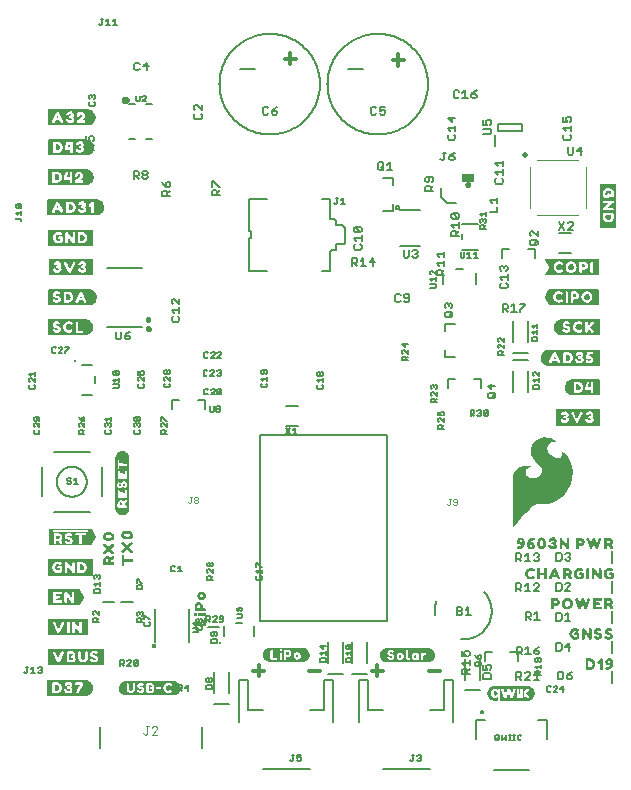
<source format=gbr>
G04 EAGLE Gerber RS-274X export*
G75*
%MOMM*%
%FSLAX34Y34*%
%LPD*%
%INSilkscreen Top*%
%IPPOS*%
%AMOC8*
5,1,8,0,0,1.08239X$1,22.5*%
G01*
%ADD10C,0.304800*%
%ADD11C,0.330200*%
%ADD12C,0.152400*%
%ADD13C,0.203200*%
%ADD14C,0.127000*%
%ADD15C,0.150000*%
%ADD16C,0.508000*%
%ADD17C,0.100000*%
%ADD18C,0.200000*%
%ADD19C,0.406400*%
%ADD20C,0.254000*%
%ADD21C,0.254000*%
%ADD22C,0.050800*%
%ADD23C,0.400000*%
%ADD24C,0.101600*%
%ADD25C,0.177800*%

G36*
X414024Y211274D02*
X414024Y211274D01*
X414051Y211271D01*
X414251Y211471D01*
X414252Y211477D01*
X414256Y211477D01*
X414755Y212175D01*
X415653Y213173D01*
X415653Y213174D01*
X415654Y213174D01*
X416754Y214474D01*
X416754Y214475D01*
X418054Y216074D01*
X419553Y217773D01*
X421253Y219673D01*
X423052Y221572D01*
X423052Y221573D01*
X423053Y221573D01*
X424953Y223673D01*
X426652Y225572D01*
X428250Y227170D01*
X429748Y228568D01*
X431242Y229663D01*
X432833Y230459D01*
X434622Y230856D01*
X440416Y230856D01*
X440418Y230858D01*
X440422Y230858D01*
X440423Y230857D01*
X443923Y231357D01*
X443926Y231360D01*
X443929Y231358D01*
X447229Y232258D01*
X447232Y232262D01*
X447235Y232260D01*
X450335Y233560D01*
X450338Y233566D01*
X450343Y233564D01*
X453143Y235364D01*
X453144Y235368D01*
X453147Y235367D01*
X455647Y237367D01*
X455648Y237372D01*
X455652Y237372D01*
X457952Y239772D01*
X457952Y239775D01*
X457955Y239775D01*
X460055Y242475D01*
X460055Y242482D01*
X460060Y242483D01*
X462960Y247983D01*
X462958Y247991D01*
X462964Y247993D01*
X464464Y253493D01*
X464462Y253498D01*
X464464Y253500D01*
X464463Y253501D01*
X464465Y253503D01*
X464765Y258703D01*
X464761Y258709D01*
X464765Y258713D01*
X464065Y263613D01*
X464060Y263618D01*
X464063Y263622D01*
X462563Y267922D01*
X462556Y267926D01*
X462558Y267931D01*
X460458Y271431D01*
X460451Y271434D01*
X460452Y271439D01*
X458052Y274039D01*
X458041Y274041D01*
X458040Y274049D01*
X455440Y275449D01*
X455416Y275445D01*
X455392Y275449D01*
X455391Y275441D01*
X455381Y275440D01*
X455386Y275405D01*
X455381Y275371D01*
X455467Y275285D01*
X455467Y275106D01*
X455471Y275100D01*
X455468Y275096D01*
X455567Y274601D01*
X455567Y273014D01*
X455270Y272123D01*
X454875Y271234D01*
X454189Y270548D01*
X453108Y270155D01*
X452121Y270155D01*
X451029Y270353D01*
X449937Y270751D01*
X448841Y271348D01*
X446647Y272744D01*
X444855Y274537D01*
X444158Y275632D01*
X443561Y276626D01*
X443265Y277516D01*
X443166Y278505D01*
X443265Y279295D01*
X443561Y280185D01*
X444057Y280977D01*
X444652Y281771D01*
X445744Y282665D01*
X447034Y283359D01*
X448226Y283657D01*
X449520Y283856D01*
X450514Y283856D01*
X451409Y283757D01*
X452008Y283657D01*
X452014Y283660D01*
X452016Y283656D01*
X452216Y283656D01*
X452230Y283666D01*
X452246Y283667D01*
X452246Y283679D01*
X452264Y283692D01*
X452246Y283716D01*
X452246Y283745D01*
X451846Y284045D01*
X451845Y284045D01*
X450745Y284845D01*
X450741Y284845D01*
X450740Y284849D01*
X448940Y285849D01*
X448937Y285848D01*
X448937Y285850D01*
X446737Y286850D01*
X446729Y286849D01*
X446727Y286854D01*
X443927Y287454D01*
X443922Y287452D01*
X443920Y287455D01*
X440920Y287655D01*
X440911Y287649D01*
X440906Y287654D01*
X437606Y286954D01*
X437599Y286946D01*
X437593Y286949D01*
X434193Y285149D01*
X434190Y285142D01*
X434184Y285143D01*
X431584Y282943D01*
X431582Y282933D01*
X431575Y282933D01*
X429975Y280533D01*
X429976Y280523D01*
X429970Y280521D01*
X429170Y278121D01*
X429173Y278110D01*
X429167Y278106D01*
X429167Y275506D01*
X429173Y275498D01*
X429169Y275493D01*
X429869Y272893D01*
X429875Y272888D01*
X429873Y272882D01*
X431273Y270282D01*
X431278Y270280D01*
X431276Y270277D01*
X433176Y267677D01*
X433182Y267675D01*
X433181Y267671D01*
X435780Y265073D01*
X437674Y262779D01*
X438667Y260594D01*
X438767Y258513D01*
X438073Y256630D01*
X436783Y255043D01*
X434996Y253951D01*
X432810Y253355D01*
X430421Y253355D01*
X428831Y253653D01*
X427541Y254248D01*
X426449Y255042D01*
X425656Y255935D01*
X425063Y256924D01*
X424865Y257910D01*
X424865Y258900D01*
X425062Y259785D01*
X425554Y260474D01*
X426149Y261069D01*
X426845Y261665D01*
X428236Y262460D01*
X428832Y262659D01*
X428837Y262667D01*
X428844Y262665D01*
X429141Y262863D01*
X429338Y262962D01*
X429343Y262971D01*
X429353Y262973D01*
X429350Y262986D01*
X429365Y263015D01*
X429343Y263026D01*
X429338Y263050D01*
X429138Y263150D01*
X429129Y263148D01*
X429126Y263154D01*
X428628Y263254D01*
X427930Y263453D01*
X427926Y263452D01*
X427925Y263454D01*
X426825Y263654D01*
X426822Y263652D01*
X426820Y263655D01*
X425620Y263755D01*
X425615Y263752D01*
X425613Y263755D01*
X424213Y263655D01*
X424209Y263652D01*
X424207Y263654D01*
X422707Y263354D01*
X422704Y263351D01*
X422702Y263353D01*
X421002Y262853D01*
X421000Y262849D01*
X420997Y262851D01*
X419597Y262251D01*
X419594Y262246D01*
X419590Y262247D01*
X418190Y261347D01*
X418187Y261341D01*
X418183Y261342D01*
X416983Y260242D01*
X416982Y260236D01*
X416978Y260236D01*
X415878Y258836D01*
X415877Y258828D01*
X415872Y258827D01*
X415072Y257127D01*
X415072Y257123D01*
X415071Y257122D01*
X415070Y257122D01*
X414370Y255122D01*
X414372Y255114D01*
X414367Y255112D01*
X414067Y252612D01*
X414069Y252609D01*
X414067Y252607D01*
X413967Y249707D01*
X413968Y249706D01*
X413967Y249706D01*
X413967Y211306D01*
X413975Y211295D01*
X413973Y211282D01*
X413987Y211280D01*
X414003Y211258D01*
X414024Y211274D01*
G37*
G36*
X487104Y348256D02*
X487104Y348256D01*
X487116Y348253D01*
X487516Y348553D01*
X487521Y348569D01*
X487528Y348574D01*
X487524Y348580D01*
X487525Y348584D01*
X487536Y348592D01*
X487536Y361492D01*
X487523Y361510D01*
X487526Y361522D01*
X487226Y361922D01*
X487195Y361931D01*
X487187Y361941D01*
X444287Y361941D01*
X444282Y361938D01*
X444279Y361941D01*
X443679Y361841D01*
X442980Y361741D01*
X442976Y361737D01*
X442975Y361737D01*
X442974Y361737D01*
X442971Y361739D01*
X442372Y361539D01*
X441673Y361339D01*
X441669Y361334D01*
X441665Y361336D01*
X441065Y361036D01*
X441061Y361029D01*
X441056Y361030D01*
X440557Y360632D01*
X439959Y360233D01*
X439957Y360226D01*
X439952Y360227D01*
X439452Y359727D01*
X439451Y359723D01*
X439448Y359723D01*
X439048Y359223D01*
X439048Y359219D01*
X439046Y359219D01*
X438646Y358619D01*
X438646Y358615D01*
X438643Y358614D01*
X438043Y357414D01*
X438045Y357403D01*
X438038Y357399D01*
X437938Y356703D01*
X437740Y356108D01*
X437744Y356097D01*
X437737Y356092D01*
X437737Y354092D01*
X437743Y354084D01*
X437739Y354078D01*
X438139Y352678D01*
X438141Y352677D01*
X438140Y352676D01*
X438340Y352076D01*
X438348Y352071D01*
X438346Y352065D01*
X438746Y351465D01*
X438749Y351464D01*
X438748Y351461D01*
X439548Y350461D01*
X439552Y350460D01*
X439552Y350457D01*
X440052Y349957D01*
X440056Y349957D01*
X440056Y349954D01*
X440556Y349554D01*
X440559Y349553D01*
X440559Y349551D01*
X441159Y349151D01*
X441164Y349151D01*
X441165Y349148D01*
X441765Y348848D01*
X441770Y348849D01*
X441771Y348845D01*
X442371Y348645D01*
X442373Y348646D01*
X442373Y348645D01*
X443073Y348445D01*
X443077Y348446D01*
X443079Y348443D01*
X443679Y348343D01*
X443679Y348344D01*
X443680Y348343D01*
X444380Y348243D01*
X444384Y348246D01*
X444387Y348243D01*
X487087Y348243D01*
X487104Y348256D01*
G37*
G36*
X67555Y95008D02*
X67555Y95008D01*
X67558Y95005D01*
X68158Y95105D01*
X68199Y95149D01*
X68196Y95152D01*
X68199Y95154D01*
X68199Y108654D01*
X68163Y108701D01*
X68156Y108696D01*
X68150Y108703D01*
X24150Y108703D01*
X24145Y108699D01*
X24139Y108702D01*
X24134Y108691D01*
X24103Y108667D01*
X24107Y108661D01*
X24106Y108660D01*
X24115Y108649D01*
X24113Y108644D01*
X24092Y108679D01*
X24058Y108693D01*
X24050Y108703D01*
X21350Y108703D01*
X21345Y108700D01*
X21342Y108703D01*
X20742Y108603D01*
X20705Y108564D01*
X20703Y108562D01*
X20703Y108561D01*
X20701Y108559D01*
X20704Y108557D01*
X20701Y108554D01*
X20701Y95054D01*
X20737Y95007D01*
X20744Y95012D01*
X20750Y95005D01*
X67550Y95005D01*
X67555Y95008D01*
G37*
G36*
X61448Y475652D02*
X61448Y475652D01*
X61450Y475650D01*
X62150Y475750D01*
X62151Y475750D01*
X62152Y475750D01*
X62752Y475850D01*
X62754Y475853D01*
X62757Y475851D01*
X63457Y476051D01*
X63458Y476052D01*
X63459Y476052D01*
X64059Y476252D01*
X64062Y476256D01*
X64065Y476254D01*
X64665Y476554D01*
X64668Y476559D01*
X64671Y476557D01*
X65271Y476957D01*
X65272Y476961D01*
X65274Y476960D01*
X65774Y477360D01*
X65775Y477364D01*
X65778Y477364D01*
X66278Y477864D01*
X66279Y477868D01*
X66282Y477868D01*
X67082Y478868D01*
X67082Y478871D01*
X67084Y478871D01*
X67484Y479471D01*
X67484Y479476D01*
X67486Y479477D01*
X67484Y479480D01*
X67484Y479482D01*
X67491Y479485D01*
X67690Y480184D01*
X67890Y480783D01*
X67890Y480784D01*
X67891Y480785D01*
X68091Y481485D01*
X68087Y481494D01*
X68091Y481497D01*
X68093Y481498D01*
X68093Y483498D01*
X68086Y483508D01*
X68090Y483514D01*
X67890Y484113D01*
X67691Y484812D01*
X67689Y484813D01*
X67690Y484814D01*
X67490Y485414D01*
X67486Y485417D01*
X67487Y485420D01*
X67187Y486020D01*
X67183Y486023D01*
X67184Y486026D01*
X66784Y486626D01*
X66778Y486628D01*
X66778Y486633D01*
X66280Y487131D01*
X65882Y487629D01*
X65871Y487632D01*
X65871Y487639D01*
X65273Y488038D01*
X64774Y488437D01*
X64766Y488437D01*
X64765Y488442D01*
X64165Y488742D01*
X64159Y488741D01*
X64157Y488746D01*
X63458Y488945D01*
X62859Y489145D01*
X62855Y489144D01*
X62852Y489144D01*
X62850Y489147D01*
X61450Y489347D01*
X61446Y489345D01*
X61443Y489348D01*
X20243Y489348D01*
X20196Y489312D01*
X20199Y489308D01*
X20195Y489305D01*
X20095Y488605D01*
X20097Y488601D01*
X20094Y488598D01*
X20094Y475798D01*
X20130Y475751D01*
X20134Y475754D01*
X20136Y475750D01*
X20836Y475650D01*
X20841Y475652D01*
X20843Y475649D01*
X61443Y475649D01*
X61448Y475652D01*
G37*
G36*
X84471Y221774D02*
X84471Y221774D01*
X84474Y221771D01*
X85074Y221871D01*
X85080Y221877D01*
X85084Y221874D01*
X85583Y222074D01*
X86182Y222273D01*
X86186Y222280D01*
X86191Y222278D01*
X86691Y222578D01*
X86693Y222582D01*
X86697Y222582D01*
X87196Y222981D01*
X87596Y223281D01*
X87598Y223289D01*
X87604Y223289D01*
X88003Y223787D01*
X88401Y224185D01*
X88402Y224194D01*
X88408Y224195D01*
X88708Y224695D01*
X88708Y224698D01*
X88710Y224698D01*
X89010Y225298D01*
X89009Y225301D01*
X89012Y225302D01*
X89212Y225802D01*
X89211Y225804D01*
X89213Y225804D01*
X89413Y226404D01*
X89411Y226410D01*
X89415Y226412D01*
X89515Y227012D01*
X89512Y227017D01*
X89515Y227020D01*
X89515Y270820D01*
X89512Y270825D01*
X89515Y270828D01*
X89415Y271428D01*
X89409Y271434D01*
X89412Y271438D01*
X89212Y271937D01*
X89013Y272536D01*
X89011Y272537D01*
X89012Y272538D01*
X88812Y273038D01*
X88807Y273041D01*
X88808Y273045D01*
X88508Y273545D01*
X88504Y273547D01*
X88504Y273551D01*
X88104Y274051D01*
X88100Y274052D01*
X88101Y274055D01*
X87701Y274455D01*
X87697Y274455D01*
X87697Y274458D01*
X87197Y274858D01*
X87196Y274859D01*
X86796Y275159D01*
X86789Y275159D01*
X86788Y275164D01*
X86189Y275463D01*
X85691Y275762D01*
X85678Y275761D01*
X85674Y275769D01*
X85079Y275868D01*
X84584Y276066D01*
X84571Y276062D01*
X84566Y276069D01*
X82766Y276069D01*
X82761Y276066D01*
X82758Y276069D01*
X82158Y275969D01*
X82154Y275964D01*
X82150Y275967D01*
X81550Y275767D01*
X81549Y275765D01*
X81548Y275766D01*
X81048Y275566D01*
X81045Y275561D01*
X81041Y275562D01*
X80041Y274962D01*
X80039Y274958D01*
X80035Y274958D01*
X79535Y274558D01*
X79534Y274554D01*
X79531Y274555D01*
X79131Y274155D01*
X79131Y274151D01*
X79128Y274151D01*
X78728Y273651D01*
X78727Y273646D01*
X78724Y273645D01*
X78124Y272645D01*
X78124Y272639D01*
X78120Y272638D01*
X77920Y272138D01*
X77921Y272136D01*
X77919Y272136D01*
X77719Y271536D01*
X77721Y271530D01*
X77717Y271528D01*
X77617Y270928D01*
X77620Y270923D01*
X77617Y270920D01*
X77617Y227020D01*
X77620Y227015D01*
X77617Y227012D01*
X77717Y226412D01*
X77722Y226408D01*
X77719Y226404D01*
X77919Y225804D01*
X77921Y225803D01*
X77920Y225802D01*
X78120Y225302D01*
X78123Y225300D01*
X78122Y225298D01*
X78422Y224698D01*
X78425Y224697D01*
X78424Y224695D01*
X78724Y224195D01*
X78727Y224193D01*
X78727Y224190D01*
X79027Y223790D01*
X79032Y223789D01*
X79031Y223785D01*
X79531Y223285D01*
X79536Y223284D01*
X79536Y223281D01*
X79936Y222981D01*
X80435Y222582D01*
X80440Y222581D01*
X80441Y222578D01*
X80941Y222278D01*
X80949Y222279D01*
X80950Y222273D01*
X81549Y222074D01*
X82048Y221874D01*
X82055Y221876D01*
X82058Y221871D01*
X82658Y221771D01*
X82663Y221774D01*
X82666Y221771D01*
X84466Y221771D01*
X84471Y221774D01*
G37*
G36*
X486447Y424959D02*
X486447Y424959D01*
X486454Y424954D01*
X486954Y425154D01*
X486969Y425178D01*
X486976Y425184D01*
X486974Y425186D01*
X486979Y425195D01*
X486985Y425200D01*
X486985Y438100D01*
X486977Y438111D01*
X486982Y438118D01*
X486782Y438618D01*
X486741Y438643D01*
X486736Y438649D01*
X441436Y438649D01*
X441435Y438648D01*
X441434Y438649D01*
X441431Y438646D01*
X441389Y438613D01*
X441393Y438608D01*
X441391Y438606D01*
X441398Y438597D01*
X441389Y438584D01*
X441589Y437984D01*
X441594Y437981D01*
X441592Y437978D01*
X444585Y431992D01*
X444489Y431415D01*
X441492Y425322D01*
X441494Y425311D01*
X441492Y425309D01*
X441495Y425304D01*
X441499Y425284D01*
X441495Y425273D01*
X441695Y424973D01*
X441728Y424961D01*
X441736Y424951D01*
X486436Y424951D01*
X486447Y424959D01*
G37*
G36*
X486193Y399635D02*
X486193Y399635D01*
X486200Y399630D01*
X486700Y399830D01*
X486715Y399854D01*
X486722Y399860D01*
X486720Y399863D01*
X486725Y399871D01*
X486731Y399876D01*
X486731Y412776D01*
X486723Y412787D01*
X486728Y412794D01*
X486528Y413294D01*
X486487Y413319D01*
X486482Y413325D01*
X444582Y413325D01*
X444554Y413304D01*
X444541Y413304D01*
X444141Y412704D01*
X444141Y412699D01*
X444138Y412698D01*
X441138Y406698D01*
X441140Y406686D01*
X441136Y406683D01*
X441141Y406676D01*
X441133Y406668D01*
X441233Y406068D01*
X441241Y406061D01*
X441238Y406054D01*
X444338Y399954D01*
X444355Y399945D01*
X444357Y399934D01*
X444857Y399634D01*
X444875Y399636D01*
X444882Y399627D01*
X486182Y399627D01*
X486193Y399635D01*
G37*
G36*
X127789Y69496D02*
X127789Y69496D01*
X127796Y69491D01*
X128393Y69690D01*
X128890Y69790D01*
X128896Y69797D01*
X128902Y69794D01*
X129502Y70094D01*
X129503Y70097D01*
X129505Y70096D01*
X130505Y70696D01*
X130509Y70704D01*
X130515Y70703D01*
X131315Y71503D01*
X131315Y71507D01*
X131318Y71507D01*
X131718Y72007D01*
X131719Y72012D01*
X131722Y72013D01*
X132322Y73013D01*
X132322Y73019D01*
X132326Y73020D01*
X132526Y73520D01*
X132525Y73522D01*
X132527Y73522D01*
X132727Y74122D01*
X132725Y74128D01*
X132729Y74130D01*
X132829Y74730D01*
X132826Y74735D01*
X132829Y74738D01*
X132829Y75938D01*
X132826Y75943D01*
X132829Y75946D01*
X132729Y76546D01*
X132728Y76547D01*
X132728Y76548D01*
X132628Y77048D01*
X132625Y77051D01*
X132627Y77054D01*
X132427Y77654D01*
X132420Y77658D01*
X132422Y77663D01*
X132123Y78161D01*
X131824Y78760D01*
X131818Y78763D01*
X131819Y78768D01*
X131519Y79168D01*
X131518Y79168D01*
X131518Y79169D01*
X131118Y79669D01*
X131114Y79670D01*
X131115Y79673D01*
X130715Y80073D01*
X130706Y80074D01*
X130705Y80080D01*
X129705Y80680D01*
X129702Y80680D01*
X129702Y80682D01*
X129102Y80982D01*
X129099Y80981D01*
X129098Y80984D01*
X128598Y81184D01*
X128591Y81182D01*
X128588Y81187D01*
X127388Y81387D01*
X127383Y81384D01*
X127380Y81387D01*
X85880Y81387D01*
X85875Y81384D01*
X85872Y81387D01*
X84672Y81187D01*
X84663Y81177D01*
X84655Y81180D01*
X84158Y80882D01*
X83662Y80684D01*
X83659Y80679D01*
X83655Y80680D01*
X83155Y80380D01*
X83153Y80376D01*
X83149Y80376D01*
X82649Y79976D01*
X82648Y79972D01*
X82645Y79973D01*
X81845Y79173D01*
X81845Y79169D01*
X81842Y79169D01*
X81442Y78669D01*
X81441Y78664D01*
X81438Y78663D01*
X81138Y78163D01*
X81139Y78155D01*
X81133Y78154D01*
X80934Y77555D01*
X80734Y77056D01*
X80736Y77049D01*
X80731Y77046D01*
X80531Y75846D01*
X80534Y75841D01*
X80531Y75838D01*
X80531Y74638D01*
X80538Y74629D01*
X80533Y74622D01*
X80732Y74025D01*
X80832Y73528D01*
X80835Y73525D01*
X80833Y73522D01*
X81033Y72922D01*
X81040Y72918D01*
X81038Y72913D01*
X81638Y71913D01*
X81642Y71911D01*
X81642Y71907D01*
X82042Y71407D01*
X82046Y71406D01*
X82045Y71403D01*
X82445Y71003D01*
X82449Y71003D01*
X82449Y71000D01*
X82949Y70600D01*
X82954Y70599D01*
X82955Y70596D01*
X83955Y69996D01*
X83963Y69997D01*
X83964Y69991D01*
X84563Y69792D01*
X85062Y69592D01*
X85069Y69594D01*
X85072Y69589D01*
X85672Y69489D01*
X85677Y69492D01*
X85680Y69489D01*
X127780Y69489D01*
X127789Y69496D01*
G37*
G36*
X55028Y399554D02*
X55028Y399554D01*
X55031Y399551D01*
X56431Y399751D01*
X56432Y399752D01*
X56432Y399751D01*
X57032Y399851D01*
X57039Y399859D01*
X57046Y399856D01*
X57645Y400155D01*
X58343Y400455D01*
X58346Y400459D01*
X58349Y400458D01*
X58849Y400758D01*
X58850Y400759D01*
X58851Y400759D01*
X59451Y401159D01*
X59454Y401166D01*
X59459Y401165D01*
X59959Y401665D01*
X59959Y401669D01*
X59962Y401669D01*
X60762Y402669D01*
X60763Y402677D01*
X60768Y402678D01*
X61368Y403878D01*
X61367Y403885D01*
X61371Y403886D01*
X61571Y404585D01*
X61771Y405184D01*
X61769Y405191D01*
X61773Y405193D01*
X61873Y405893D01*
X61870Y405898D01*
X61873Y405900D01*
X61873Y406600D01*
X61870Y406604D01*
X61873Y406607D01*
X61773Y407307D01*
X61772Y407308D01*
X61773Y407308D01*
X61673Y407908D01*
X61669Y407911D01*
X61671Y407914D01*
X61471Y408614D01*
X61470Y408615D01*
X61471Y408616D01*
X61271Y409216D01*
X61266Y409219D01*
X61268Y409222D01*
X60968Y409822D01*
X60964Y409824D01*
X60965Y409827D01*
X60565Y410427D01*
X60562Y410428D01*
X60562Y410431D01*
X60162Y410931D01*
X60158Y410932D01*
X60159Y410935D01*
X59659Y411435D01*
X59655Y411435D01*
X59655Y411438D01*
X59155Y411838D01*
X59151Y411839D01*
X59151Y411841D01*
X58551Y412241D01*
X58547Y412241D01*
X58546Y412244D01*
X57346Y412844D01*
X57341Y412843D01*
X57340Y412847D01*
X56740Y413047D01*
X56735Y413045D01*
X56733Y413045D01*
X56731Y413049D01*
X55331Y413249D01*
X55326Y413246D01*
X55324Y413249D01*
X21124Y413249D01*
X21098Y413230D01*
X21085Y413230D01*
X20785Y412830D01*
X20785Y412818D01*
X20777Y412812D01*
X20782Y412805D01*
X20775Y412800D01*
X20775Y399900D01*
X20794Y399874D01*
X20794Y399861D01*
X21194Y399561D01*
X21216Y399561D01*
X21224Y399551D01*
X55024Y399551D01*
X55028Y399554D01*
G37*
G36*
X20982Y551763D02*
X20982Y551763D01*
X20995Y551760D01*
X21020Y551783D01*
X21018Y551774D01*
X21045Y551770D01*
X21062Y551748D01*
X54162Y551748D01*
X54166Y551751D01*
X54169Y551748D01*
X54869Y551848D01*
X54870Y551849D01*
X54870Y551848D01*
X55470Y551948D01*
X55473Y551951D01*
X55476Y551949D01*
X56176Y552149D01*
X56177Y552151D01*
X56178Y552150D01*
X56778Y552350D01*
X56781Y552354D01*
X56784Y552353D01*
X57384Y552653D01*
X57386Y552657D01*
X57389Y552656D01*
X57989Y553056D01*
X57990Y553059D01*
X57993Y553058D01*
X58493Y553458D01*
X58494Y553462D01*
X58497Y553462D01*
X58997Y553962D01*
X58997Y553966D01*
X59000Y553966D01*
X59400Y554466D01*
X59401Y554469D01*
X59403Y554470D01*
X59803Y555070D01*
X59803Y555074D01*
X59806Y555075D01*
X60406Y556275D01*
X60405Y556280D01*
X60409Y556281D01*
X60609Y556881D01*
X60607Y556888D01*
X60611Y556890D01*
X60811Y558290D01*
X60808Y558294D01*
X60811Y558297D01*
X60811Y558897D01*
X60808Y558901D01*
X60811Y558904D01*
X60611Y560304D01*
X60606Y560308D01*
X60609Y560312D01*
X60409Y560912D01*
X60404Y560915D01*
X60406Y560919D01*
X59806Y562119D01*
X59802Y562121D01*
X59803Y562124D01*
X59403Y562724D01*
X59400Y562725D01*
X59400Y562728D01*
X59000Y563228D01*
X58996Y563229D01*
X58997Y563232D01*
X58497Y563732D01*
X58493Y563732D01*
X58493Y563735D01*
X57993Y564135D01*
X57989Y564135D01*
X57989Y564138D01*
X57389Y564538D01*
X57385Y564538D01*
X57384Y564541D01*
X56784Y564841D01*
X56779Y564840D01*
X56778Y564844D01*
X56178Y565044D01*
X56176Y565043D01*
X56176Y565044D01*
X55476Y565244D01*
X55472Y565243D01*
X55470Y565245D01*
X54870Y565345D01*
X54869Y565345D01*
X54869Y565346D01*
X54169Y565446D01*
X54164Y565443D01*
X54162Y565446D01*
X20362Y565446D01*
X20315Y565410D01*
X20318Y565406D01*
X20315Y565403D01*
X20317Y565400D01*
X20313Y565397D01*
X20313Y551797D01*
X20349Y551749D01*
X20356Y551755D01*
X20362Y551748D01*
X20962Y551748D01*
X20982Y551763D01*
G37*
G36*
X342971Y97432D02*
X342971Y97432D01*
X342974Y97429D01*
X343574Y97529D01*
X343578Y97534D01*
X343582Y97531D01*
X344182Y97731D01*
X344183Y97733D01*
X344184Y97732D01*
X344684Y97932D01*
X344686Y97935D01*
X344688Y97934D01*
X345288Y98234D01*
X345289Y98237D01*
X345291Y98236D01*
X345791Y98536D01*
X345793Y98539D01*
X345796Y98539D01*
X346196Y98839D01*
X346197Y98844D01*
X346201Y98843D01*
X346701Y99343D01*
X346702Y99348D01*
X346705Y99348D01*
X347005Y99748D01*
X347404Y100247D01*
X347405Y100252D01*
X347408Y100253D01*
X347708Y100753D01*
X347707Y100760D01*
X347709Y100761D01*
X347713Y100762D01*
X347912Y101361D01*
X348112Y101860D01*
X348110Y101867D01*
X348115Y101870D01*
X348215Y102470D01*
X348212Y102475D01*
X348215Y102478D01*
X348215Y104278D01*
X348212Y104283D01*
X348215Y104286D01*
X348115Y104886D01*
X348109Y104892D01*
X348112Y104896D01*
X347912Y105395D01*
X347713Y105994D01*
X347706Y105998D01*
X347708Y106003D01*
X347408Y106503D01*
X347404Y106505D01*
X347404Y106509D01*
X347005Y107008D01*
X346705Y107408D01*
X346700Y107409D01*
X346701Y107413D01*
X346201Y107913D01*
X346196Y107914D01*
X346196Y107917D01*
X345796Y108217D01*
X345792Y108217D01*
X345791Y108220D01*
X345291Y108520D01*
X345288Y108520D01*
X345288Y108522D01*
X344688Y108822D01*
X344685Y108821D01*
X344684Y108824D01*
X344184Y109024D01*
X344182Y109023D01*
X344182Y109025D01*
X343582Y109225D01*
X343576Y109223D01*
X343574Y109227D01*
X342974Y109327D01*
X342969Y109324D01*
X342966Y109327D01*
X306566Y109327D01*
X306560Y109323D01*
X306556Y109326D01*
X306056Y109226D01*
X306053Y109223D01*
X306050Y109225D01*
X304850Y108825D01*
X304846Y108818D01*
X304841Y108820D01*
X304341Y108520D01*
X304339Y108516D01*
X304335Y108516D01*
X303836Y108117D01*
X303436Y107817D01*
X303434Y107809D01*
X303428Y107809D01*
X303029Y107311D01*
X302631Y106913D01*
X302630Y106904D01*
X302624Y106903D01*
X302024Y105903D01*
X302025Y105895D01*
X302019Y105894D01*
X301619Y104694D01*
X301621Y104689D01*
X301618Y104688D01*
X301518Y104188D01*
X301521Y104181D01*
X301517Y104178D01*
X301517Y102378D01*
X301524Y102369D01*
X301519Y102362D01*
X301719Y101762D01*
X301721Y101761D01*
X301720Y101760D01*
X301920Y101261D01*
X302119Y100662D01*
X302126Y100658D01*
X302124Y100653D01*
X302724Y99653D01*
X302732Y99649D01*
X302731Y99643D01*
X303131Y99243D01*
X303135Y99243D01*
X303135Y99240D01*
X303633Y98841D01*
X304031Y98443D01*
X304040Y98442D01*
X304041Y98436D01*
X304541Y98136D01*
X304544Y98136D01*
X304544Y98134D01*
X305144Y97834D01*
X305147Y97835D01*
X305148Y97832D01*
X305648Y97632D01*
X305655Y97634D01*
X305658Y97629D01*
X306858Y97429D01*
X306863Y97432D01*
X306866Y97429D01*
X342966Y97429D01*
X342971Y97432D01*
G37*
G36*
X57679Y196376D02*
X57679Y196376D01*
X57690Y196378D01*
X57990Y196978D01*
X61090Y203078D01*
X61089Y203082D01*
X61092Y203085D01*
X61087Y203091D01*
X61085Y203104D01*
X61093Y203116D01*
X60893Y203716D01*
X60888Y203719D01*
X60890Y203722D01*
X57890Y209722D01*
X57870Y209732D01*
X57868Y209744D01*
X57268Y210044D01*
X57258Y210042D01*
X57251Y210042D01*
X57246Y210049D01*
X21346Y210049D01*
X21299Y210013D01*
X21302Y210009D01*
X21299Y210006D01*
X21301Y210003D01*
X21297Y210000D01*
X21297Y196700D01*
X21316Y196674D01*
X21316Y196661D01*
X21716Y196361D01*
X21738Y196361D01*
X21746Y196351D01*
X57646Y196351D01*
X57679Y196376D01*
G37*
G36*
X58317Y170733D02*
X58317Y170733D01*
X58312Y170740D01*
X58319Y170746D01*
X58319Y184246D01*
X58283Y184293D01*
X58280Y184291D01*
X58278Y184295D01*
X57678Y184395D01*
X57673Y184392D01*
X57670Y184395D01*
X23870Y184395D01*
X23863Y184390D01*
X23854Y184393D01*
X23850Y184380D01*
X23823Y184359D01*
X23828Y184353D01*
X23827Y184352D01*
X23837Y184340D01*
X23836Y184339D01*
X23810Y184375D01*
X23778Y184385D01*
X23770Y184395D01*
X20470Y184395D01*
X20423Y184359D01*
X20426Y184355D01*
X20423Y184352D01*
X20425Y184349D01*
X20421Y184346D01*
X20421Y170846D01*
X20457Y170799D01*
X20460Y170801D01*
X20462Y170797D01*
X21062Y170697D01*
X21067Y170700D01*
X21070Y170697D01*
X58270Y170697D01*
X58317Y170733D01*
G37*
G36*
X58825Y449879D02*
X58825Y449879D01*
X58820Y449886D01*
X58827Y449892D01*
X58827Y463392D01*
X58791Y463439D01*
X58788Y463437D01*
X58786Y463441D01*
X58186Y463541D01*
X58181Y463538D01*
X58178Y463541D01*
X24378Y463541D01*
X24371Y463536D01*
X24362Y463539D01*
X24358Y463526D01*
X24331Y463505D01*
X24336Y463499D01*
X24335Y463498D01*
X24345Y463486D01*
X24344Y463485D01*
X24318Y463521D01*
X24286Y463531D01*
X24278Y463541D01*
X20978Y463541D01*
X20931Y463505D01*
X20934Y463501D01*
X20931Y463498D01*
X20933Y463495D01*
X20929Y463492D01*
X20929Y449992D01*
X20965Y449945D01*
X20968Y449947D01*
X20970Y449943D01*
X21570Y449843D01*
X21575Y449846D01*
X21578Y449843D01*
X58778Y449843D01*
X58825Y449879D01*
G37*
G36*
X501539Y464703D02*
X501539Y464703D01*
X501537Y464706D01*
X501541Y464708D01*
X501641Y465308D01*
X501638Y465313D01*
X501641Y465316D01*
X501641Y499116D01*
X501636Y499123D01*
X501639Y499132D01*
X501626Y499136D01*
X501605Y499163D01*
X501586Y499149D01*
X501585Y499150D01*
X501621Y499176D01*
X501631Y499208D01*
X501641Y499216D01*
X501641Y502516D01*
X501605Y502563D01*
X501598Y502558D01*
X501592Y502565D01*
X488092Y502565D01*
X488045Y502529D01*
X488047Y502526D01*
X488043Y502524D01*
X487943Y501924D01*
X487946Y501919D01*
X487943Y501916D01*
X487943Y464716D01*
X487979Y464669D01*
X487986Y464674D01*
X487992Y464667D01*
X501492Y464667D01*
X501539Y464703D01*
G37*
G36*
X52277Y501078D02*
X52277Y501078D01*
X52280Y501075D01*
X52976Y501175D01*
X53573Y501175D01*
X53581Y501181D01*
X53587Y501176D01*
X54287Y501376D01*
X54288Y501378D01*
X54289Y501377D01*
X54889Y501577D01*
X54892Y501581D01*
X54895Y501580D01*
X55495Y501880D01*
X55497Y501884D01*
X55500Y501883D01*
X56700Y502683D01*
X56701Y502686D01*
X56704Y502685D01*
X57204Y503085D01*
X57206Y503093D01*
X57211Y503093D01*
X57611Y503593D01*
X57612Y503596D01*
X57614Y503597D01*
X58414Y504797D01*
X58414Y504802D01*
X58416Y504804D01*
X58415Y504807D01*
X58420Y504808D01*
X58619Y505405D01*
X58917Y506002D01*
X58915Y506013D01*
X58922Y506017D01*
X59022Y506716D01*
X59122Y507316D01*
X59119Y507321D01*
X59122Y507324D01*
X59122Y508724D01*
X59119Y508728D01*
X59122Y508731D01*
X59022Y509431D01*
X59017Y509435D01*
X59020Y509439D01*
X58620Y510639D01*
X58615Y510642D01*
X58617Y510646D01*
X58317Y511246D01*
X58313Y511248D01*
X58314Y511251D01*
X57914Y511851D01*
X57911Y511852D01*
X57911Y511855D01*
X57511Y512355D01*
X57507Y512356D01*
X57508Y512359D01*
X56508Y513359D01*
X56501Y513360D01*
X56500Y513365D01*
X55900Y513765D01*
X55896Y513765D01*
X55895Y513768D01*
X55295Y514068D01*
X55290Y514067D01*
X55289Y514071D01*
X54692Y514269D01*
X54095Y514568D01*
X54084Y514566D01*
X54080Y514573D01*
X52680Y514773D01*
X52675Y514770D01*
X52673Y514773D01*
X23673Y514773D01*
X23671Y514772D01*
X23669Y514773D01*
X23666Y514768D01*
X23626Y514737D01*
X23630Y514731D01*
X23628Y514730D01*
X23635Y514720D01*
X23631Y514713D01*
X23619Y514742D01*
X23578Y514766D01*
X23573Y514773D01*
X20673Y514773D01*
X20664Y514766D01*
X20655Y514760D01*
X20643Y514763D01*
X20243Y514463D01*
X20238Y514444D01*
X20226Y514435D01*
X20230Y514429D01*
X20224Y514424D01*
X20224Y501624D01*
X20232Y501613D01*
X20227Y501606D01*
X20427Y501106D01*
X20468Y501081D01*
X20473Y501075D01*
X52273Y501075D01*
X52277Y501078D01*
G37*
G36*
X53060Y526478D02*
X53060Y526478D01*
X53063Y526475D01*
X54463Y526675D01*
X54467Y526680D01*
X54471Y526677D01*
X55071Y526877D01*
X55073Y526880D01*
X55075Y526879D01*
X55775Y527179D01*
X55778Y527183D01*
X55781Y527182D01*
X56281Y527482D01*
X56282Y527483D01*
X56283Y527483D01*
X56883Y527883D01*
X56885Y527890D01*
X56890Y527889D01*
X57388Y528387D01*
X57886Y528785D01*
X57889Y528796D01*
X57897Y528797D01*
X58295Y529394D01*
X58694Y529893D01*
X58694Y529903D01*
X58701Y529904D01*
X59001Y530604D01*
X59000Y530608D01*
X59002Y530608D01*
X59402Y531808D01*
X59400Y531815D01*
X59404Y531817D01*
X59604Y533217D01*
X59599Y533226D01*
X59604Y533231D01*
X59505Y533927D01*
X59505Y534524D01*
X59499Y534532D01*
X59503Y534537D01*
X59303Y535237D01*
X59302Y535238D01*
X59302Y535239D01*
X59102Y535839D01*
X59098Y535842D01*
X59100Y535846D01*
X58800Y536446D01*
X58795Y536448D01*
X58797Y536451D01*
X57997Y537651D01*
X57993Y537652D01*
X57994Y537655D01*
X57594Y538155D01*
X57586Y538157D01*
X57586Y538162D01*
X57086Y538562D01*
X57083Y538562D01*
X57083Y538565D01*
X56485Y538963D01*
X55986Y539362D01*
X55977Y539363D01*
X55975Y539369D01*
X55275Y539669D01*
X55272Y539668D01*
X55271Y539671D01*
X54671Y539871D01*
X54670Y539870D01*
X54669Y539871D01*
X53969Y540071D01*
X53960Y540068D01*
X53956Y540073D01*
X53359Y540073D01*
X52663Y540173D01*
X52658Y540170D01*
X52656Y540173D01*
X21056Y540173D01*
X21026Y540151D01*
X21013Y540149D01*
X20713Y539649D01*
X20714Y539642D01*
X20709Y539638D01*
X20714Y539630D01*
X20706Y539624D01*
X20706Y526824D01*
X20729Y526794D01*
X20730Y526782D01*
X21230Y526482D01*
X21249Y526484D01*
X21256Y526475D01*
X53056Y526475D01*
X53060Y526478D01*
G37*
G36*
X58171Y424987D02*
X58171Y424987D01*
X58169Y424990D01*
X58173Y424992D01*
X58273Y425592D01*
X58270Y425597D01*
X58273Y425600D01*
X58273Y438500D01*
X58237Y438547D01*
X58234Y438545D01*
X58232Y438549D01*
X57632Y438649D01*
X57627Y438646D01*
X57624Y438649D01*
X21224Y438649D01*
X21186Y438620D01*
X21178Y438618D01*
X20978Y438118D01*
X20979Y438116D01*
X20977Y438114D01*
X20981Y438108D01*
X20982Y438105D01*
X20975Y438100D01*
X20975Y425200D01*
X21004Y425162D01*
X21006Y425154D01*
X21506Y424954D01*
X21519Y424958D01*
X21524Y424951D01*
X58124Y424951D01*
X58171Y424987D01*
G37*
G36*
X487685Y297733D02*
X487685Y297733D01*
X487683Y297736D01*
X487687Y297738D01*
X487787Y298338D01*
X487784Y298343D01*
X487787Y298346D01*
X487787Y311246D01*
X487751Y311293D01*
X487748Y311291D01*
X487746Y311295D01*
X487146Y311395D01*
X487141Y311392D01*
X487138Y311395D01*
X450738Y311395D01*
X450700Y311366D01*
X450692Y311364D01*
X450492Y310864D01*
X450493Y310862D01*
X450491Y310860D01*
X450495Y310854D01*
X450496Y310851D01*
X450489Y310846D01*
X450489Y297946D01*
X450518Y297908D01*
X450520Y297900D01*
X451020Y297700D01*
X451033Y297704D01*
X451038Y297697D01*
X487638Y297697D01*
X487685Y297733D01*
G37*
G36*
X52323Y68846D02*
X52323Y68846D01*
X52326Y68843D01*
X53726Y69043D01*
X53731Y69048D01*
X53735Y69045D01*
X54335Y69245D01*
X54338Y69250D01*
X54341Y69248D01*
X55541Y69848D01*
X55543Y69852D01*
X55546Y69851D01*
X56146Y70251D01*
X56149Y70258D01*
X56154Y70257D01*
X56652Y70755D01*
X57150Y71154D01*
X57152Y71164D01*
X57160Y71165D01*
X57560Y71765D01*
X57560Y71767D01*
X57561Y71767D01*
X57861Y72267D01*
X57861Y72272D01*
X57864Y72273D01*
X58164Y72971D01*
X58463Y73570D01*
X58462Y73575D01*
X58466Y73576D01*
X58666Y74176D01*
X58664Y74183D01*
X58668Y74185D01*
X58768Y74885D01*
X58765Y74890D01*
X58768Y74892D01*
X58768Y76292D01*
X58765Y76297D01*
X58768Y76300D01*
X58668Y76900D01*
X58568Y77599D01*
X58560Y77607D01*
X58563Y77614D01*
X58265Y78211D01*
X58066Y78808D01*
X58058Y78813D01*
X58060Y78819D01*
X57260Y80019D01*
X57257Y80020D01*
X57257Y80023D01*
X56857Y80523D01*
X56850Y80525D01*
X56850Y80530D01*
X56350Y80930D01*
X56346Y80931D01*
X56346Y80933D01*
X55146Y81733D01*
X55142Y81733D01*
X55141Y81736D01*
X54541Y82036D01*
X54536Y82035D01*
X54535Y82039D01*
X53935Y82239D01*
X53933Y82238D01*
X53933Y82239D01*
X53233Y82439D01*
X53223Y82436D01*
X53219Y82441D01*
X52622Y82441D01*
X51926Y82541D01*
X51921Y82538D01*
X51919Y82541D01*
X23519Y82541D01*
X23516Y82539D01*
X23513Y82541D01*
X23508Y82533D01*
X23472Y82505D01*
X23476Y82499D01*
X23475Y82498D01*
X23482Y82488D01*
X23479Y82481D01*
X23463Y82513D01*
X23425Y82533D01*
X23419Y82541D01*
X20319Y82541D01*
X20281Y82512D01*
X20273Y82510D01*
X20073Y82010D01*
X20074Y82008D01*
X20072Y82006D01*
X20076Y82000D01*
X20077Y81997D01*
X20070Y81992D01*
X20070Y69192D01*
X20089Y69166D01*
X20089Y69153D01*
X20489Y68853D01*
X20511Y68853D01*
X20519Y68843D01*
X52319Y68843D01*
X52323Y68846D01*
G37*
G36*
X487006Y374155D02*
X487006Y374155D01*
X487010Y374152D01*
X487510Y374252D01*
X487538Y374284D01*
X487540Y374285D01*
X487540Y374286D01*
X487549Y374296D01*
X487547Y374298D01*
X487549Y374300D01*
X487549Y387800D01*
X487513Y387847D01*
X487506Y387842D01*
X487500Y387849D01*
X455700Y387849D01*
X455694Y387845D01*
X455688Y387848D01*
X455683Y387836D01*
X455653Y387813D01*
X455657Y387807D01*
X455657Y387806D01*
X455666Y387795D01*
X455664Y387791D01*
X455642Y387826D01*
X455608Y387839D01*
X455600Y387849D01*
X455200Y387849D01*
X455196Y387846D01*
X455193Y387849D01*
X454493Y387749D01*
X454489Y387745D01*
X454486Y387747D01*
X453786Y387547D01*
X453785Y387546D01*
X453784Y387547D01*
X453184Y387347D01*
X453181Y387342D01*
X453178Y387344D01*
X451978Y386744D01*
X451976Y386740D01*
X451973Y386741D01*
X451373Y386341D01*
X451372Y386338D01*
X451369Y386338D01*
X450869Y385938D01*
X450867Y385931D01*
X450862Y385931D01*
X450462Y385431D01*
X450461Y385427D01*
X450459Y385427D01*
X449659Y384227D01*
X449659Y384223D01*
X449656Y384222D01*
X449356Y383622D01*
X449356Y383620D01*
X449356Y383619D01*
X449357Y383617D01*
X449353Y383616D01*
X449153Y383016D01*
X449154Y383014D01*
X449153Y383014D01*
X448953Y382314D01*
X448954Y382310D01*
X448951Y382308D01*
X448851Y381708D01*
X448854Y381703D01*
X448851Y381700D01*
X448851Y380300D01*
X448854Y380295D01*
X448851Y380292D01*
X448951Y379692D01*
X448955Y379689D01*
X448953Y379686D01*
X449153Y378986D01*
X449154Y378985D01*
X449153Y378984D01*
X449353Y378384D01*
X449358Y378381D01*
X449356Y378378D01*
X449956Y377178D01*
X449964Y377174D01*
X449962Y377168D01*
X450462Y376569D01*
X450862Y376069D01*
X450869Y376067D01*
X450869Y376062D01*
X451369Y375662D01*
X451373Y375661D01*
X451373Y375659D01*
X451973Y375259D01*
X451977Y375259D01*
X451978Y375256D01*
X453178Y374656D01*
X453183Y374657D01*
X453184Y374653D01*
X453784Y374453D01*
X453786Y374454D01*
X453786Y374453D01*
X454486Y374253D01*
X454491Y374255D01*
X454493Y374251D01*
X455193Y374151D01*
X455198Y374154D01*
X455200Y374151D01*
X487000Y374151D01*
X487006Y374155D01*
G37*
G36*
X52504Y374154D02*
X52504Y374154D01*
X52507Y374151D01*
X53207Y374251D01*
X53211Y374255D01*
X53214Y374253D01*
X53914Y374453D01*
X53915Y374454D01*
X53916Y374453D01*
X55116Y374853D01*
X55121Y374861D01*
X55127Y374859D01*
X56327Y375659D01*
X56328Y375662D01*
X56331Y375662D01*
X56831Y376062D01*
X56833Y376069D01*
X56838Y376069D01*
X57238Y376569D01*
X57738Y377168D01*
X57738Y377174D01*
X57742Y377175D01*
X58042Y377675D01*
X58042Y377678D01*
X58044Y377678D01*
X58344Y378278D01*
X58343Y378285D01*
X58347Y378286D01*
X58547Y378985D01*
X58747Y379584D01*
X58745Y379591D01*
X58749Y379593D01*
X58949Y380993D01*
X58944Y381002D01*
X58949Y381007D01*
X58849Y381707D01*
X58848Y381708D01*
X58849Y381708D01*
X58749Y382308D01*
X58649Y383007D01*
X58641Y383015D01*
X58644Y383022D01*
X57744Y384822D01*
X57737Y384825D01*
X57738Y384831D01*
X57338Y385331D01*
X57334Y385332D01*
X57335Y385335D01*
X56335Y386335D01*
X56331Y386335D01*
X56331Y386338D01*
X55831Y386738D01*
X55823Y386739D01*
X55822Y386744D01*
X54622Y387344D01*
X54615Y387343D01*
X54614Y387347D01*
X53915Y387547D01*
X53316Y387747D01*
X53309Y387745D01*
X53307Y387749D01*
X52607Y387849D01*
X52602Y387846D01*
X52600Y387849D01*
X20800Y387849D01*
X20753Y387813D01*
X20755Y387810D01*
X20751Y387808D01*
X20651Y387208D01*
X20654Y387203D01*
X20651Y387200D01*
X20651Y374300D01*
X20687Y374253D01*
X20691Y374256D01*
X20693Y374251D01*
X21393Y374151D01*
X21398Y374154D01*
X21400Y374151D01*
X52500Y374151D01*
X52504Y374154D01*
G37*
G36*
X54239Y120187D02*
X54239Y120187D01*
X54234Y120194D01*
X54241Y120200D01*
X54241Y133800D01*
X54205Y133847D01*
X54198Y133842D01*
X54192Y133849D01*
X20992Y133849D01*
X20945Y133813D01*
X20948Y133809D01*
X20945Y133806D01*
X20947Y133803D01*
X20943Y133800D01*
X20943Y120200D01*
X20979Y120153D01*
X20986Y120158D01*
X20992Y120151D01*
X54192Y120151D01*
X54239Y120187D01*
G37*
G36*
X236755Y97686D02*
X236755Y97686D01*
X236758Y97683D01*
X237358Y97783D01*
X237364Y97789D01*
X237368Y97786D01*
X237867Y97986D01*
X238466Y98185D01*
X238467Y98187D01*
X238468Y98186D01*
X238968Y98386D01*
X238971Y98391D01*
X238975Y98390D01*
X239475Y98690D01*
X239477Y98694D01*
X239481Y98694D01*
X239981Y99094D01*
X239982Y99098D01*
X239985Y99097D01*
X240385Y99497D01*
X240385Y99501D01*
X240388Y99501D01*
X240787Y99999D01*
X241185Y100397D01*
X241187Y100413D01*
X241197Y100416D01*
X241395Y101011D01*
X241692Y101507D01*
X241692Y101510D01*
X241693Y101511D01*
X241692Y101512D01*
X241691Y101515D01*
X241697Y101516D01*
X241897Y102116D01*
X241895Y102121D01*
X241898Y102122D01*
X241998Y102622D01*
X241998Y102623D01*
X241999Y102624D01*
X242099Y103224D01*
X242096Y103229D01*
X242099Y103232D01*
X242099Y103832D01*
X242096Y103837D01*
X242099Y103840D01*
X241899Y105040D01*
X241894Y105044D01*
X241897Y105048D01*
X241697Y105648D01*
X241695Y105649D01*
X241696Y105650D01*
X241496Y106150D01*
X241491Y106153D01*
X241492Y106157D01*
X240892Y107157D01*
X240888Y107159D01*
X240888Y107163D01*
X240488Y107663D01*
X240484Y107664D01*
X240485Y107667D01*
X240085Y108067D01*
X240081Y108067D01*
X240081Y108070D01*
X239581Y108470D01*
X239580Y108471D01*
X239180Y108771D01*
X239173Y108771D01*
X239172Y108776D01*
X238572Y109076D01*
X238569Y109075D01*
X238568Y109078D01*
X238068Y109278D01*
X238066Y109277D01*
X238066Y109279D01*
X237466Y109479D01*
X237460Y109477D01*
X237458Y109481D01*
X236858Y109581D01*
X236853Y109578D01*
X236850Y109581D01*
X208450Y109581D01*
X208449Y109581D01*
X208448Y109581D01*
X208447Y109579D01*
X208403Y109545D01*
X208413Y109531D01*
X208406Y109522D01*
X208396Y109549D01*
X208354Y109576D01*
X208350Y109581D01*
X207750Y109581D01*
X207745Y109578D01*
X207742Y109581D01*
X207142Y109481D01*
X207138Y109476D01*
X207134Y109479D01*
X206534Y109279D01*
X206533Y109277D01*
X206532Y109278D01*
X206033Y109078D01*
X205434Y108879D01*
X205427Y108868D01*
X205419Y108870D01*
X204920Y108471D01*
X204520Y108171D01*
X204520Y108170D01*
X204519Y108170D01*
X204019Y107770D01*
X204016Y107758D01*
X204008Y107757D01*
X203710Y107260D01*
X203312Y106763D01*
X203311Y106758D01*
X203308Y106757D01*
X203008Y106257D01*
X203008Y106251D01*
X203004Y106250D01*
X202804Y105750D01*
X202805Y105748D01*
X202803Y105748D01*
X202603Y105148D01*
X202605Y105142D01*
X202601Y105140D01*
X202401Y103940D01*
X202404Y103935D01*
X202401Y103932D01*
X202401Y103332D01*
X202404Y103327D01*
X202401Y103324D01*
X202501Y102724D01*
X202502Y102723D01*
X202502Y102722D01*
X202602Y102222D01*
X202605Y102219D01*
X202603Y102216D01*
X202803Y101616D01*
X202805Y101615D01*
X202804Y101614D01*
X203004Y101114D01*
X203007Y101112D01*
X203006Y101110D01*
X203306Y100510D01*
X203309Y100509D01*
X203308Y100507D01*
X203608Y100007D01*
X203616Y100003D01*
X203615Y99997D01*
X204415Y99197D01*
X204419Y99197D01*
X204419Y99194D01*
X204919Y98794D01*
X204924Y98793D01*
X204925Y98790D01*
X205925Y98190D01*
X205933Y98191D01*
X205934Y98185D01*
X206533Y97986D01*
X207032Y97786D01*
X207039Y97788D01*
X207042Y97783D01*
X207642Y97683D01*
X207647Y97686D01*
X207650Y97683D01*
X236750Y97683D01*
X236755Y97686D01*
G37*
G36*
X401063Y64505D02*
X401063Y64505D01*
X401085Y64508D01*
X401093Y64524D01*
X401102Y64530D01*
X401100Y64540D01*
X401107Y64554D01*
X401119Y64970D01*
X401119Y64971D01*
X401119Y64972D01*
X401119Y68151D01*
X401113Y68160D01*
X401116Y68171D01*
X401096Y68187D01*
X401083Y68208D01*
X401072Y68206D01*
X401063Y68213D01*
X401020Y68199D01*
X401015Y68198D01*
X401015Y68197D01*
X401014Y68196D01*
X400697Y67899D01*
X400286Y67584D01*
X399821Y67362D01*
X399318Y67242D01*
X398801Y67207D01*
X398283Y67256D01*
X397778Y67373D01*
X397294Y67559D01*
X396845Y67815D01*
X396459Y68161D01*
X396134Y68565D01*
X395869Y69011D01*
X395662Y69487D01*
X395537Y69993D01*
X395464Y70511D01*
X395428Y71032D01*
X395468Y71553D01*
X395551Y72069D01*
X395683Y72573D01*
X395899Y73045D01*
X396181Y73480D01*
X396523Y73867D01*
X396923Y74195D01*
X397376Y74447D01*
X397869Y74605D01*
X398381Y74694D01*
X398900Y74727D01*
X399415Y74671D01*
X399910Y74522D01*
X400368Y74285D01*
X400773Y73955D01*
X400774Y73955D01*
X400775Y73954D01*
X401019Y73769D01*
X401027Y73769D01*
X401031Y73762D01*
X401059Y73766D01*
X401087Y73764D01*
X401090Y73771D01*
X401098Y73772D01*
X401119Y73819D01*
X401119Y74423D01*
X401130Y74650D01*
X403430Y74650D01*
X403426Y74404D01*
X403434Y74392D01*
X403454Y64746D01*
X403454Y64745D01*
X403454Y64743D01*
X403463Y64553D01*
X403475Y64536D01*
X403478Y64515D01*
X403496Y64507D01*
X403503Y64498D01*
X403512Y64500D01*
X403526Y64494D01*
X426104Y64496D01*
X426106Y64497D01*
X426110Y64496D01*
X427164Y64602D01*
X427167Y64604D01*
X427171Y64603D01*
X427686Y64714D01*
X427689Y64717D01*
X427693Y64716D01*
X428698Y65045D01*
X428702Y65049D01*
X428709Y65049D01*
X429640Y65555D01*
X429642Y65559D01*
X429649Y65561D01*
X430478Y66217D01*
X430479Y66220D01*
X430483Y66221D01*
X430860Y66590D01*
X430861Y66593D01*
X430865Y66595D01*
X431532Y67418D01*
X431532Y67423D01*
X431538Y67427D01*
X432044Y68358D01*
X432043Y68362D01*
X432047Y68366D01*
X432231Y68861D01*
X432230Y68863D01*
X432232Y68864D01*
X432389Y69370D01*
X432388Y69372D01*
X432390Y69374D01*
X432514Y69887D01*
X432512Y69890D01*
X432515Y69895D01*
X432622Y70949D01*
X432619Y70954D01*
X432622Y70961D01*
X432532Y72015D01*
X432531Y72017D01*
X432532Y72020D01*
X432441Y72540D01*
X432439Y72543D01*
X432439Y72548D01*
X432125Y73560D01*
X432121Y73563D01*
X432121Y73571D01*
X431620Y74504D01*
X431617Y74505D01*
X431616Y74510D01*
X431313Y74942D01*
X431311Y74943D01*
X431310Y74946D01*
X430973Y75354D01*
X430972Y75355D01*
X430971Y75357D01*
X430941Y75391D01*
X430884Y75453D01*
X430827Y75516D01*
X430770Y75579D01*
X430657Y75704D01*
X430617Y75748D01*
X430613Y75749D01*
X430610Y75754D01*
X429793Y76429D01*
X429788Y76429D01*
X429784Y76435D01*
X428859Y76950D01*
X428856Y76949D01*
X428852Y76953D01*
X428366Y77155D01*
X428363Y77155D01*
X428359Y77157D01*
X427345Y77459D01*
X427340Y77457D01*
X427334Y77461D01*
X426279Y77567D01*
X426090Y77587D01*
X426087Y77585D01*
X426084Y77587D01*
X399068Y77587D01*
X399066Y77585D01*
X399062Y77587D01*
X398008Y77482D01*
X398005Y77480D01*
X398002Y77481D01*
X397485Y77377D01*
X397483Y77375D01*
X397478Y77375D01*
X396470Y77053D01*
X396466Y77049D01*
X396459Y77049D01*
X395528Y76543D01*
X395526Y76540D01*
X395520Y76539D01*
X395096Y76225D01*
X395095Y76224D01*
X395093Y76223D01*
X394684Y75886D01*
X394684Y75884D01*
X394681Y75883D01*
X394299Y75520D01*
X394298Y75516D01*
X394294Y75514D01*
X393621Y74696D01*
X393621Y74690D01*
X393615Y74686D01*
X393109Y73755D01*
X393109Y73751D01*
X393106Y73747D01*
X392916Y73255D01*
X392916Y73253D01*
X392914Y73251D01*
X392757Y72745D01*
X392758Y72744D01*
X392756Y72742D01*
X392625Y72231D01*
X392627Y72227D01*
X392624Y72222D01*
X392517Y71168D01*
X392519Y71164D01*
X392517Y71158D01*
X392546Y70631D01*
X392547Y70630D01*
X392546Y70628D01*
X392599Y70101D01*
X392600Y70100D01*
X392600Y70098D01*
X392683Y69577D01*
X392686Y69574D01*
X392685Y69568D01*
X392999Y68556D01*
X393003Y68553D01*
X393004Y68545D01*
X393498Y67610D01*
X393501Y67608D01*
X393501Y67604D01*
X393798Y67168D01*
X393801Y67166D01*
X393802Y67162D01*
X393919Y67025D01*
X393973Y66962D01*
X394026Y66899D01*
X394187Y66711D01*
X394240Y66648D01*
X394294Y66586D01*
X394347Y66523D01*
X394489Y66357D01*
X394493Y66356D01*
X394496Y66350D01*
X395314Y65675D01*
X395318Y65675D01*
X395323Y65669D01*
X396244Y65149D01*
X396247Y65149D01*
X396250Y65146D01*
X396734Y64937D01*
X396737Y64937D01*
X396740Y64934D01*
X397753Y64625D01*
X397758Y64627D01*
X397765Y64623D01*
X398819Y64517D01*
X398821Y64517D01*
X398823Y64516D01*
X399351Y64494D01*
X399352Y64494D01*
X399354Y64493D01*
X401045Y64493D01*
X401063Y64505D01*
G37*
G36*
X47415Y145570D02*
X47415Y145570D01*
X47428Y145569D01*
X47828Y146069D01*
X47829Y146077D01*
X47834Y146077D01*
X50934Y152077D01*
X50933Y152084D01*
X50937Y152088D01*
X50930Y152097D01*
X50930Y152099D01*
X50939Y152108D01*
X50839Y152708D01*
X50831Y152715D01*
X50834Y152722D01*
X47834Y158822D01*
X47824Y158827D01*
X47825Y158835D01*
X47425Y159235D01*
X47400Y159238D01*
X47397Y159242D01*
X47395Y159242D01*
X47390Y159249D01*
X21590Y159249D01*
X21585Y159246D01*
X21582Y159249D01*
X20982Y159149D01*
X20945Y159110D01*
X20943Y159108D01*
X20943Y159107D01*
X20941Y159105D01*
X20944Y159103D01*
X20941Y159100D01*
X20941Y145600D01*
X20977Y145553D01*
X20984Y145558D01*
X20990Y145551D01*
X47390Y145551D01*
X47415Y145570D01*
G37*
G36*
X487270Y323215D02*
X487270Y323215D01*
X487283Y323213D01*
X487583Y323513D01*
X487585Y323525D01*
X487591Y323530D01*
X487586Y323536D01*
X487587Y323539D01*
X487597Y323548D01*
X487597Y336448D01*
X487584Y336465D01*
X487588Y336477D01*
X487288Y336877D01*
X487256Y336886D01*
X487248Y336897D01*
X464948Y336897D01*
X464947Y336896D01*
X464947Y336897D01*
X464945Y336894D01*
X464901Y336861D01*
X464905Y336855D01*
X464903Y336854D01*
X464910Y336845D01*
X464904Y336837D01*
X464894Y336864D01*
X464852Y336892D01*
X464848Y336897D01*
X464748Y336897D01*
X464744Y336894D01*
X464741Y336896D01*
X463341Y336696D01*
X463338Y336693D01*
X463336Y336693D01*
X463336Y336692D01*
X463333Y336694D01*
X462734Y336495D01*
X462035Y336295D01*
X462031Y336289D01*
X462026Y336292D01*
X461426Y335992D01*
X461423Y335985D01*
X461417Y335986D01*
X460919Y335587D01*
X460321Y335189D01*
X460317Y335178D01*
X460310Y335178D01*
X459911Y334680D01*
X459413Y334182D01*
X459412Y334171D01*
X459404Y334170D01*
X459105Y333572D01*
X458707Y332975D01*
X458708Y332967D01*
X458703Y332964D01*
X458701Y332963D01*
X458501Y332363D01*
X458502Y332362D01*
X458501Y332361D01*
X458301Y331662D01*
X458101Y331063D01*
X458105Y331052D01*
X458099Y331048D01*
X458099Y329648D01*
X458102Y329643D01*
X458099Y329641D01*
X458199Y328941D01*
X458200Y328940D01*
X458300Y328340D01*
X458303Y328337D01*
X458301Y328334D01*
X458501Y327634D01*
X458506Y327630D01*
X458504Y327626D01*
X459104Y326426D01*
X459111Y326422D01*
X459110Y326417D01*
X459509Y325918D01*
X459907Y325320D01*
X459918Y325317D01*
X459917Y325309D01*
X460417Y324909D01*
X460421Y324909D01*
X460421Y324907D01*
X461019Y324508D01*
X461517Y324109D01*
X461525Y324109D01*
X461526Y324104D01*
X462126Y323804D01*
X462133Y323805D01*
X462135Y323800D01*
X462834Y323601D01*
X463433Y323401D01*
X463439Y323403D01*
X463441Y323399D01*
X464841Y323199D01*
X464846Y323201D01*
X464848Y323198D01*
X487248Y323198D01*
X487270Y323215D01*
G37*
G36*
X461335Y142070D02*
X461335Y142070D01*
X461341Y142065D01*
X461941Y142265D01*
X461944Y142270D01*
X461948Y142268D01*
X463148Y142868D01*
X463153Y142878D01*
X463161Y142877D01*
X463661Y143377D01*
X463661Y143381D01*
X463664Y143381D01*
X464064Y143881D01*
X464064Y143885D01*
X464067Y143885D01*
X464467Y144485D01*
X464467Y144489D01*
X464470Y144490D01*
X464770Y145090D01*
X464769Y145095D01*
X464773Y145096D01*
X464973Y145696D01*
X464970Y145703D01*
X464975Y145705D01*
X465075Y146405D01*
X465072Y146410D01*
X465075Y146412D01*
X465075Y147812D01*
X465068Y147821D01*
X465073Y147828D01*
X464673Y149028D01*
X464668Y149031D01*
X464670Y149034D01*
X464370Y149634D01*
X464366Y149636D01*
X464367Y149639D01*
X463967Y150239D01*
X463956Y150243D01*
X463957Y150250D01*
X463457Y150650D01*
X462857Y151150D01*
X462849Y151150D01*
X462848Y151156D01*
X462248Y151456D01*
X462243Y151455D01*
X462241Y151459D01*
X461041Y151859D01*
X461031Y151855D01*
X461026Y151861D01*
X459926Y151861D01*
X459922Y151858D01*
X459919Y151861D01*
X459219Y151761D01*
X459214Y151756D01*
X459210Y151759D01*
X458610Y151559D01*
X458607Y151554D01*
X458604Y151556D01*
X458004Y151256D01*
X458002Y151252D01*
X457999Y151253D01*
X457399Y150853D01*
X457396Y150846D01*
X457391Y150847D01*
X456891Y150347D01*
X456890Y150343D01*
X456887Y150343D01*
X456487Y149843D01*
X456487Y149839D01*
X456485Y149839D01*
X456085Y149239D01*
X456085Y149230D01*
X456079Y149228D01*
X455679Y148028D01*
X455681Y148021D01*
X455677Y148019D01*
X455577Y147319D01*
X455580Y147314D01*
X455577Y147312D01*
X455577Y146612D01*
X455580Y146608D01*
X455577Y146605D01*
X455677Y145905D01*
X455682Y145900D01*
X455679Y145896D01*
X456079Y144696D01*
X456087Y144691D01*
X456085Y144685D01*
X456485Y144085D01*
X456488Y144084D01*
X456487Y144081D01*
X456887Y143581D01*
X456891Y143580D01*
X456891Y143577D01*
X457391Y143077D01*
X457398Y143076D01*
X457399Y143071D01*
X457999Y142671D01*
X458003Y142671D01*
X458004Y142668D01*
X458604Y142368D01*
X458609Y142369D01*
X458610Y142365D01*
X459210Y142165D01*
X459217Y142167D01*
X459219Y142163D01*
X459919Y142063D01*
X459923Y142066D01*
X459926Y142063D01*
X461326Y142063D01*
X461335Y142070D01*
G37*
%LPC*%
G36*
X476386Y401825D02*
X476386Y401825D01*
X475793Y401924D01*
X475100Y402122D01*
X474509Y402418D01*
X474015Y402813D01*
X473023Y403805D01*
X472726Y404398D01*
X472430Y404991D01*
X472331Y405683D01*
X472330Y405684D01*
X472331Y405684D01*
X472231Y406280D01*
X472231Y406976D01*
X472195Y407024D01*
X472190Y407020D01*
X472187Y407025D01*
X472160Y407028D01*
X472179Y407027D01*
X472229Y407060D01*
X472225Y407065D01*
X472231Y407068D01*
X472330Y407666D01*
X472528Y408358D01*
X472826Y408954D01*
X473124Y409549D01*
X473517Y410041D01*
X474011Y410437D01*
X474607Y410833D01*
X475201Y411131D01*
X475793Y411328D01*
X476485Y411427D01*
X477574Y411427D01*
X478763Y411031D01*
X479355Y410735D01*
X479949Y410240D01*
X480445Y409744D01*
X480840Y409249D01*
X481136Y408657D01*
X481533Y407468D01*
X481533Y406080D01*
X481434Y405388D01*
X481236Y404795D01*
X480939Y404201D01*
X480544Y403608D01*
X479553Y402617D01*
X478363Y402022D01*
X477774Y401825D01*
X476386Y401825D01*
G37*
%LPD*%
%LPC*%
G36*
X462644Y427149D02*
X462644Y427149D01*
X462052Y427347D01*
X462050Y427346D01*
X462050Y427347D01*
X461359Y427545D01*
X460867Y427938D01*
X460863Y427939D01*
X460863Y427941D01*
X460267Y428338D01*
X459774Y428831D01*
X459379Y429425D01*
X459082Y430019D01*
X458884Y430612D01*
X458785Y431204D01*
X458785Y432597D01*
X458884Y433289D01*
X459082Y433881D01*
X459379Y434475D01*
X459774Y435069D01*
X460269Y435563D01*
X460763Y435958D01*
X461955Y436554D01*
X462544Y436751D01*
X463633Y436751D01*
X464325Y436652D01*
X464920Y436453D01*
X465514Y436255D01*
X466105Y435862D01*
X467099Y434867D01*
X467492Y434376D01*
X467689Y433784D01*
X467888Y433189D01*
X467987Y432493D01*
X468086Y431800D01*
X467988Y431110D01*
X467789Y430415D01*
X467590Y429819D01*
X467294Y429227D01*
X466899Y428733D01*
X466405Y428238D01*
X465809Y427841D01*
X465808Y427838D01*
X465805Y427838D01*
X465313Y427445D01*
X464625Y427248D01*
X464032Y427149D01*
X462644Y427149D01*
G37*
%LPD*%
G36*
X475937Y142073D02*
X475937Y142073D01*
X475948Y142068D01*
X476548Y142368D01*
X476555Y142381D01*
X476564Y142381D01*
X476964Y142881D01*
X476965Y142893D01*
X476972Y142896D01*
X479472Y149996D01*
X479470Y150003D01*
X479475Y150005D01*
X479575Y150705D01*
X479565Y150723D01*
X479570Y150734D01*
X479370Y151134D01*
X479354Y151142D01*
X479353Y151153D01*
X478753Y151553D01*
X478742Y151552D01*
X478739Y151559D01*
X478039Y151759D01*
X478011Y151749D01*
X477999Y151753D01*
X477399Y151353D01*
X477391Y151332D01*
X477379Y151328D01*
X475883Y146939D01*
X475747Y146803D01*
X474473Y150628D01*
X474468Y150631D01*
X474470Y150634D01*
X474170Y151234D01*
X474154Y151242D01*
X474153Y151253D01*
X473553Y151653D01*
X473527Y151651D01*
X473518Y151661D01*
X472918Y151561D01*
X472910Y151553D01*
X472904Y151556D01*
X472304Y151256D01*
X472293Y151235D01*
X472281Y151231D01*
X471981Y150531D01*
X471981Y150529D01*
X471979Y150528D01*
X470705Y146803D01*
X470569Y146939D01*
X469273Y150828D01*
X469073Y151428D01*
X469050Y151443D01*
X469048Y151456D01*
X468448Y151756D01*
X468423Y151751D01*
X468412Y151759D01*
X467712Y151559D01*
X467706Y151551D01*
X467699Y151553D01*
X467099Y151153D01*
X467092Y151133D01*
X467080Y151130D01*
X466880Y150630D01*
X466886Y150609D01*
X466878Y150598D01*
X467078Y149898D01*
X467080Y149897D01*
X467079Y149896D01*
X469579Y142796D01*
X469589Y142789D01*
X469587Y142781D01*
X469987Y142281D01*
X470006Y142276D01*
X470010Y142265D01*
X470610Y142065D01*
X470626Y142071D01*
X470634Y142063D01*
X471234Y142163D01*
X471251Y142181D01*
X471264Y142180D01*
X471764Y142780D01*
X471764Y142788D01*
X471764Y142789D01*
X471764Y142793D01*
X471772Y142796D01*
X472572Y145096D01*
X472573Y145096D01*
X473226Y147056D01*
X474479Y143296D01*
X474483Y143293D01*
X474482Y143290D01*
X474782Y142690D01*
X474792Y142685D01*
X474791Y142677D01*
X475291Y142177D01*
X475312Y142174D01*
X475318Y142163D01*
X475918Y142063D01*
X475937Y142073D01*
G37*
G36*
X479689Y90987D02*
X479689Y90987D01*
X479692Y90984D01*
X480392Y91084D01*
X480396Y91089D01*
X480400Y91086D01*
X481000Y91286D01*
X481003Y91290D01*
X481007Y91289D01*
X482207Y91889D01*
X482212Y91899D01*
X482220Y91898D01*
X482720Y92398D01*
X482720Y92402D01*
X482723Y92402D01*
X483123Y92902D01*
X483123Y92905D01*
X483126Y92905D01*
X483526Y93505D01*
X483526Y93510D01*
X483529Y93511D01*
X483829Y94111D01*
X483827Y94118D01*
X483833Y94122D01*
X483832Y94124D01*
X483833Y94125D01*
X483933Y94725D01*
X483934Y94726D01*
X484034Y95426D01*
X484031Y95430D01*
X484034Y95433D01*
X484034Y96133D01*
X484031Y96137D01*
X484034Y96140D01*
X483834Y97540D01*
X483824Y97549D01*
X483827Y97558D01*
X483527Y98058D01*
X483525Y98059D01*
X483526Y98060D01*
X483126Y98660D01*
X483123Y98661D01*
X483123Y98663D01*
X482723Y99163D01*
X482716Y99165D01*
X482716Y99170D01*
X482116Y99670D01*
X482108Y99671D01*
X482107Y99677D01*
X480907Y100277D01*
X480902Y100276D01*
X480900Y100279D01*
X480300Y100479D01*
X480294Y100477D01*
X480292Y100481D01*
X479592Y100581D01*
X479587Y100579D01*
X479585Y100582D01*
X476385Y100582D01*
X476370Y100571D01*
X476359Y100575D01*
X475859Y100275D01*
X475848Y100247D01*
X475836Y100241D01*
X475736Y99641D01*
X475739Y99635D01*
X475736Y99633D01*
X475736Y92133D01*
X475739Y92128D01*
X475736Y92126D01*
X475836Y91426D01*
X475852Y91410D01*
X475850Y91398D01*
X476150Y91098D01*
X476172Y91095D01*
X476179Y91084D01*
X476979Y90984D01*
X476983Y90986D01*
X476985Y90983D01*
X479685Y90983D01*
X479689Y90987D01*
G37*
G36*
X485486Y193026D02*
X485486Y193026D01*
X485497Y193020D01*
X486097Y193320D01*
X486105Y193338D01*
X486117Y193339D01*
X486417Y193839D01*
X486416Y193846D01*
X486421Y193848D01*
X488921Y200948D01*
X488921Y200950D01*
X488922Y200951D01*
X489122Y201651D01*
X489113Y201675D01*
X489119Y201686D01*
X488919Y202086D01*
X488901Y202095D01*
X488899Y202107D01*
X488199Y202507D01*
X488191Y202506D01*
X488188Y202512D01*
X487488Y202712D01*
X487457Y202700D01*
X487444Y202703D01*
X486944Y202303D01*
X486940Y202288D01*
X486940Y202287D01*
X486939Y202285D01*
X486929Y202281D01*
X485332Y197891D01*
X485196Y197756D01*
X483922Y201580D01*
X483722Y202180D01*
X483703Y202193D01*
X483702Y202205D01*
X483102Y202605D01*
X483077Y202604D01*
X483068Y202613D01*
X482368Y202513D01*
X482358Y202503D01*
X482349Y202507D01*
X481849Y202207D01*
X481842Y202187D01*
X481830Y202184D01*
X481530Y201484D01*
X481530Y201481D01*
X481528Y201480D01*
X480254Y197755D01*
X480118Y197891D01*
X478822Y201780D01*
X478817Y201783D01*
X478819Y201786D01*
X478519Y202386D01*
X478499Y202396D01*
X478497Y202408D01*
X477897Y202708D01*
X477870Y202704D01*
X477859Y202711D01*
X477259Y202511D01*
X477255Y202505D01*
X477250Y202507D01*
X476550Y202107D01*
X476539Y202080D01*
X476527Y202074D01*
X476427Y201574D01*
X476434Y201559D01*
X476427Y201551D01*
X476627Y200851D01*
X476629Y200850D01*
X476628Y200849D01*
X479028Y193749D01*
X479038Y193742D01*
X479036Y193734D01*
X479436Y193234D01*
X479455Y193229D01*
X479459Y193218D01*
X480059Y193018D01*
X480075Y193023D01*
X480082Y193016D01*
X480782Y193116D01*
X480799Y193134D01*
X480813Y193133D01*
X481313Y193733D01*
X481313Y193740D01*
X481313Y193741D01*
X481313Y193747D01*
X481322Y193750D01*
X482021Y196049D01*
X482772Y198018D01*
X484028Y194249D01*
X484228Y193649D01*
X484241Y193640D01*
X484240Y193630D01*
X484740Y193130D01*
X484762Y193127D01*
X484768Y193116D01*
X485468Y193016D01*
X485486Y193026D01*
G37*
G36*
X381002Y504065D02*
X381002Y504065D01*
X381004Y504064D01*
X381047Y504084D01*
X381091Y504102D01*
X381091Y504104D01*
X381093Y504105D01*
X381126Y504190D01*
X381126Y510540D01*
X381125Y510542D01*
X381126Y510544D01*
X381106Y510587D01*
X381088Y510631D01*
X381086Y510631D01*
X381085Y510633D01*
X381000Y510666D01*
X370840Y510666D01*
X370838Y510665D01*
X370836Y510666D01*
X370793Y510646D01*
X370749Y510628D01*
X370749Y510626D01*
X370747Y510625D01*
X370714Y510540D01*
X370714Y504190D01*
X370715Y504188D01*
X370714Y504186D01*
X370734Y504143D01*
X370752Y504099D01*
X370754Y504099D01*
X370755Y504097D01*
X370840Y504064D01*
X381000Y504064D01*
X381002Y504065D01*
G37*
%LPC*%
G36*
X457203Y350441D02*
X457203Y350441D01*
X456832Y350720D01*
X456735Y351300D01*
X456692Y351341D01*
X456691Y351340D01*
X456691Y351341D01*
X456594Y351349D01*
X456633Y351377D01*
X456631Y351379D01*
X456634Y351381D01*
X456630Y351387D01*
X456636Y351392D01*
X456636Y358789D01*
X456732Y359465D01*
X457105Y359744D01*
X458289Y359843D01*
X460382Y359843D01*
X460979Y359743D01*
X460979Y359744D01*
X460980Y359743D01*
X461672Y359644D01*
X462265Y359348D01*
X462858Y359051D01*
X463850Y358059D01*
X464245Y357565D01*
X464541Y356973D01*
X464738Y356381D01*
X464837Y355689D01*
X464837Y354995D01*
X464738Y354300D01*
X464638Y353700D01*
X464666Y353647D01*
X464673Y353651D01*
X464677Y353644D01*
X464696Y353640D01*
X464643Y353614D01*
X464343Y353015D01*
X464045Y352518D01*
X463648Y351923D01*
X463155Y351430D01*
X462562Y351035D01*
X461968Y350738D01*
X461375Y350540D01*
X460683Y350441D01*
X457203Y350441D01*
G37*
%LPD*%
%LPC*%
G36*
X466452Y325397D02*
X466452Y325397D01*
X465778Y325493D01*
X465497Y325961D01*
X465497Y334138D01*
X465685Y334608D01*
X466256Y334798D01*
X469445Y334798D01*
X470137Y334699D01*
X470729Y334502D01*
X471321Y334206D01*
X471817Y333809D01*
X472413Y333313D01*
X472809Y332818D01*
X473204Y332226D01*
X473401Y331632D01*
X473600Y331036D01*
X473698Y330348D01*
X473599Y329655D01*
X473500Y328959D01*
X473303Y328367D01*
X472708Y327177D01*
X471719Y326188D01*
X470529Y325593D01*
X469940Y325397D01*
X466452Y325397D01*
G37*
%LPD*%
%LPC*%
G36*
X24981Y503273D02*
X24981Y503273D01*
X24410Y503463D01*
X24222Y503933D01*
X24222Y512010D01*
X24505Y512482D01*
X25180Y512675D01*
X28266Y512675D01*
X28958Y512477D01*
X29554Y512278D01*
X30148Y511981D01*
X30742Y511586D01*
X31236Y511091D01*
X31631Y510597D01*
X31929Y510002D01*
X32225Y509409D01*
X32324Y508720D01*
X32324Y507328D01*
X32225Y506734D01*
X32027Y506044D01*
X31731Y505550D01*
X31335Y504955D01*
X30842Y504462D01*
X30246Y504065D01*
X30245Y504062D01*
X30242Y504062D01*
X29749Y503668D01*
X29158Y503471D01*
X28466Y503273D01*
X24981Y503273D01*
G37*
%LPD*%
%LPC*%
G36*
X46881Y452041D02*
X46881Y452041D01*
X46198Y452139D01*
X45824Y452419D01*
X45727Y453095D01*
X45727Y460588D01*
X45823Y461162D01*
X46292Y461443D01*
X49574Y461443D01*
X50167Y461344D01*
X50860Y461146D01*
X51455Y460849D01*
X51949Y460552D01*
X52543Y460057D01*
X52940Y459561D01*
X53336Y459065D01*
X53632Y458474D01*
X53829Y457785D01*
X53829Y455799D01*
X53632Y455110D01*
X53335Y454515D01*
X53038Y454021D01*
X52543Y453427D01*
X52049Y453032D01*
X51453Y452635D01*
X50859Y452338D01*
X50267Y452140D01*
X49575Y452041D01*
X46881Y452041D01*
G37*
%LPD*%
%LPC*%
G36*
X46373Y172895D02*
X46373Y172895D01*
X45690Y172993D01*
X45316Y173273D01*
X45219Y173949D01*
X45219Y181442D01*
X45315Y182016D01*
X45784Y182297D01*
X49066Y182297D01*
X49659Y182198D01*
X50352Y182000D01*
X50947Y181703D01*
X51441Y181406D01*
X52035Y180911D01*
X52432Y180415D01*
X52828Y179919D01*
X53124Y179328D01*
X53321Y178639D01*
X53321Y176653D01*
X53124Y175964D01*
X52827Y175369D01*
X52530Y174875D01*
X52035Y174281D01*
X51541Y173886D01*
X50945Y173489D01*
X50351Y173192D01*
X49759Y172994D01*
X49067Y172895D01*
X46373Y172895D01*
G37*
%LPD*%
%LPC*%
G36*
X493899Y469665D02*
X493899Y469665D01*
X493210Y469862D01*
X492615Y470159D01*
X492121Y470456D01*
X491527Y470951D01*
X491132Y471445D01*
X490735Y472041D01*
X490438Y472635D01*
X490240Y473227D01*
X490141Y473919D01*
X490141Y476613D01*
X490239Y477297D01*
X490519Y477670D01*
X491195Y477767D01*
X498688Y477767D01*
X499262Y477671D01*
X499543Y477202D01*
X499543Y473920D01*
X499444Y473327D01*
X499246Y472634D01*
X498949Y472039D01*
X498652Y471545D01*
X498157Y470951D01*
X497661Y470554D01*
X497165Y470158D01*
X496574Y469862D01*
X495885Y469665D01*
X493899Y469665D01*
G37*
%LPD*%
%LPC*%
G36*
X34532Y401749D02*
X34532Y401749D01*
X33961Y401940D01*
X33773Y402409D01*
X33773Y410584D01*
X34054Y410957D01*
X34731Y411151D01*
X37916Y411151D01*
X39105Y410754D01*
X39699Y410457D01*
X40293Y410062D01*
X40787Y409567D01*
X41182Y409073D01*
X41480Y408478D01*
X41776Y407885D01*
X41875Y407197D01*
X41875Y405804D01*
X41776Y405214D01*
X41479Y404521D01*
X41182Y403927D01*
X40786Y403431D01*
X40390Y402937D01*
X39797Y402541D01*
X39202Y402145D01*
X38608Y401947D01*
X38016Y401749D01*
X34532Y401749D01*
G37*
%LPD*%
%LPC*%
G36*
X24633Y71041D02*
X24633Y71041D01*
X24164Y71323D01*
X24068Y71896D01*
X24068Y79972D01*
X24441Y80344D01*
X25621Y80443D01*
X27616Y80443D01*
X28312Y80343D01*
X29004Y80244D01*
X29596Y79949D01*
X30093Y79650D01*
X30688Y79254D01*
X31181Y78761D01*
X31576Y78167D01*
X31873Y77573D01*
X32071Y76980D01*
X32170Y76388D01*
X32170Y74992D01*
X32201Y74951D01*
X32203Y74946D01*
X32227Y74937D01*
X32177Y74918D01*
X32180Y74910D01*
X32172Y74908D01*
X31773Y73711D01*
X31478Y73121D01*
X30486Y72129D01*
X29992Y71734D01*
X29397Y71436D01*
X28804Y71140D01*
X28116Y71041D01*
X24633Y71041D01*
G37*
%LPD*%
%LPC*%
G36*
X25464Y528673D02*
X25464Y528673D01*
X24899Y528861D01*
X24805Y529428D01*
X24805Y537607D01*
X25082Y537977D01*
X26258Y538075D01*
X28948Y538075D01*
X29540Y537877D01*
X29542Y537878D01*
X29542Y537876D01*
X30236Y537678D01*
X30727Y537384D01*
X31323Y536887D01*
X31819Y536391D01*
X32214Y535897D01*
X32510Y535305D01*
X32709Y534709D01*
X32906Y534017D01*
X32906Y532632D01*
X32510Y531443D01*
X32213Y530848D01*
X31817Y530255D01*
X31324Y529762D01*
X30731Y529367D01*
X29540Y528771D01*
X28951Y528673D01*
X25464Y528673D01*
G37*
%LPD*%
%LPC*%
G36*
X36551Y477848D02*
X36551Y477848D01*
X35981Y478038D01*
X35793Y478508D01*
X35793Y486685D01*
X36074Y487153D01*
X36747Y487249D01*
X39935Y487249D01*
X41124Y486853D01*
X41719Y486556D01*
X42312Y486160D01*
X42805Y485667D01*
X43202Y485072D01*
X43498Y484579D01*
X43696Y483885D01*
X43697Y483884D01*
X43697Y483883D01*
X43894Y483290D01*
X43894Y481905D01*
X43696Y481213D01*
X43498Y480617D01*
X43202Y480025D01*
X42806Y479531D01*
X41814Y478539D01*
X41224Y478244D01*
X40629Y478045D01*
X39937Y477848D01*
X36551Y477848D01*
G37*
%LPD*%
%LPC*%
G36*
X37653Y97203D02*
X37653Y97203D01*
X36869Y97301D01*
X36499Y97579D01*
X36499Y105750D01*
X36595Y106324D01*
X37064Y106605D01*
X41242Y106605D01*
X41831Y106408D01*
X42423Y106112D01*
X42913Y105720D01*
X43305Y105132D01*
X43502Y104543D01*
X43601Y103851D01*
X43601Y103166D01*
X43306Y102576D01*
X43307Y102568D01*
X43302Y102566D01*
X43202Y102166D01*
X43214Y102140D01*
X43209Y102127D01*
X43605Y101532D01*
X43802Y100943D01*
X43900Y100254D01*
X43801Y99562D01*
X43703Y98972D01*
X43310Y98383D01*
X42916Y97891D01*
X42328Y97499D01*
X41739Y97302D01*
X41047Y97203D01*
X37653Y97203D01*
G37*
%LPD*%
G36*
X493181Y193116D02*
X493181Y193116D01*
X493197Y193131D01*
X493210Y193130D01*
X493610Y193530D01*
X493611Y193541D01*
X493615Y193544D01*
X493612Y193547D01*
X493613Y193551D01*
X493623Y193556D01*
X493723Y194156D01*
X493722Y194159D01*
X493724Y194161D01*
X493822Y195530D01*
X494284Y195715D01*
X495548Y195715D01*
X496031Y194942D01*
X496730Y193345D01*
X496748Y193334D01*
X496749Y193322D01*
X497249Y193022D01*
X497273Y193025D01*
X497282Y193016D01*
X497982Y193116D01*
X497991Y193125D01*
X497999Y193122D01*
X498699Y193522D01*
X498708Y193543D01*
X498721Y193546D01*
X498921Y194046D01*
X498915Y194068D01*
X498922Y194078D01*
X498722Y194778D01*
X498713Y194785D01*
X498716Y194792D01*
X498519Y195087D01*
X498022Y196378D01*
X497928Y196852D01*
X498313Y197334D01*
X498313Y197341D01*
X498319Y197342D01*
X498619Y197942D01*
X498618Y197949D01*
X498622Y197951D01*
X498822Y198651D01*
X498819Y198660D01*
X498824Y198664D01*
X498824Y199364D01*
X498821Y199369D01*
X498824Y199371D01*
X498724Y200071D01*
X498719Y200076D01*
X498722Y200080D01*
X498522Y200680D01*
X498514Y200685D01*
X498516Y200692D01*
X498116Y201292D01*
X498109Y201294D01*
X498110Y201299D01*
X497710Y201699D01*
X497684Y201703D01*
X497711Y201731D01*
X497717Y201790D01*
X497703Y201791D01*
X497702Y201805D01*
X497102Y202205D01*
X497097Y202205D01*
X497097Y202208D01*
X496497Y202508D01*
X496486Y202506D01*
X496482Y202513D01*
X495783Y202613D01*
X495183Y202713D01*
X495177Y202710D01*
X495175Y202714D01*
X492375Y202714D01*
X492367Y202708D01*
X492361Y202712D01*
X491661Y202512D01*
X491646Y202491D01*
X491633Y202490D01*
X491333Y201990D01*
X491335Y201971D01*
X491326Y201964D01*
X491326Y194464D01*
X491329Y194460D01*
X491326Y194457D01*
X491426Y193757D01*
X491432Y193751D01*
X491429Y193746D01*
X491629Y193246D01*
X491656Y193230D01*
X491661Y193217D01*
X492361Y193017D01*
X492374Y193022D01*
X492381Y193016D01*
X493181Y193116D01*
G37*
G36*
X75313Y179561D02*
X75313Y179561D01*
X75316Y179558D01*
X76016Y179658D01*
X76022Y179664D01*
X76027Y179661D01*
X76527Y179861D01*
X76543Y179888D01*
X76545Y179889D01*
X76556Y179893D01*
X76756Y180593D01*
X76751Y180606D01*
X76758Y180613D01*
X76658Y181413D01*
X76642Y181429D01*
X76644Y181442D01*
X76244Y181842D01*
X76223Y181845D01*
X76217Y181855D01*
X75617Y181955D01*
X75612Y181953D01*
X75609Y181956D01*
X74242Y181956D01*
X74058Y182416D01*
X74058Y183780D01*
X74832Y184263D01*
X76429Y184962D01*
X76439Y184980D01*
X76451Y184981D01*
X76751Y185481D01*
X76749Y185499D01*
X76755Y185504D01*
X76751Y185508D01*
X76758Y185515D01*
X76658Y186115D01*
X76650Y186122D01*
X76653Y186129D01*
X76253Y186929D01*
X76231Y186940D01*
X76227Y186953D01*
X75727Y187153D01*
X75706Y187147D01*
X75696Y187154D01*
X74996Y186954D01*
X74989Y186945D01*
X74982Y186948D01*
X74686Y186751D01*
X73395Y186254D01*
X72922Y186160D01*
X72440Y186545D01*
X72432Y186545D01*
X72431Y186551D01*
X71831Y186851D01*
X71824Y186850D01*
X71823Y186854D01*
X71123Y187054D01*
X71113Y187051D01*
X71109Y187056D01*
X70409Y187056D01*
X70405Y187053D01*
X70402Y187056D01*
X69702Y186956D01*
X69697Y186951D01*
X69693Y186954D01*
X69093Y186754D01*
X69088Y186746D01*
X69082Y186748D01*
X68482Y186348D01*
X68479Y186341D01*
X68474Y186342D01*
X68074Y185942D01*
X68073Y185929D01*
X68066Y185924D01*
X68071Y185917D01*
X68071Y185916D01*
X68043Y185943D01*
X67984Y185949D01*
X67982Y185935D01*
X67968Y185934D01*
X67568Y185334D01*
X67568Y185329D01*
X67565Y185329D01*
X67265Y184729D01*
X67267Y184718D01*
X67260Y184714D01*
X67160Y184015D01*
X67060Y183415D01*
X67062Y183412D01*
X67063Y183409D01*
X67060Y183407D01*
X67060Y180607D01*
X67066Y180599D01*
X67062Y180593D01*
X67262Y179893D01*
X67282Y179878D01*
X67284Y179865D01*
X67784Y179565D01*
X67802Y179567D01*
X67809Y179558D01*
X75309Y179558D01*
X75313Y179561D01*
G37*
G36*
X458416Y167538D02*
X458416Y167538D01*
X458432Y167554D01*
X458445Y167552D01*
X458845Y167952D01*
X458847Y167963D01*
X458850Y167966D01*
X458847Y167969D01*
X458848Y167973D01*
X458859Y167979D01*
X458959Y168579D01*
X458956Y168584D01*
X458959Y168587D01*
X458959Y169953D01*
X459420Y170137D01*
X460683Y170137D01*
X461166Y169364D01*
X461865Y167767D01*
X461884Y167757D01*
X461885Y167744D01*
X462385Y167444D01*
X462408Y167447D01*
X462417Y167438D01*
X463117Y167538D01*
X463127Y167547D01*
X463135Y167544D01*
X463835Y167944D01*
X463844Y167965D01*
X463856Y167968D01*
X464056Y168468D01*
X464050Y168490D01*
X464058Y168500D01*
X463858Y169200D01*
X463856Y169201D01*
X463857Y169202D01*
X463757Y169502D01*
X463753Y169505D01*
X463755Y169507D01*
X463157Y170802D01*
X463064Y171270D01*
X463545Y171752D01*
X463547Y171763D01*
X463554Y171765D01*
X463854Y172365D01*
X463852Y172376D01*
X463859Y172380D01*
X464059Y173780D01*
X464054Y173789D01*
X464059Y173794D01*
X463959Y174494D01*
X463951Y174502D01*
X463954Y174509D01*
X463354Y175709D01*
X463341Y175715D01*
X463341Y175725D01*
X462841Y176125D01*
X462822Y176126D01*
X462847Y176154D01*
X462852Y176213D01*
X462838Y176214D01*
X462838Y176228D01*
X462238Y176628D01*
X462233Y176627D01*
X462232Y176631D01*
X461632Y176931D01*
X461622Y176929D01*
X461618Y176935D01*
X461018Y177035D01*
X461017Y177035D01*
X460317Y177135D01*
X460313Y177133D01*
X460310Y177136D01*
X457510Y177136D01*
X457502Y177130D01*
X457497Y177134D01*
X456797Y176934D01*
X456778Y176908D01*
X456764Y176905D01*
X456564Y176405D01*
X456568Y176392D01*
X456561Y176387D01*
X456561Y168187D01*
X456569Y168176D01*
X456564Y168168D01*
X456764Y167668D01*
X456792Y167652D01*
X456797Y167639D01*
X457497Y167439D01*
X457509Y167444D01*
X457516Y167438D01*
X458416Y167538D01*
G37*
G36*
X493231Y142163D02*
X493231Y142163D01*
X493248Y142179D01*
X493261Y142177D01*
X493661Y142577D01*
X493662Y142589D01*
X493666Y142591D01*
X493663Y142595D01*
X493664Y142598D01*
X493674Y142604D01*
X493774Y143204D01*
X493772Y143209D01*
X493775Y143212D01*
X493775Y144579D01*
X494235Y144763D01*
X495595Y144763D01*
X495981Y143991D01*
X496681Y142392D01*
X496701Y142381D01*
X496704Y142368D01*
X497304Y142068D01*
X497325Y142072D01*
X497334Y142063D01*
X497934Y142163D01*
X497943Y142173D01*
X497950Y142169D01*
X498650Y142569D01*
X498659Y142590D01*
X498672Y142594D01*
X498872Y143094D01*
X498866Y143115D01*
X498873Y143126D01*
X498673Y143826D01*
X498672Y143827D01*
X498673Y143828D01*
X498573Y144128D01*
X498569Y144130D01*
X498571Y144133D01*
X497975Y145423D01*
X497975Y145895D01*
X498364Y146381D01*
X498364Y146389D01*
X498370Y146390D01*
X498670Y146990D01*
X498668Y147001D01*
X498675Y147005D01*
X498875Y148405D01*
X498870Y148414D01*
X498875Y148419D01*
X498775Y149119D01*
X498766Y149127D01*
X498770Y149134D01*
X498170Y150334D01*
X498156Y150341D01*
X498157Y150350D01*
X497657Y150750D01*
X497638Y150751D01*
X497663Y150779D01*
X497667Y150839D01*
X497654Y150840D01*
X497653Y150853D01*
X497053Y151253D01*
X497048Y151253D01*
X497048Y151256D01*
X496448Y151556D01*
X496437Y151554D01*
X496434Y151561D01*
X495834Y151661D01*
X495833Y151660D01*
X495833Y151661D01*
X495133Y151761D01*
X495128Y151758D01*
X495126Y151761D01*
X492326Y151761D01*
X492317Y151754D01*
X492310Y151759D01*
X491710Y151559D01*
X491697Y151539D01*
X491684Y151537D01*
X491384Y151037D01*
X491386Y151019D01*
X491377Y151012D01*
X491377Y142812D01*
X491385Y142801D01*
X491380Y142794D01*
X491580Y142294D01*
X491607Y142277D01*
X491612Y142265D01*
X492312Y142065D01*
X492325Y142070D01*
X492331Y142063D01*
X493231Y142163D01*
G37*
G36*
X88310Y201291D02*
X88310Y201291D01*
X88313Y201288D01*
X89013Y201388D01*
X89014Y201389D01*
X89014Y201388D01*
X89614Y201488D01*
X89618Y201493D01*
X89622Y201490D01*
X90222Y201690D01*
X90224Y201693D01*
X90226Y201692D01*
X90926Y201992D01*
X90930Y202000D01*
X90937Y201999D01*
X91437Y202399D01*
X91438Y202403D01*
X91441Y202402D01*
X91841Y202802D01*
X91842Y202812D01*
X91849Y202813D01*
X92249Y203513D01*
X92248Y203520D01*
X92253Y203521D01*
X92453Y204121D01*
X92451Y204129D01*
X92454Y204131D01*
X92451Y204134D01*
X92455Y204137D01*
X92455Y205537D01*
X92449Y205545D01*
X92454Y205551D01*
X92254Y206251D01*
X92246Y206256D01*
X92248Y206262D01*
X91948Y206762D01*
X91947Y206763D01*
X91947Y206764D01*
X91547Y207364D01*
X91537Y207368D01*
X91537Y207375D01*
X91037Y207775D01*
X91032Y207776D01*
X91032Y207779D01*
X90532Y208079D01*
X90524Y208078D01*
X90522Y208084D01*
X89922Y208284D01*
X89920Y208283D01*
X89920Y208284D01*
X89220Y208484D01*
X89215Y208482D01*
X89213Y208486D01*
X88513Y208586D01*
X88509Y208583D01*
X88506Y208586D01*
X87006Y208586D01*
X87001Y208583D01*
X86998Y208586D01*
X86398Y208486D01*
X85699Y208386D01*
X85696Y208382D01*
X85693Y208384D01*
X84993Y208184D01*
X84992Y208183D01*
X84991Y208184D01*
X84391Y207984D01*
X84385Y207976D01*
X84379Y207978D01*
X83779Y207578D01*
X83777Y207571D01*
X83771Y207572D01*
X83371Y207172D01*
X83371Y207168D01*
X83368Y207169D01*
X82868Y206569D01*
X82868Y206555D01*
X82859Y206553D01*
X82659Y205953D01*
X82662Y205946D01*
X82657Y205944D01*
X82557Y205244D01*
X82559Y205241D01*
X82560Y205240D01*
X82560Y205239D01*
X82557Y205237D01*
X82557Y204537D01*
X82560Y204533D01*
X82557Y204530D01*
X82657Y203830D01*
X82666Y203822D01*
X82662Y203815D01*
X83262Y202615D01*
X83282Y202605D01*
X83284Y202593D01*
X83679Y202395D01*
X84175Y201999D01*
X84183Y201998D01*
X84184Y201993D01*
X84784Y201693D01*
X84791Y201694D01*
X84793Y201690D01*
X85493Y201490D01*
X85497Y201491D01*
X85498Y201488D01*
X86098Y201388D01*
X86099Y201389D01*
X86099Y201388D01*
X86799Y201288D01*
X86804Y201291D01*
X86806Y201288D01*
X88306Y201288D01*
X88310Y201291D01*
G37*
G36*
X439083Y193021D02*
X439083Y193021D01*
X439088Y193017D01*
X439788Y193217D01*
X439792Y193223D01*
X439797Y193220D01*
X440397Y193520D01*
X440400Y193527D01*
X440406Y193526D01*
X440906Y193926D01*
X440908Y193934D01*
X440913Y193934D01*
X441313Y194434D01*
X441313Y194439D01*
X441317Y194439D01*
X441617Y194939D01*
X441616Y194947D01*
X441622Y194949D01*
X441822Y195549D01*
X441821Y195550D01*
X441822Y195551D01*
X442022Y196251D01*
X442022Y196252D01*
X442021Y196254D01*
X442020Y196256D01*
X442024Y196257D01*
X442124Y196957D01*
X442121Y196962D01*
X442124Y196964D01*
X442124Y199064D01*
X442118Y199072D01*
X442122Y199078D01*
X441722Y200478D01*
X441721Y200479D01*
X441722Y200480D01*
X441522Y201080D01*
X441514Y201085D01*
X441516Y201092D01*
X441116Y201692D01*
X441109Y201694D01*
X441110Y201699D01*
X440710Y202099D01*
X440706Y202100D01*
X440706Y202102D01*
X440106Y202602D01*
X440093Y202603D01*
X440090Y202611D01*
X439490Y202811D01*
X439484Y202809D01*
X439482Y202813D01*
X438782Y202913D01*
X438777Y202911D01*
X438775Y202914D01*
X438075Y202914D01*
X438071Y202910D01*
X438068Y202913D01*
X437368Y202813D01*
X437360Y202805D01*
X437353Y202808D01*
X436153Y202208D01*
X436143Y202189D01*
X436131Y202186D01*
X435933Y201791D01*
X435536Y201295D01*
X435536Y201283D01*
X435528Y201280D01*
X435329Y200682D01*
X435030Y199984D01*
X435031Y199976D01*
X435027Y199973D01*
X435026Y199973D01*
X434926Y199373D01*
X434927Y199372D01*
X434926Y199371D01*
X434826Y198671D01*
X434829Y198667D01*
X434826Y198664D01*
X434826Y197164D01*
X434829Y197160D01*
X434826Y197157D01*
X434926Y196457D01*
X434927Y196457D01*
X434926Y196456D01*
X435026Y195856D01*
X435030Y195852D01*
X435028Y195849D01*
X435228Y195249D01*
X435231Y195247D01*
X435230Y195245D01*
X435530Y194545D01*
X435538Y194540D01*
X435536Y194534D01*
X435936Y194034D01*
X435944Y194032D01*
X435944Y194026D01*
X436444Y193626D01*
X436447Y193626D01*
X436448Y193623D01*
X437048Y193223D01*
X437057Y193224D01*
X437059Y193218D01*
X437659Y193018D01*
X437670Y193021D01*
X437675Y193015D01*
X439075Y193015D01*
X439083Y193021D01*
G37*
G36*
X72613Y200161D02*
X72613Y200161D01*
X72616Y200158D01*
X73316Y200258D01*
X73317Y200259D01*
X73317Y200258D01*
X73917Y200358D01*
X73921Y200362D01*
X73925Y200360D01*
X74525Y200560D01*
X74526Y200563D01*
X74528Y200562D01*
X75228Y200862D01*
X75231Y200866D01*
X75234Y200865D01*
X75734Y201165D01*
X75739Y201176D01*
X75748Y201176D01*
X76148Y201676D01*
X76148Y201682D01*
X76152Y201682D01*
X76552Y202382D01*
X76551Y202390D01*
X76556Y202391D01*
X76756Y202991D01*
X76753Y202998D01*
X76756Y203001D01*
X76754Y203004D01*
X76758Y203007D01*
X76758Y204407D01*
X76751Y204416D01*
X76756Y204422D01*
X76556Y205022D01*
X76551Y205025D01*
X76553Y205029D01*
X76253Y205629D01*
X76249Y205631D01*
X76250Y205634D01*
X75850Y206234D01*
X75835Y206239D01*
X75834Y206249D01*
X74834Y206849D01*
X74831Y206849D01*
X74831Y206851D01*
X74231Y207151D01*
X74221Y207149D01*
X74219Y207151D01*
X74216Y207156D01*
X73519Y207255D01*
X72823Y207454D01*
X72813Y207451D01*
X72809Y207456D01*
X71309Y207456D01*
X71304Y207452D01*
X71301Y207455D01*
X70701Y207355D01*
X70002Y207256D01*
X69998Y207252D01*
X69996Y207254D01*
X69296Y207054D01*
X69295Y207053D01*
X69293Y207054D01*
X68693Y206854D01*
X68688Y206846D01*
X68682Y206848D01*
X68082Y206448D01*
X68079Y206441D01*
X68074Y206442D01*
X67674Y206042D01*
X67674Y206038D01*
X67671Y206038D01*
X67171Y205438D01*
X67171Y205425D01*
X67162Y205422D01*
X66962Y204822D01*
X66964Y204816D01*
X66960Y204814D01*
X66860Y204114D01*
X66862Y204111D01*
X66863Y204110D01*
X66863Y204109D01*
X66860Y204107D01*
X66860Y203407D01*
X66863Y203403D01*
X66860Y203400D01*
X66960Y202700D01*
X66968Y202692D01*
X66965Y202685D01*
X67565Y201485D01*
X67579Y201478D01*
X67579Y201467D01*
X67979Y201167D01*
X67983Y201167D01*
X67984Y201165D01*
X68484Y200865D01*
X68487Y200865D01*
X68487Y200863D01*
X69087Y200563D01*
X69094Y200564D01*
X69096Y200559D01*
X69796Y200359D01*
X69799Y200361D01*
X69801Y200358D01*
X70401Y200258D01*
X70402Y200259D01*
X70402Y200258D01*
X71102Y200158D01*
X71107Y200161D01*
X71109Y200158D01*
X72609Y200158D01*
X72613Y200161D01*
G37*
G36*
X482219Y167444D02*
X482219Y167444D01*
X482226Y167440D01*
X482826Y167640D01*
X482839Y167660D01*
X482852Y167661D01*
X483152Y168161D01*
X483150Y168180D01*
X483159Y168187D01*
X483159Y172739D01*
X486671Y168057D01*
X486673Y168057D01*
X486672Y168055D01*
X487172Y167455D01*
X487202Y167448D01*
X487210Y167437D01*
X487910Y167437D01*
X487914Y167440D01*
X487916Y167438D01*
X488716Y167538D01*
X488732Y167554D01*
X488745Y167552D01*
X489145Y167952D01*
X489147Y167963D01*
X489150Y167966D01*
X489147Y167969D01*
X489148Y167973D01*
X489159Y167979D01*
X489259Y168579D01*
X489256Y168584D01*
X489259Y168587D01*
X489259Y175387D01*
X489256Y175391D01*
X489259Y175394D01*
X489159Y176094D01*
X489158Y176094D01*
X489159Y176095D01*
X489059Y176695D01*
X489035Y176717D01*
X489032Y176731D01*
X488432Y177031D01*
X488416Y177028D01*
X488410Y177036D01*
X487710Y177036D01*
X487701Y177029D01*
X487695Y177033D01*
X487095Y176833D01*
X487076Y176807D01*
X487063Y176802D01*
X486863Y176202D01*
X486866Y176196D01*
X486861Y176194D01*
X486761Y175494D01*
X486764Y175489D01*
X486761Y175487D01*
X486761Y171640D01*
X485350Y173615D01*
X485350Y173616D01*
X483350Y176316D01*
X483344Y176317D01*
X483345Y176321D01*
X482845Y176821D01*
X482828Y176824D01*
X482824Y176834D01*
X482124Y177034D01*
X482114Y177030D01*
X482110Y177036D01*
X481410Y177036D01*
X481392Y177022D01*
X481379Y177025D01*
X480879Y176625D01*
X480873Y176600D01*
X480861Y176594D01*
X480761Y175894D01*
X480764Y175889D01*
X480761Y175887D01*
X480761Y168487D01*
X480765Y168482D01*
X480762Y168479D01*
X480862Y167879D01*
X480877Y167864D01*
X480875Y167852D01*
X481275Y167452D01*
X481302Y167448D01*
X481310Y167437D01*
X482210Y167437D01*
X482219Y167444D01*
G37*
G36*
X474008Y116491D02*
X474008Y116491D01*
X474013Y116487D01*
X474713Y116687D01*
X474732Y116712D01*
X474746Y116716D01*
X474946Y117216D01*
X474942Y117229D01*
X474949Y117234D01*
X474949Y121786D01*
X478460Y117105D01*
X478466Y117103D01*
X478465Y117099D01*
X479065Y116499D01*
X479092Y116496D01*
X479100Y116485D01*
X479700Y116485D01*
X479704Y116488D01*
X479706Y116485D01*
X480506Y116585D01*
X480522Y116601D01*
X480535Y116599D01*
X480935Y116999D01*
X480936Y117011D01*
X480940Y117013D01*
X480937Y117017D01*
X480938Y117020D01*
X480948Y117026D01*
X481048Y117626D01*
X481046Y117632D01*
X481049Y117634D01*
X481049Y124434D01*
X481046Y124438D01*
X481049Y124441D01*
X480949Y125141D01*
X480948Y125142D01*
X480848Y125742D01*
X480824Y125765D01*
X480822Y125778D01*
X480222Y126078D01*
X480206Y126075D01*
X480200Y126083D01*
X479500Y126083D01*
X479491Y126077D01*
X479484Y126081D01*
X478884Y125881D01*
X478866Y125854D01*
X478853Y125850D01*
X478653Y125250D01*
X478657Y125239D01*
X478651Y125234D01*
X478651Y120680D01*
X477139Y122664D01*
X475139Y125364D01*
X475134Y125365D01*
X475135Y125369D01*
X474635Y125869D01*
X474619Y125871D01*
X474615Y125881D01*
X474015Y126081D01*
X474005Y126077D01*
X474000Y126083D01*
X473200Y126083D01*
X473181Y126070D01*
X473169Y126073D01*
X472669Y125673D01*
X472663Y125648D01*
X472651Y125641D01*
X472551Y124941D01*
X472554Y124937D01*
X472551Y124934D01*
X472551Y117534D01*
X472554Y117529D01*
X472551Y117526D01*
X472651Y116926D01*
X472669Y116909D01*
X472669Y116896D01*
X473169Y116496D01*
X473192Y116495D01*
X473200Y116485D01*
X474000Y116485D01*
X474008Y116491D01*
G37*
G36*
X455084Y193022D02*
X455084Y193022D01*
X455090Y193018D01*
X455690Y193218D01*
X455707Y193243D01*
X455721Y193246D01*
X455921Y193746D01*
X455917Y193759D01*
X455924Y193764D01*
X455924Y198317D01*
X459435Y193635D01*
X459441Y193633D01*
X459440Y193630D01*
X460040Y193030D01*
X460067Y193026D01*
X460075Y193015D01*
X460675Y193015D01*
X460679Y193018D01*
X460681Y193016D01*
X461481Y193116D01*
X461497Y193131D01*
X461510Y193130D01*
X461910Y193530D01*
X461911Y193541D01*
X461915Y193544D01*
X461912Y193547D01*
X461913Y193551D01*
X461923Y193556D01*
X462023Y194156D01*
X462021Y194162D01*
X462024Y194164D01*
X462024Y201664D01*
X462017Y201674D01*
X462022Y201680D01*
X461822Y202280D01*
X461799Y202295D01*
X461797Y202308D01*
X461197Y202608D01*
X461181Y202606D01*
X461175Y202614D01*
X460475Y202614D01*
X460466Y202607D01*
X460459Y202611D01*
X459859Y202411D01*
X459841Y202384D01*
X459828Y202380D01*
X459628Y201780D01*
X459632Y201769D01*
X459626Y201764D01*
X459626Y197210D01*
X458114Y199194D01*
X456114Y201894D01*
X456109Y201895D01*
X456110Y201899D01*
X455610Y202399D01*
X455594Y202401D01*
X455590Y202411D01*
X454990Y202611D01*
X454980Y202607D01*
X454975Y202614D01*
X454275Y202614D01*
X454259Y202601D01*
X454248Y202605D01*
X453648Y202205D01*
X453636Y202172D01*
X453626Y202164D01*
X453626Y194064D01*
X453629Y194060D01*
X453626Y194056D01*
X453726Y193456D01*
X453742Y193442D01*
X453740Y193430D01*
X454140Y193030D01*
X454167Y193026D01*
X454175Y193015D01*
X455075Y193015D01*
X455084Y193022D01*
G37*
%LPC*%
G36*
X30775Y197441D02*
X30775Y197441D01*
X30588Y197628D01*
X29692Y199819D01*
X29651Y199843D01*
X29646Y199849D01*
X27646Y199849D01*
X27599Y199813D01*
X27599Y199812D01*
X27604Y199805D01*
X27597Y199800D01*
X27597Y198404D01*
X27499Y197817D01*
X27216Y197345D01*
X26546Y197250D01*
X25769Y197347D01*
X25395Y197720D01*
X25395Y205796D01*
X25491Y206370D01*
X25960Y206651D01*
X29443Y206651D01*
X30131Y206552D01*
X30724Y206256D01*
X31317Y205959D01*
X31809Y205467D01*
X32203Y204974D01*
X32498Y204286D01*
X32597Y203696D01*
X32597Y203003D01*
X32498Y202311D01*
X32301Y201722D01*
X31905Y201127D01*
X31905Y201123D01*
X31902Y201122D01*
X31702Y200722D01*
X31706Y200699D01*
X31705Y200698D01*
X31707Y200695D01*
X31707Y200693D01*
X31701Y200681D01*
X32200Y199482D01*
X32695Y198196D01*
X32602Y197732D01*
X31926Y197345D01*
X31350Y197153D01*
X30775Y197441D01*
G37*
%LPD*%
G36*
X488739Y142072D02*
X488739Y142072D01*
X488748Y142068D01*
X489148Y142268D01*
X489158Y142289D01*
X489167Y142296D01*
X489173Y142298D01*
X489373Y142998D01*
X489370Y143008D01*
X489375Y143012D01*
X489375Y143812D01*
X489361Y143830D01*
X489364Y143843D01*
X488964Y144343D01*
X488940Y144349D01*
X488934Y144361D01*
X488334Y144461D01*
X488328Y144458D01*
X488326Y144461D01*
X484275Y144461D01*
X484275Y145008D01*
X484368Y145563D01*
X486326Y145563D01*
X486330Y145566D01*
X486333Y145563D01*
X487033Y145663D01*
X487037Y145668D01*
X487041Y145665D01*
X487641Y145865D01*
X487655Y145885D01*
X487668Y145887D01*
X487968Y146387D01*
X487966Y146405D01*
X487975Y146412D01*
X487975Y147312D01*
X487964Y147327D01*
X487968Y147337D01*
X487668Y147837D01*
X487646Y147846D01*
X487641Y147859D01*
X487041Y148059D01*
X487031Y148055D01*
X487026Y148061D01*
X484366Y148061D01*
X484275Y148517D01*
X484275Y149170D01*
X484830Y149263D01*
X488226Y149263D01*
X488230Y149266D01*
X488233Y149263D01*
X488933Y149363D01*
X488948Y149379D01*
X488961Y149377D01*
X489261Y149677D01*
X489263Y149696D01*
X489274Y149701D01*
X489474Y150601D01*
X489467Y150617D01*
X489473Y150626D01*
X489273Y151326D01*
X489253Y151341D01*
X489251Y151354D01*
X488751Y151654D01*
X488733Y151652D01*
X488726Y151661D01*
X482526Y151661D01*
X482508Y151648D01*
X482496Y151651D01*
X482096Y151351D01*
X482092Y151335D01*
X482091Y151335D01*
X482092Y151335D01*
X482090Y151330D01*
X482078Y151326D01*
X481878Y150626D01*
X481882Y150616D01*
X481877Y150612D01*
X481877Y143112D01*
X481880Y143107D01*
X481877Y143104D01*
X481977Y142504D01*
X481993Y142489D01*
X481991Y142477D01*
X482391Y142077D01*
X482418Y142074D01*
X482426Y142063D01*
X488726Y142063D01*
X488739Y142072D01*
G37*
G36*
X471114Y167440D02*
X471114Y167440D01*
X471116Y167438D01*
X471916Y167538D01*
X471917Y167539D01*
X471918Y167538D01*
X472518Y167638D01*
X472526Y167646D01*
X472532Y167643D01*
X473132Y167943D01*
X473134Y167945D01*
X473136Y167944D01*
X473636Y168244D01*
X473639Y168253D01*
X473645Y168252D01*
X474145Y168752D01*
X474147Y168768D01*
X474157Y168771D01*
X474357Y169371D01*
X474353Y169382D01*
X474359Y169387D01*
X474359Y172187D01*
X474356Y172191D01*
X474359Y172194D01*
X474259Y172894D01*
X474240Y172913D01*
X474240Y172926D01*
X473840Y173226D01*
X473826Y173226D01*
X473822Y173234D01*
X473022Y173434D01*
X473014Y173431D01*
X473010Y173436D01*
X471010Y173436D01*
X471001Y173429D01*
X470995Y173433D01*
X470395Y173233D01*
X470379Y173211D01*
X470366Y173209D01*
X470066Y172609D01*
X470069Y172593D01*
X470061Y172587D01*
X470061Y171887D01*
X470080Y171862D01*
X470079Y171848D01*
X470579Y171448D01*
X470600Y171448D01*
X470606Y171438D01*
X471861Y171341D01*
X471861Y170114D01*
X471397Y169836D01*
X470022Y169836D01*
X469439Y170127D01*
X468947Y170619D01*
X468552Y171113D01*
X468259Y171698D01*
X468259Y173076D01*
X468553Y173761D01*
X468945Y174252D01*
X469434Y174643D01*
X470022Y174838D01*
X470710Y174937D01*
X471396Y174839D01*
X472690Y174242D01*
X472712Y174247D01*
X472722Y174239D01*
X473122Y174339D01*
X473134Y174353D01*
X473145Y174352D01*
X473745Y174952D01*
X473747Y174963D01*
X473754Y174965D01*
X474054Y175565D01*
X474048Y175597D01*
X474054Y175609D01*
X473754Y176209D01*
X473738Y176217D01*
X473738Y176228D01*
X473138Y176628D01*
X473133Y176627D01*
X473132Y176631D01*
X472532Y176931D01*
X472527Y176930D01*
X472526Y176933D01*
X471926Y177133D01*
X471924Y177133D01*
X471924Y177134D01*
X471224Y177334D01*
X471214Y177330D01*
X471210Y177336D01*
X470610Y177336D01*
X470606Y177333D01*
X470603Y177335D01*
X469203Y177135D01*
X469195Y177127D01*
X469188Y177131D01*
X467988Y176531D01*
X467985Y176524D01*
X467979Y176525D01*
X467479Y176125D01*
X467478Y176121D01*
X467475Y176121D01*
X466975Y175621D01*
X466974Y175614D01*
X466969Y175614D01*
X466569Y175014D01*
X466569Y175012D01*
X466568Y175012D01*
X466268Y174512D01*
X466269Y174507D01*
X466265Y174506D01*
X465965Y173806D01*
X465965Y173805D01*
X465965Y173804D01*
X465966Y173802D01*
X465967Y173798D01*
X465962Y173795D01*
X465862Y173195D01*
X465864Y173189D01*
X465861Y173187D01*
X465861Y171787D01*
X465864Y171782D01*
X465861Y171780D01*
X465961Y171080D01*
X465966Y171075D01*
X465963Y171071D01*
X466163Y170471D01*
X466168Y170468D01*
X466166Y170465D01*
X466466Y169865D01*
X466470Y169863D01*
X466469Y169859D01*
X466869Y169259D01*
X466876Y169257D01*
X466875Y169252D01*
X467375Y168752D01*
X467380Y168751D01*
X467379Y168748D01*
X467879Y168348D01*
X467883Y168348D01*
X467883Y168346D01*
X468483Y167946D01*
X468488Y167946D01*
X468488Y167943D01*
X469088Y167643D01*
X469093Y167644D01*
X469095Y167640D01*
X469695Y167440D01*
X469705Y167444D01*
X469710Y167437D01*
X471110Y167437D01*
X471114Y167440D01*
G37*
G36*
X496314Y167441D02*
X496314Y167441D01*
X496317Y167438D01*
X497717Y167638D01*
X497725Y167646D01*
X497732Y167643D01*
X498332Y167943D01*
X498334Y167945D01*
X498336Y167944D01*
X498836Y168244D01*
X498840Y168256D01*
X498849Y168256D01*
X499249Y168756D01*
X499249Y168768D01*
X499257Y168771D01*
X499457Y169371D01*
X499453Y169382D01*
X499459Y169387D01*
X499459Y172187D01*
X499456Y172191D01*
X499459Y172194D01*
X499359Y172894D01*
X499340Y172913D01*
X499340Y172926D01*
X498940Y173226D01*
X498927Y173226D01*
X498924Y173234D01*
X498224Y173434D01*
X498214Y173430D01*
X498210Y173436D01*
X496110Y173436D01*
X496101Y173429D01*
X496095Y173433D01*
X495495Y173233D01*
X495476Y173207D01*
X495463Y173202D01*
X495263Y172602D01*
X495267Y172591D01*
X495261Y172587D01*
X495261Y171887D01*
X495277Y171865D01*
X495275Y171852D01*
X495675Y171452D01*
X495700Y171448D01*
X495707Y171437D01*
X497061Y171341D01*
X497061Y170117D01*
X496499Y169836D01*
X495222Y169836D01*
X494637Y170128D01*
X494046Y170621D01*
X493654Y171111D01*
X493458Y171698D01*
X493360Y172387D01*
X493458Y173076D01*
X493655Y173764D01*
X494045Y174252D01*
X494533Y174642D01*
X495220Y174838D01*
X495910Y174937D01*
X496496Y174839D01*
X497790Y174242D01*
X497811Y174247D01*
X497820Y174238D01*
X498320Y174338D01*
X498335Y174356D01*
X498348Y174355D01*
X498848Y174955D01*
X498848Y174963D01*
X498854Y174965D01*
X499154Y175565D01*
X499149Y175591D01*
X499157Y175602D01*
X498957Y176202D01*
X498938Y176215D01*
X498938Y176228D01*
X498338Y176628D01*
X498333Y176627D01*
X498332Y176631D01*
X497732Y176931D01*
X497725Y176929D01*
X497724Y176934D01*
X497025Y177134D01*
X496426Y177333D01*
X496415Y177330D01*
X496410Y177336D01*
X495710Y177336D01*
X495706Y177333D01*
X495703Y177335D01*
X495003Y177235D01*
X495002Y177235D01*
X494402Y177135D01*
X494395Y177127D01*
X494388Y177131D01*
X493188Y176531D01*
X493186Y176526D01*
X493183Y176528D01*
X492583Y176128D01*
X492581Y176121D01*
X492575Y176121D01*
X492075Y175621D01*
X492074Y175614D01*
X492069Y175614D01*
X491669Y175014D01*
X491669Y175012D01*
X491668Y175012D01*
X491368Y174512D01*
X491369Y174503D01*
X491363Y174500D01*
X491163Y173801D01*
X490963Y173202D01*
X490967Y173191D01*
X490961Y173187D01*
X490961Y171787D01*
X490964Y171782D01*
X490961Y171780D01*
X491061Y171080D01*
X491070Y171072D01*
X491066Y171065D01*
X491365Y170468D01*
X491563Y169871D01*
X491571Y169866D01*
X491569Y169859D01*
X491969Y169259D01*
X491976Y169257D01*
X491975Y169252D01*
X492475Y168752D01*
X492480Y168751D01*
X492479Y168748D01*
X492979Y168348D01*
X492983Y168348D01*
X492983Y168346D01*
X493583Y167946D01*
X493588Y167946D01*
X493588Y167943D01*
X494188Y167643D01*
X494193Y167644D01*
X494195Y167640D01*
X494795Y167440D01*
X494805Y167444D01*
X494810Y167437D01*
X496310Y167437D01*
X496314Y167441D01*
G37*
G36*
X467304Y116488D02*
X467304Y116488D01*
X467307Y116485D01*
X468707Y116685D01*
X468715Y116694D01*
X468722Y116690D01*
X469322Y116990D01*
X469323Y116993D01*
X469325Y116992D01*
X469825Y117292D01*
X469830Y117304D01*
X469838Y117303D01*
X470238Y117803D01*
X470239Y117816D01*
X470247Y117819D01*
X470447Y118419D01*
X470443Y118430D01*
X470449Y118434D01*
X470449Y121234D01*
X470446Y121238D01*
X470449Y121241D01*
X470349Y121941D01*
X470329Y121960D01*
X470329Y121974D01*
X469929Y122274D01*
X469916Y122274D01*
X469913Y122282D01*
X469213Y122482D01*
X469204Y122478D01*
X469200Y122483D01*
X467100Y122483D01*
X467091Y122477D01*
X467084Y122481D01*
X466484Y122281D01*
X466466Y122254D01*
X466453Y122250D01*
X466253Y121650D01*
X466257Y121639D01*
X466251Y121634D01*
X466251Y120934D01*
X466267Y120913D01*
X466265Y120899D01*
X466665Y120499D01*
X466689Y120496D01*
X466696Y120485D01*
X468051Y120388D01*
X468051Y119165D01*
X467488Y118883D01*
X466211Y118883D01*
X465627Y119176D01*
X465035Y119669D01*
X464644Y120158D01*
X464448Y120746D01*
X464350Y121434D01*
X464448Y122124D01*
X464644Y122811D01*
X465034Y123298D01*
X465622Y123690D01*
X466211Y123886D01*
X466900Y123984D01*
X467585Y123887D01*
X468778Y123290D01*
X468800Y123294D01*
X468809Y123286D01*
X469309Y123386D01*
X469323Y123401D01*
X469335Y123399D01*
X469935Y123999D01*
X469937Y124015D01*
X469947Y124019D01*
X470147Y124619D01*
X470139Y124639D01*
X470147Y124650D01*
X469947Y125250D01*
X469928Y125263D01*
X469927Y125275D01*
X469327Y125675D01*
X469322Y125675D01*
X469322Y125678D01*
X468722Y125978D01*
X468715Y125977D01*
X468713Y125982D01*
X468014Y126181D01*
X467415Y126381D01*
X467405Y126377D01*
X467400Y126383D01*
X466700Y126383D01*
X466696Y126380D01*
X466693Y126383D01*
X465993Y126283D01*
X465992Y126282D01*
X465992Y126283D01*
X465392Y126183D01*
X465384Y126175D01*
X465378Y126178D01*
X464178Y125578D01*
X464176Y125574D01*
X464173Y125575D01*
X463573Y125175D01*
X463570Y125168D01*
X463565Y125169D01*
X463065Y124669D01*
X463064Y124662D01*
X463059Y124662D01*
X462659Y124062D01*
X462659Y124060D01*
X462658Y124060D01*
X462358Y123560D01*
X462359Y123550D01*
X462352Y123548D01*
X462152Y122848D01*
X462154Y122844D01*
X462151Y122842D01*
X462051Y122242D01*
X462052Y122242D01*
X462051Y122241D01*
X461951Y121541D01*
X461954Y121537D01*
X461951Y121534D01*
X461951Y120834D01*
X461957Y120826D01*
X461952Y120821D01*
X462152Y120121D01*
X462154Y120120D01*
X462153Y120119D01*
X462353Y119519D01*
X462357Y119516D01*
X462356Y119512D01*
X462656Y118912D01*
X462660Y118910D01*
X462659Y118907D01*
X463059Y118307D01*
X463062Y118306D01*
X463061Y118303D01*
X463461Y117803D01*
X463472Y117801D01*
X463473Y117793D01*
X464070Y117395D01*
X464569Y116996D01*
X464577Y116996D01*
X464578Y116990D01*
X465178Y116690D01*
X465185Y116691D01*
X465186Y116687D01*
X465886Y116487D01*
X465896Y116491D01*
X465900Y116485D01*
X467300Y116485D01*
X467304Y116488D01*
G37*
%LPC*%
G36*
X47996Y122349D02*
X47996Y122349D01*
X47416Y122446D01*
X46829Y123032D01*
X43732Y127129D01*
X43533Y127427D01*
X43526Y127430D01*
X43527Y127435D01*
X43327Y127635D01*
X43313Y127637D01*
X43305Y127647D01*
X43295Y127639D01*
X43268Y127643D01*
X43264Y127616D01*
X43243Y127600D01*
X43243Y122914D01*
X42962Y122446D01*
X42192Y122350D01*
X41419Y122446D01*
X41139Y122820D01*
X41041Y123408D01*
X40997Y123449D01*
X40995Y123446D01*
X40992Y123449D01*
X40963Y123449D01*
X40994Y123451D01*
X41040Y123489D01*
X41035Y123495D01*
X41041Y123500D01*
X41041Y130991D01*
X41231Y131464D01*
X41804Y131751D01*
X42578Y131751D01*
X43059Y131462D01*
X43553Y130869D01*
X45552Y128171D01*
X46852Y126371D01*
X46884Y126361D01*
X46888Y126356D01*
X46898Y126356D01*
X46898Y126357D01*
X46909Y126354D01*
X46913Y126367D01*
X46927Y126365D01*
X47027Y126465D01*
X47029Y126483D01*
X47039Y126491D01*
X47036Y126496D01*
X47041Y126500D01*
X47041Y130597D01*
X47139Y131282D01*
X47324Y131559D01*
X47900Y131751D01*
X48580Y131751D01*
X49148Y131467D01*
X49243Y130892D01*
X49343Y130197D01*
X49343Y123407D01*
X49148Y122726D01*
X48772Y122349D01*
X47996Y122349D01*
G37*
%LPD*%
%LPC*%
G36*
X491241Y479816D02*
X491241Y479816D01*
X491205Y479863D01*
X491202Y479861D01*
X491200Y479865D01*
X490616Y479962D01*
X490239Y480339D01*
X490141Y481119D01*
X490141Y481696D01*
X490724Y482279D01*
X495522Y485877D01*
X495526Y485893D01*
X495539Y485903D01*
X495532Y485913D01*
X495538Y485934D01*
X495510Y485942D01*
X495492Y485965D01*
X490806Y485965D01*
X490333Y486249D01*
X490141Y486824D01*
X490141Y487696D01*
X490516Y488070D01*
X491096Y488167D01*
X498588Y488167D01*
X499163Y488071D01*
X499543Y487501D01*
X499543Y486824D01*
X499350Y486245D01*
X498761Y485755D01*
X495062Y482955D01*
X494262Y482355D01*
X494261Y482350D01*
X494257Y482351D01*
X494057Y482151D01*
X494055Y482137D01*
X494045Y482129D01*
X494053Y482119D01*
X494049Y482092D01*
X494076Y482088D01*
X494092Y482067D01*
X498872Y482067D01*
X499543Y481396D01*
X499543Y480630D01*
X499258Y480156D01*
X498780Y479964D01*
X497989Y479865D01*
X491292Y479865D01*
X491245Y479829D01*
X491249Y479823D01*
X491243Y479818D01*
X491241Y479787D01*
X491241Y479816D01*
G37*
%LPD*%
%LPC*%
G36*
X35290Y172895D02*
X35290Y172895D01*
X34916Y173270D01*
X34819Y173850D01*
X34819Y181342D01*
X34915Y181917D01*
X35485Y182297D01*
X36162Y182297D01*
X36741Y182104D01*
X37231Y181515D01*
X40031Y177816D01*
X40631Y177016D01*
X40636Y177015D01*
X40635Y177011D01*
X40835Y176811D01*
X40849Y176809D01*
X40857Y176799D01*
X40864Y176804D01*
X40870Y176804D01*
X40873Y176806D01*
X40894Y176803D01*
X40897Y176824D01*
X40917Y176840D01*
X40915Y176843D01*
X40919Y176846D01*
X40919Y181626D01*
X41590Y182297D01*
X42356Y182297D01*
X42830Y182012D01*
X43022Y181534D01*
X43121Y180743D01*
X43121Y174046D01*
X43157Y173999D01*
X43163Y174003D01*
X43168Y173997D01*
X43199Y173995D01*
X43170Y173995D01*
X43123Y173959D01*
X43125Y173956D01*
X43121Y173954D01*
X43024Y173370D01*
X42647Y172993D01*
X41867Y172895D01*
X41290Y172895D01*
X40707Y173478D01*
X37109Y178276D01*
X37093Y178280D01*
X37083Y178293D01*
X37073Y178286D01*
X37052Y178292D01*
X37044Y178264D01*
X37021Y178246D01*
X37021Y173560D01*
X36737Y173087D01*
X36162Y172895D01*
X35290Y172895D01*
G37*
%LPD*%
%LPC*%
G36*
X35798Y452041D02*
X35798Y452041D01*
X35424Y452416D01*
X35327Y452996D01*
X35327Y460488D01*
X35423Y461063D01*
X35993Y461443D01*
X36670Y461443D01*
X37249Y461250D01*
X37739Y460661D01*
X40539Y456962D01*
X41139Y456162D01*
X41144Y456161D01*
X41143Y456157D01*
X41343Y455957D01*
X41357Y455955D01*
X41365Y455945D01*
X41372Y455950D01*
X41378Y455950D01*
X41381Y455952D01*
X41402Y455949D01*
X41405Y455970D01*
X41425Y455986D01*
X41423Y455989D01*
X41427Y455992D01*
X41427Y460772D01*
X42098Y461443D01*
X42864Y461443D01*
X43338Y461158D01*
X43530Y460680D01*
X43629Y459889D01*
X43629Y453192D01*
X43665Y453145D01*
X43671Y453149D01*
X43676Y453143D01*
X43707Y453141D01*
X43678Y453141D01*
X43631Y453105D01*
X43633Y453102D01*
X43629Y453100D01*
X43532Y452516D01*
X43155Y452139D01*
X42375Y452041D01*
X41798Y452041D01*
X41215Y452624D01*
X37617Y457422D01*
X37601Y457426D01*
X37591Y457439D01*
X37581Y457432D01*
X37560Y457438D01*
X37552Y457410D01*
X37529Y457392D01*
X37529Y452706D01*
X37245Y452233D01*
X36670Y452041D01*
X35798Y452041D01*
G37*
%LPD*%
%LPC*%
G36*
X407042Y67300D02*
X407042Y67300D01*
X406681Y67305D01*
X404093Y74423D01*
X404092Y74425D01*
X404094Y74459D01*
X404022Y74650D01*
X406358Y74650D01*
X406415Y74454D01*
X406415Y74453D01*
X407764Y69881D01*
X407778Y69869D01*
X407784Y69851D01*
X407807Y69844D01*
X407816Y69836D01*
X407823Y69840D01*
X407833Y69837D01*
X407982Y69858D01*
X407990Y69865D01*
X408000Y69863D01*
X408032Y69902D01*
X408033Y69903D01*
X409373Y74641D01*
X409670Y74650D01*
X411258Y74650D01*
X411660Y74651D01*
X413010Y70045D01*
X413107Y69689D01*
X413121Y69676D01*
X413126Y69658D01*
X413144Y69656D01*
X413158Y69644D01*
X413175Y69651D01*
X413194Y69648D01*
X413209Y69666D01*
X413220Y69671D01*
X413222Y69680D01*
X413228Y69687D01*
X414628Y74311D01*
X414730Y74650D01*
X416804Y74650D01*
X416988Y74644D01*
X416898Y74382D01*
X414338Y67306D01*
X414009Y67300D01*
X412423Y67300D01*
X411957Y67322D01*
X410565Y71836D01*
X410552Y71847D01*
X410549Y71863D01*
X410529Y71867D01*
X410513Y71880D01*
X410498Y71873D01*
X410482Y71876D01*
X410462Y71856D01*
X410452Y71851D01*
X410451Y71844D01*
X410446Y71839D01*
X410289Y71402D01*
X410289Y71401D01*
X410288Y71400D01*
X409015Y67319D01*
X408629Y67300D01*
X407042Y67300D01*
G37*
%LPD*%
G36*
X448247Y142079D02*
X448247Y142079D01*
X448261Y142077D01*
X448661Y142477D01*
X448662Y142489D01*
X448667Y142493D01*
X448663Y142498D01*
X448664Y142498D01*
X448674Y142504D01*
X448774Y143104D01*
X448772Y143109D01*
X448775Y143112D01*
X448775Y144479D01*
X449235Y144663D01*
X450526Y144663D01*
X450530Y144666D01*
X450533Y144663D01*
X451233Y144763D01*
X451237Y144768D01*
X451241Y144765D01*
X451841Y144965D01*
X451847Y144973D01*
X451853Y144971D01*
X452453Y145371D01*
X452454Y145374D01*
X452457Y145374D01*
X452957Y145774D01*
X452959Y145781D01*
X452964Y145781D01*
X453364Y146281D01*
X453365Y146291D01*
X453371Y146293D01*
X453671Y146993D01*
X453670Y146996D01*
X453673Y146996D01*
X453873Y147596D01*
X453869Y147607D01*
X453875Y147612D01*
X453875Y149012D01*
X453865Y149025D01*
X453870Y149034D01*
X453470Y149834D01*
X453463Y149837D01*
X453464Y149843D01*
X453064Y150343D01*
X453060Y150344D01*
X453061Y150347D01*
X452561Y150847D01*
X452553Y150848D01*
X452553Y150853D01*
X451953Y151253D01*
X451948Y151253D01*
X451948Y151256D01*
X451348Y151556D01*
X451337Y151554D01*
X451334Y151561D01*
X450734Y151661D01*
X450728Y151658D01*
X450726Y151661D01*
X447226Y151661D01*
X447217Y151654D01*
X447210Y151659D01*
X446610Y151459D01*
X446593Y151434D01*
X446580Y151430D01*
X446380Y150930D01*
X446384Y150917D01*
X446377Y150912D01*
X446377Y142712D01*
X446390Y142694D01*
X446386Y142682D01*
X446686Y142282D01*
X446708Y142276D01*
X446712Y142265D01*
X447412Y142065D01*
X447422Y142068D01*
X447426Y142063D01*
X448226Y142063D01*
X448247Y142079D01*
G37*
G36*
X469196Y193031D02*
X469196Y193031D01*
X469210Y193030D01*
X469610Y193430D01*
X469611Y193441D01*
X469616Y193445D01*
X469612Y193450D01*
X469613Y193451D01*
X469623Y193456D01*
X469723Y194056D01*
X469721Y194062D01*
X469724Y194064D01*
X469724Y195431D01*
X470184Y195615D01*
X471475Y195615D01*
X471480Y195619D01*
X471483Y195616D01*
X472083Y195716D01*
X472086Y195719D01*
X472088Y195717D01*
X472788Y195917D01*
X472795Y195926D01*
X472802Y195923D01*
X473402Y196323D01*
X473403Y196327D01*
X473406Y196326D01*
X473906Y196726D01*
X473908Y196734D01*
X473913Y196734D01*
X474313Y197234D01*
X474314Y197243D01*
X474320Y197245D01*
X474620Y197945D01*
X474619Y197948D01*
X474622Y197949D01*
X474822Y198549D01*
X474818Y198560D01*
X474824Y198564D01*
X474824Y199964D01*
X474814Y199977D01*
X474819Y199986D01*
X474419Y200786D01*
X474412Y200790D01*
X474413Y200795D01*
X474013Y201295D01*
X474009Y201296D01*
X474010Y201299D01*
X473510Y201799D01*
X473502Y201800D01*
X473502Y201805D01*
X472902Y202205D01*
X472897Y202205D01*
X472897Y202208D01*
X472297Y202508D01*
X472286Y202507D01*
X472283Y202513D01*
X471683Y202613D01*
X471677Y202610D01*
X471675Y202614D01*
X468175Y202614D01*
X468166Y202607D01*
X468159Y202611D01*
X467559Y202411D01*
X467542Y202386D01*
X467529Y202383D01*
X467329Y201883D01*
X467333Y201870D01*
X467326Y201864D01*
X467326Y193664D01*
X467339Y193647D01*
X467335Y193635D01*
X467635Y193235D01*
X467655Y193229D01*
X467659Y193218D01*
X468259Y193018D01*
X468270Y193021D01*
X468275Y193015D01*
X469175Y193015D01*
X469196Y193031D01*
G37*
%LPC*%
G36*
X34815Y147749D02*
X34815Y147749D01*
X34537Y148120D01*
X34439Y148803D01*
X34439Y156296D01*
X34534Y156867D01*
X35102Y157151D01*
X35778Y157151D01*
X36361Y156859D01*
X36852Y156368D01*
X38850Y153571D01*
X38852Y153571D01*
X38852Y153569D01*
X40252Y151869D01*
X40256Y151868D01*
X40255Y151865D01*
X40355Y151765D01*
X40369Y151763D01*
X40377Y151753D01*
X40383Y151758D01*
X40385Y151756D01*
X40390Y151756D01*
X40395Y151760D01*
X40414Y151757D01*
X40417Y151777D01*
X40437Y151792D01*
X40434Y151796D01*
X40439Y151800D01*
X40439Y155897D01*
X40538Y156590D01*
X40631Y156960D01*
X41297Y157151D01*
X41976Y157151D01*
X42449Y156867D01*
X42641Y156292D01*
X42641Y148804D01*
X42543Y148220D01*
X42263Y147847D01*
X41387Y147749D01*
X40810Y147749D01*
X40227Y148332D01*
X36629Y153130D01*
X36613Y153134D01*
X36603Y153147D01*
X36593Y153140D01*
X36572Y153146D01*
X36564Y153118D01*
X36541Y153100D01*
X36541Y148309D01*
X36355Y147845D01*
X35687Y147749D01*
X34815Y147749D01*
G37*
%LPD*%
G36*
X153546Y140791D02*
X153546Y140791D01*
X153558Y140788D01*
X153958Y141088D01*
X153962Y141104D01*
X153970Y141110D01*
X153969Y141110D01*
X153975Y141112D01*
X154175Y141712D01*
X154171Y141723D01*
X154177Y141727D01*
X154177Y142627D01*
X154161Y142649D01*
X154163Y142662D01*
X153763Y143062D01*
X153742Y143065D01*
X153736Y143076D01*
X153136Y143176D01*
X153131Y143173D01*
X153128Y143177D01*
X151762Y143177D01*
X151577Y143637D01*
X151577Y144927D01*
X151574Y144932D01*
X151577Y144936D01*
X151477Y145536D01*
X151473Y145540D01*
X151475Y145543D01*
X151275Y146143D01*
X151231Y146173D01*
X151252Y146184D01*
X151276Y146239D01*
X151265Y146243D01*
X151269Y146255D01*
X150869Y146855D01*
X150866Y146856D01*
X150867Y146858D01*
X150467Y147358D01*
X150459Y147360D01*
X150459Y147366D01*
X149959Y147766D01*
X149949Y147766D01*
X149948Y147773D01*
X149248Y148073D01*
X149239Y148071D01*
X149236Y148076D01*
X148636Y148176D01*
X148635Y148176D01*
X147935Y148276D01*
X147931Y148274D01*
X147928Y148277D01*
X147228Y148277D01*
X147215Y148267D01*
X147206Y148271D01*
X146406Y147871D01*
X146403Y147865D01*
X146397Y147866D01*
X145897Y147466D01*
X145896Y147462D01*
X145893Y147462D01*
X145393Y146962D01*
X145392Y146955D01*
X145387Y146955D01*
X144987Y146355D01*
X144988Y146350D01*
X144984Y146349D01*
X144684Y145749D01*
X144686Y145739D01*
X144680Y145736D01*
X144580Y145136D01*
X144582Y145130D01*
X144579Y145127D01*
X144579Y141627D01*
X144586Y141618D01*
X144582Y141612D01*
X144782Y141012D01*
X144806Y140995D01*
X144810Y140982D01*
X145310Y140782D01*
X145323Y140785D01*
X145328Y140778D01*
X153528Y140778D01*
X153546Y140791D01*
G37*
G36*
X436319Y167444D02*
X436319Y167444D01*
X436326Y167440D01*
X436926Y167640D01*
X436939Y167660D01*
X436952Y167661D01*
X437252Y168161D01*
X437250Y168180D01*
X437259Y168187D01*
X437259Y170866D01*
X437631Y171237D01*
X440290Y171237D01*
X440661Y170866D01*
X440661Y168187D01*
X440669Y168176D01*
X440664Y168168D01*
X440864Y167668D01*
X440892Y167652D01*
X440897Y167639D01*
X441597Y167439D01*
X441606Y167443D01*
X441610Y167437D01*
X442410Y167437D01*
X442432Y167454D01*
X442445Y167452D01*
X442845Y167852D01*
X442847Y167864D01*
X442852Y167867D01*
X442850Y167869D01*
X442857Y167871D01*
X443057Y168471D01*
X443053Y168482D01*
X443059Y168487D01*
X443059Y176087D01*
X443053Y176096D01*
X443057Y176102D01*
X442857Y176702D01*
X442835Y176717D01*
X442832Y176731D01*
X442232Y177031D01*
X442216Y177028D01*
X442210Y177036D01*
X441510Y177036D01*
X441501Y177029D01*
X441495Y177033D01*
X440895Y176833D01*
X440876Y176807D01*
X440863Y176802D01*
X440663Y176202D01*
X440667Y176191D01*
X440661Y176187D01*
X440661Y173411D01*
X440294Y173136D01*
X437535Y173136D01*
X437259Y173503D01*
X437259Y176187D01*
X437253Y176196D01*
X437257Y176202D01*
X437057Y176802D01*
X437029Y176822D01*
X437024Y176834D01*
X436324Y177034D01*
X436314Y177030D01*
X436310Y177036D01*
X435510Y177036D01*
X435495Y177025D01*
X435485Y177029D01*
X434985Y176729D01*
X434973Y176700D01*
X434961Y176694D01*
X434861Y175994D01*
X434864Y175989D01*
X434861Y175987D01*
X434861Y168487D01*
X434865Y168482D01*
X434862Y168479D01*
X434962Y167879D01*
X434977Y167864D01*
X434975Y167852D01*
X435375Y167452D01*
X435402Y167448D01*
X435410Y167437D01*
X436310Y167437D01*
X436319Y167444D01*
G37*
G36*
X83921Y189900D02*
X83921Y189900D01*
X83934Y189896D01*
X84534Y190296D01*
X84535Y190301D01*
X84539Y190300D01*
X87037Y192499D01*
X87504Y192872D01*
X89973Y190601D01*
X89975Y190601D01*
X89975Y190599D01*
X90575Y190099D01*
X90588Y190099D01*
X90591Y190090D01*
X91191Y189890D01*
X91213Y189898D01*
X91224Y189891D01*
X91724Y190091D01*
X91735Y190108D01*
X91746Y190108D01*
X92246Y190808D01*
X92246Y190817D01*
X92252Y190819D01*
X92452Y191319D01*
X92445Y191344D01*
X92452Y191355D01*
X92252Y191855D01*
X92237Y191864D01*
X92238Y191875D01*
X91638Y192374D01*
X89539Y194173D01*
X89178Y194535D01*
X92239Y197300D01*
X92242Y197316D01*
X92252Y197319D01*
X92452Y197819D01*
X92445Y197844D01*
X92452Y197855D01*
X92252Y198355D01*
X92240Y198363D01*
X92241Y198372D01*
X91641Y198972D01*
X91627Y198974D01*
X91624Y198983D01*
X91124Y199183D01*
X91096Y199175D01*
X91084Y199181D01*
X90484Y198881D01*
X90481Y198874D01*
X90475Y198875D01*
X89975Y198475D01*
X89975Y198473D01*
X89973Y198473D01*
X87506Y196204D01*
X84539Y198874D01*
X84529Y198874D01*
X84528Y198881D01*
X83928Y199181D01*
X83902Y199176D01*
X83891Y199184D01*
X83291Y198984D01*
X83280Y198968D01*
X83268Y198969D01*
X82768Y198369D01*
X82768Y198357D01*
X82760Y198355D01*
X82560Y197855D01*
X82567Y197832D01*
X82566Y197830D01*
X82565Y197830D01*
X82566Y197830D01*
X82559Y197821D01*
X82759Y197221D01*
X82775Y197211D01*
X82775Y197199D01*
X83374Y196699D01*
X85373Y194900D01*
X85375Y194900D01*
X85375Y194899D01*
X85829Y194536D01*
X83274Y192375D01*
X83273Y192368D01*
X83268Y192369D01*
X82768Y191769D01*
X82768Y191757D01*
X82760Y191755D01*
X82560Y191255D01*
X82567Y191232D01*
X82565Y191231D01*
X82566Y191230D01*
X82559Y191221D01*
X82759Y190621D01*
X82773Y190612D01*
X82771Y190602D01*
X83371Y190002D01*
X83391Y189999D01*
X83397Y189989D01*
X83897Y189889D01*
X83921Y189900D01*
G37*
G36*
X68220Y188768D02*
X68220Y188768D01*
X68231Y188763D01*
X68831Y189063D01*
X68836Y189072D01*
X68842Y189071D01*
X71341Y191369D01*
X71807Y191742D01*
X74276Y189471D01*
X74278Y189470D01*
X74278Y189469D01*
X74878Y188969D01*
X74891Y188968D01*
X74893Y188960D01*
X75493Y188760D01*
X75516Y188768D01*
X75527Y188761D01*
X76027Y188961D01*
X76036Y188976D01*
X76047Y188975D01*
X76547Y189575D01*
X76547Y189588D01*
X76556Y189591D01*
X76756Y190191D01*
X76748Y190214D01*
X76755Y190225D01*
X76555Y190725D01*
X76540Y190734D01*
X76541Y190745D01*
X75941Y191244D01*
X73842Y193043D01*
X73481Y193404D01*
X76541Y196070D01*
X76545Y196088D01*
X76556Y196091D01*
X76756Y196691D01*
X76748Y196714D01*
X76755Y196725D01*
X76555Y197225D01*
X76543Y197232D01*
X76544Y197242D01*
X75944Y197842D01*
X75930Y197844D01*
X75927Y197853D01*
X75427Y198053D01*
X75399Y198045D01*
X75387Y198051D01*
X74787Y197751D01*
X74782Y197741D01*
X74774Y197742D01*
X74275Y197243D01*
X71809Y194974D01*
X68843Y197743D01*
X68832Y197744D01*
X68831Y197751D01*
X68231Y198051D01*
X68205Y198046D01*
X68193Y198054D01*
X67593Y197854D01*
X67583Y197838D01*
X67571Y197838D01*
X67071Y197238D01*
X67071Y197227D01*
X67063Y197225D01*
X66863Y196725D01*
X66870Y196702D01*
X66869Y196700D01*
X66868Y196700D01*
X66862Y196691D01*
X67062Y196091D01*
X67078Y196080D01*
X67078Y196069D01*
X67677Y195569D01*
X69676Y193770D01*
X69678Y193770D01*
X69678Y193768D01*
X70132Y193406D01*
X67577Y191244D01*
X67576Y191238D01*
X67571Y191238D01*
X67071Y190638D01*
X67071Y190627D01*
X67063Y190625D01*
X66863Y190125D01*
X66870Y190102D01*
X66869Y190102D01*
X66868Y190101D01*
X66868Y190100D01*
X66862Y190091D01*
X67062Y189491D01*
X67076Y189482D01*
X67074Y189472D01*
X67674Y188872D01*
X67694Y188869D01*
X67699Y188859D01*
X68199Y188759D01*
X68220Y188768D01*
G37*
%LPC*%
G36*
X26093Y147749D02*
X26093Y147749D01*
X25317Y147846D01*
X25037Y148220D01*
X24939Y148903D01*
X24939Y156391D01*
X25136Y156882D01*
X25130Y156904D01*
X25137Y156914D01*
X24975Y157448D01*
X25144Y156983D01*
X25194Y156951D01*
X25199Y156960D01*
X25208Y156954D01*
X25699Y157151D01*
X31186Y157151D01*
X31773Y157053D01*
X32244Y156770D01*
X32340Y156004D01*
X32147Y155330D01*
X31771Y155047D01*
X31087Y154949D01*
X27690Y154949D01*
X27679Y154941D01*
X27672Y154946D01*
X27172Y154746D01*
X27147Y154705D01*
X27141Y154700D01*
X27141Y154100D01*
X27149Y154089D01*
X27144Y154082D01*
X27344Y153582D01*
X27385Y153557D01*
X27390Y153551D01*
X30078Y153551D01*
X30651Y153264D01*
X30841Y152791D01*
X30841Y151914D01*
X30560Y151445D01*
X29985Y151349D01*
X27188Y151249D01*
X27142Y151212D01*
X27147Y151205D01*
X27141Y151200D01*
X27141Y150600D01*
X27148Y150591D01*
X27143Y150584D01*
X27343Y149984D01*
X27387Y149954D01*
X27390Y149951D01*
X31482Y149951D01*
X32053Y149761D01*
X32241Y149291D01*
X32241Y148408D01*
X32053Y147844D01*
X31486Y147749D01*
X26093Y147749D01*
G37*
%LPD*%
%LPC*%
G36*
X471144Y427149D02*
X471144Y427149D01*
X470575Y427339D01*
X470385Y427908D01*
X470385Y435986D01*
X470666Y436454D01*
X471439Y436551D01*
X474828Y436551D01*
X475417Y436354D01*
X476009Y436059D01*
X476603Y435563D01*
X476998Y435169D01*
X477392Y434577D01*
X477687Y433890D01*
X477687Y433203D01*
X477587Y432508D01*
X477489Y431915D01*
X477195Y431327D01*
X476701Y430735D01*
X476209Y430342D01*
X475617Y430046D01*
X475025Y429848D01*
X474333Y429749D01*
X473036Y429749D01*
X473018Y429736D01*
X473006Y429739D01*
X472606Y429439D01*
X472598Y429408D01*
X472587Y429400D01*
X472587Y428004D01*
X472491Y427431D01*
X472022Y427149D01*
X471144Y427149D01*
G37*
%LPD*%
%LPC*%
G36*
X463691Y401825D02*
X463691Y401825D01*
X463222Y402013D01*
X463031Y402584D01*
X463031Y410663D01*
X463312Y411130D01*
X464085Y411227D01*
X467474Y411227D01*
X468063Y411031D01*
X468655Y410735D01*
X469247Y410242D01*
X469642Y409747D01*
X470039Y409152D01*
X470333Y408565D01*
X470333Y407880D01*
X470233Y407184D01*
X470135Y406593D01*
X469741Y405904D01*
X469347Y405411D01*
X468856Y405019D01*
X468164Y404722D01*
X467570Y404524D01*
X466978Y404425D01*
X465582Y404425D01*
X465561Y404409D01*
X465547Y404411D01*
X465247Y404111D01*
X465244Y404084D01*
X465233Y404076D01*
X465233Y402684D01*
X465041Y402109D01*
X464568Y401825D01*
X463691Y401825D01*
G37*
%LPD*%
%LPC*%
G36*
X29181Y452041D02*
X29181Y452041D01*
X28486Y452141D01*
X27893Y452239D01*
X27303Y452535D01*
X26709Y452930D01*
X25715Y453925D01*
X25320Y454419D01*
X25024Y455010D01*
X24826Y455703D01*
X24727Y456296D01*
X24727Y456989D01*
X24926Y458381D01*
X25123Y458970D01*
X25518Y459563D01*
X25915Y460059D01*
X26411Y460555D01*
X26905Y460950D01*
X27500Y461248D01*
X28093Y461544D01*
X28785Y461643D01*
X28786Y461644D01*
X28786Y461643D01*
X29379Y461742D01*
X30071Y461643D01*
X30767Y461544D01*
X31359Y461346D01*
X31953Y461049D01*
X32537Y460660D01*
X32725Y460096D01*
X32437Y459519D01*
X31951Y458937D01*
X31484Y458843D01*
X30199Y459437D01*
X30189Y459435D01*
X30186Y459441D01*
X29586Y459541D01*
X29576Y459535D01*
X29571Y459541D01*
X28871Y459441D01*
X28867Y459437D01*
X28864Y459439D01*
X28164Y459239D01*
X28156Y459228D01*
X28147Y459230D01*
X27647Y458830D01*
X27645Y458823D01*
X27640Y458823D01*
X27240Y458323D01*
X27239Y458309D01*
X27231Y458306D01*
X27031Y457606D01*
X27033Y457601D01*
X27029Y457599D01*
X26929Y456899D01*
X26934Y456890D01*
X26929Y456885D01*
X27029Y456185D01*
X27034Y456180D01*
X27031Y456176D01*
X27231Y455576D01*
X27242Y455569D01*
X27240Y455561D01*
X27640Y455061D01*
X27647Y455059D01*
X27646Y455054D01*
X28246Y454554D01*
X28260Y454554D01*
X28262Y454545D01*
X28862Y454345D01*
X28868Y454347D01*
X28870Y454343D01*
X29470Y454243D01*
X29475Y454246D01*
X29478Y454243D01*
X30178Y454243D01*
X30191Y454252D01*
X30200Y454248D01*
X30800Y454548D01*
X30819Y454585D01*
X30827Y454592D01*
X30827Y455892D01*
X30791Y455939D01*
X30786Y455935D01*
X30782Y455941D01*
X29400Y456040D01*
X29027Y456412D01*
X29027Y457084D01*
X29217Y457653D01*
X29786Y457843D01*
X31971Y457843D01*
X32649Y457649D01*
X32931Y457273D01*
X33029Y456589D01*
X33029Y453900D01*
X32835Y453319D01*
X32348Y452831D01*
X31855Y452535D01*
X31263Y452239D01*
X30671Y452141D01*
X29875Y452041D01*
X29181Y452041D01*
G37*
%LPD*%
%LPC*%
G36*
X28673Y172895D02*
X28673Y172895D01*
X27978Y172995D01*
X27385Y173093D01*
X26795Y173389D01*
X26201Y173784D01*
X25207Y174779D01*
X24812Y175273D01*
X24516Y175864D01*
X24318Y176557D01*
X24219Y177150D01*
X24219Y177843D01*
X24418Y179235D01*
X24615Y179824D01*
X25010Y180417D01*
X25407Y180913D01*
X25903Y181409D01*
X26397Y181804D01*
X26992Y182102D01*
X27585Y182398D01*
X28277Y182497D01*
X28278Y182498D01*
X28278Y182497D01*
X28871Y182596D01*
X29563Y182497D01*
X30259Y182398D01*
X30851Y182200D01*
X31445Y181903D01*
X32029Y181514D01*
X32217Y180950D01*
X31928Y180373D01*
X31443Y179791D01*
X30976Y179697D01*
X29691Y180291D01*
X29681Y180289D01*
X29678Y180295D01*
X29078Y180395D01*
X29068Y180389D01*
X29063Y180395D01*
X28363Y180295D01*
X28359Y180291D01*
X28356Y180293D01*
X27656Y180093D01*
X27648Y180082D01*
X27639Y180084D01*
X27139Y179684D01*
X27137Y179677D01*
X27132Y179677D01*
X26732Y179177D01*
X26731Y179163D01*
X26723Y179160D01*
X26523Y178460D01*
X26525Y178455D01*
X26521Y178453D01*
X26421Y177753D01*
X26426Y177744D01*
X26421Y177739D01*
X26521Y177039D01*
X26526Y177034D01*
X26523Y177030D01*
X26723Y176430D01*
X26734Y176423D01*
X26732Y176415D01*
X27132Y175915D01*
X27139Y175913D01*
X27138Y175908D01*
X27738Y175408D01*
X27752Y175408D01*
X27754Y175399D01*
X28354Y175199D01*
X28360Y175201D01*
X28362Y175197D01*
X28962Y175097D01*
X28967Y175100D01*
X28970Y175097D01*
X29670Y175097D01*
X29683Y175106D01*
X29692Y175102D01*
X30292Y175402D01*
X30311Y175439D01*
X30319Y175446D01*
X30319Y176746D01*
X30283Y176793D01*
X30278Y176789D01*
X30274Y176795D01*
X28892Y176894D01*
X28519Y177266D01*
X28519Y177938D01*
X28709Y178507D01*
X29278Y178697D01*
X31463Y178697D01*
X32141Y178503D01*
X32423Y178127D01*
X32521Y177443D01*
X32521Y174754D01*
X32327Y174173D01*
X31840Y173685D01*
X31347Y173389D01*
X30755Y173093D01*
X30163Y172995D01*
X29367Y172895D01*
X28673Y172895D01*
G37*
%LPD*%
%LPC*%
G36*
X492000Y490465D02*
X492000Y490465D01*
X491419Y490659D01*
X490931Y491147D01*
X490635Y491639D01*
X490339Y492231D01*
X490241Y492823D01*
X490141Y493619D01*
X490141Y494313D01*
X490241Y495008D01*
X490339Y495601D01*
X490635Y496191D01*
X491030Y496785D01*
X492025Y497779D01*
X492519Y498174D01*
X493110Y498470D01*
X493803Y498668D01*
X494396Y498767D01*
X495089Y498767D01*
X496481Y498568D01*
X497070Y498371D01*
X497663Y497976D01*
X498159Y497579D01*
X498655Y497083D01*
X499050Y496589D01*
X499348Y495994D01*
X499644Y495401D01*
X499743Y494709D01*
X499744Y494708D01*
X499743Y494708D01*
X499842Y494115D01*
X499743Y493423D01*
X499644Y492727D01*
X499446Y492135D01*
X499149Y491541D01*
X498760Y490957D01*
X498196Y490769D01*
X497619Y491058D01*
X497037Y491543D01*
X496943Y492010D01*
X497537Y493295D01*
X497535Y493305D01*
X497541Y493308D01*
X497641Y493908D01*
X497635Y493918D01*
X497641Y493923D01*
X497541Y494623D01*
X497537Y494627D01*
X497539Y494630D01*
X497339Y495330D01*
X497328Y495338D01*
X497330Y495347D01*
X496930Y495847D01*
X496923Y495849D01*
X496923Y495854D01*
X496423Y496254D01*
X496409Y496255D01*
X496406Y496263D01*
X495706Y496463D01*
X495701Y496462D01*
X495699Y496465D01*
X494999Y496565D01*
X494990Y496560D01*
X494985Y496565D01*
X494285Y496465D01*
X494280Y496460D01*
X494276Y496463D01*
X493676Y496263D01*
X493669Y496252D01*
X493661Y496254D01*
X493161Y495854D01*
X493159Y495847D01*
X493154Y495848D01*
X492654Y495248D01*
X492654Y495234D01*
X492645Y495232D01*
X492445Y494632D01*
X492447Y494627D01*
X492445Y494625D01*
X492443Y494624D01*
X492343Y494024D01*
X492346Y494019D01*
X492343Y494016D01*
X492343Y493316D01*
X492352Y493303D01*
X492348Y493294D01*
X492648Y492694D01*
X492685Y492676D01*
X492692Y492667D01*
X493992Y492667D01*
X494039Y492703D01*
X494035Y492709D01*
X494041Y492713D01*
X494140Y494094D01*
X494512Y494467D01*
X495184Y494467D01*
X495753Y494277D01*
X495943Y493708D01*
X495943Y491523D01*
X495749Y490846D01*
X495373Y490563D01*
X494689Y490465D01*
X492000Y490465D01*
G37*
%LPD*%
%LPC*%
G36*
X104784Y71387D02*
X104784Y71387D01*
X104213Y71482D01*
X104027Y71853D01*
X103929Y72446D01*
X103902Y72472D01*
X103898Y72484D01*
X103875Y72493D01*
X103880Y72493D01*
X103889Y72500D01*
X103920Y72510D01*
X103917Y72521D01*
X103927Y72529D01*
X103924Y72534D01*
X103929Y72538D01*
X103929Y79026D01*
X104115Y79398D01*
X104688Y79589D01*
X108371Y79589D01*
X108858Y79394D01*
X109347Y79100D01*
X109740Y78610D01*
X110035Y78117D01*
X110231Y77530D01*
X110231Y76943D01*
X110133Y76454D01*
X109836Y75860D01*
X109837Y75857D01*
X109835Y75855D01*
X109838Y75851D01*
X109841Y75834D01*
X109833Y75822D01*
X109933Y75522D01*
X109940Y75518D01*
X109938Y75513D01*
X110235Y75017D01*
X110431Y74430D01*
X110431Y73842D01*
X110332Y73251D01*
X110136Y72760D01*
X109842Y72271D01*
X109352Y71878D01*
X108858Y71582D01*
X108371Y71387D01*
X104784Y71387D01*
G37*
%LPD*%
G36*
X453126Y167449D02*
X453126Y167449D01*
X453136Y167445D01*
X453936Y167945D01*
X453942Y167960D01*
X453952Y167961D01*
X454252Y168461D01*
X454250Y168486D01*
X454258Y168496D01*
X454158Y168996D01*
X454152Y169002D01*
X454155Y169008D01*
X450555Y176508D01*
X450544Y176513D01*
X450545Y176521D01*
X450245Y176821D01*
X450236Y176823D01*
X450236Y176829D01*
X449736Y177129D01*
X449712Y177126D01*
X449703Y177135D01*
X449003Y177035D01*
X448990Y177022D01*
X448979Y177025D01*
X448479Y176625D01*
X448477Y176614D01*
X448469Y176614D01*
X448069Y176014D01*
X448070Y176008D01*
X448066Y176008D01*
X444866Y169208D01*
X444867Y169203D01*
X444863Y169202D01*
X444663Y168602D01*
X444670Y168584D01*
X444669Y168583D01*
X444670Y168582D01*
X444671Y168579D01*
X444664Y168568D01*
X444864Y168068D01*
X444881Y168058D01*
X444882Y168047D01*
X445582Y167547D01*
X445597Y167547D01*
X445602Y167538D01*
X446202Y167438D01*
X446223Y167449D01*
X446236Y167444D01*
X446736Y167744D01*
X446741Y167759D01*
X446751Y167759D01*
X447151Y168359D01*
X447151Y168366D01*
X447156Y168368D01*
X447643Y169537D01*
X451010Y169537D01*
X451013Y169540D01*
X451016Y169538D01*
X451021Y169545D01*
X451058Y169573D01*
X451046Y169588D01*
X451050Y169591D01*
X451048Y169593D01*
X451051Y169597D01*
X451066Y169566D01*
X451072Y169562D01*
X451071Y169557D01*
X451369Y169160D01*
X452067Y167863D01*
X452076Y167859D01*
X452075Y167852D01*
X452475Y167452D01*
X452502Y167448D01*
X452510Y167437D01*
X453110Y167437D01*
X453126Y167449D01*
G37*
G36*
X494489Y90987D02*
X494489Y90987D01*
X494492Y90984D01*
X495192Y91084D01*
X495195Y91087D01*
X495198Y91085D01*
X495898Y91285D01*
X495904Y91293D01*
X495910Y91290D01*
X496410Y91590D01*
X496411Y91592D01*
X496412Y91592D01*
X497012Y91992D01*
X497013Y91995D01*
X497016Y91994D01*
X497516Y92394D01*
X497518Y92402D01*
X497523Y92402D01*
X497923Y92902D01*
X497923Y92905D01*
X497926Y92905D01*
X498326Y93505D01*
X498325Y93513D01*
X498331Y93514D01*
X498530Y94013D01*
X498830Y94713D01*
X498828Y94722D01*
X498833Y94725D01*
X498933Y95325D01*
X498934Y95326D01*
X499134Y96726D01*
X499130Y96732D01*
X499131Y96732D01*
X499129Y96734D01*
X499134Y96739D01*
X499034Y97539D01*
X499033Y97539D01*
X499034Y97540D01*
X498934Y98240D01*
X498929Y98244D01*
X498932Y98248D01*
X498732Y98848D01*
X498725Y98853D01*
X498727Y98858D01*
X498427Y99358D01*
X498422Y99360D01*
X498423Y99363D01*
X498023Y99863D01*
X498013Y99866D01*
X498012Y99874D01*
X497412Y100274D01*
X497410Y100273D01*
X497410Y100275D01*
X496910Y100575D01*
X496896Y100573D01*
X496892Y100581D01*
X496192Y100681D01*
X496187Y100679D01*
X496185Y100682D01*
X495385Y100682D01*
X495381Y100679D01*
X495378Y100681D01*
X494678Y100581D01*
X494673Y100577D01*
X494669Y100579D01*
X494069Y100379D01*
X494065Y100373D01*
X494059Y100375D01*
X493559Y100075D01*
X493556Y100067D01*
X493550Y100067D01*
X493050Y99567D01*
X493049Y99560D01*
X493044Y99560D01*
X492644Y98960D01*
X492644Y98950D01*
X492638Y98948D01*
X492438Y98348D01*
X492440Y98342D01*
X492436Y98340D01*
X492336Y97640D01*
X492339Y97635D01*
X492336Y97633D01*
X492336Y97533D01*
X492339Y97528D01*
X492336Y97525D01*
X492436Y96925D01*
X492444Y96917D01*
X492441Y96911D01*
X492741Y96311D01*
X492748Y96307D01*
X492747Y96301D01*
X493247Y95701D01*
X493254Y95699D01*
X493254Y95694D01*
X493754Y95294D01*
X493762Y95294D01*
X493763Y95289D01*
X494363Y94989D01*
X494374Y94991D01*
X494378Y94984D01*
X495077Y94884D01*
X495677Y94784D01*
X495690Y94791D01*
X495698Y94785D01*
X496316Y94962D01*
X496239Y94653D01*
X495849Y94068D01*
X495260Y93675D01*
X494673Y93382D01*
X493985Y93382D01*
X493981Y93379D01*
X493978Y93381D01*
X493278Y93281D01*
X493268Y93271D01*
X493259Y93275D01*
X492759Y92975D01*
X492750Y92951D01*
X492737Y92946D01*
X492537Y92246D01*
X492543Y92233D01*
X492536Y92227D01*
X492636Y91427D01*
X492655Y91407D01*
X492655Y91393D01*
X493055Y91093D01*
X493073Y91093D01*
X493078Y91084D01*
X493778Y90984D01*
X493782Y90986D01*
X493785Y90983D01*
X494485Y90983D01*
X494489Y90987D01*
G37*
G36*
X448584Y193022D02*
X448584Y193022D01*
X448590Y193018D01*
X449190Y193218D01*
X449193Y193222D01*
X449197Y193220D01*
X449797Y193520D01*
X449798Y193523D01*
X449800Y193522D01*
X450300Y193822D01*
X450303Y193830D01*
X450310Y193830D01*
X450810Y194330D01*
X450811Y194337D01*
X450816Y194337D01*
X451216Y194937D01*
X451215Y194947D01*
X451222Y194949D01*
X451422Y195549D01*
X451418Y195560D01*
X451422Y195563D01*
X451424Y195564D01*
X451424Y196264D01*
X451420Y196269D01*
X451423Y196273D01*
X451323Y196873D01*
X451316Y196880D01*
X451319Y196886D01*
X451019Y197486D01*
X451006Y197493D01*
X451006Y197502D01*
X450424Y197988D01*
X450424Y198341D01*
X450906Y198726D01*
X450909Y198741D01*
X450919Y198742D01*
X451219Y199342D01*
X451217Y199351D01*
X451222Y199355D01*
X451218Y199360D01*
X451224Y199364D01*
X451224Y200064D01*
X451221Y200069D01*
X451224Y200071D01*
X451124Y200771D01*
X451115Y200779D01*
X451119Y200786D01*
X450819Y201386D01*
X450809Y201392D01*
X450810Y201399D01*
X450311Y201898D01*
X449411Y202897D01*
X449383Y202903D01*
X449375Y202914D01*
X447275Y202914D01*
X447266Y202907D01*
X447259Y202911D01*
X446660Y202711D01*
X445961Y202512D01*
X445953Y202501D01*
X445944Y202503D01*
X445444Y202103D01*
X445443Y202099D01*
X445440Y202099D01*
X444940Y201599D01*
X444938Y201586D01*
X444930Y201584D01*
X444630Y200884D01*
X444631Y200876D01*
X444627Y200874D01*
X444527Y200374D01*
X444538Y200351D01*
X444533Y200339D01*
X444833Y199839D01*
X444847Y199833D01*
X444848Y199823D01*
X445448Y199423D01*
X445462Y199424D01*
X445467Y199416D01*
X446067Y199316D01*
X446073Y199319D01*
X446080Y199319D01*
X446093Y199329D01*
X446106Y199326D01*
X446606Y199726D01*
X446608Y199734D01*
X446613Y199734D01*
X447007Y200225D01*
X447586Y200515D01*
X448258Y200515D01*
X448726Y200141D01*
X448726Y199598D01*
X448263Y199413D01*
X447369Y199313D01*
X447360Y199305D01*
X447353Y199308D01*
X446953Y199108D01*
X446941Y199084D01*
X446928Y199080D01*
X446728Y198480D01*
X446732Y198469D01*
X446726Y198464D01*
X446726Y197564D01*
X446742Y197543D01*
X446740Y197530D01*
X447140Y197130D01*
X447161Y197127D01*
X447167Y197116D01*
X447767Y197016D01*
X447768Y197016D01*
X448452Y196918D01*
X448929Y196441D01*
X449021Y195885D01*
X448551Y195508D01*
X447970Y195315D01*
X447290Y195412D01*
X446713Y195700D01*
X446420Y196384D01*
X446404Y196393D01*
X446404Y196404D01*
X446004Y196704D01*
X445986Y196704D01*
X445981Y196713D01*
X445181Y196813D01*
X445171Y196807D01*
X445167Y196807D01*
X445161Y196812D01*
X444461Y196612D01*
X444448Y196594D01*
X444435Y196594D01*
X444135Y196194D01*
X444135Y196185D01*
X444129Y196180D01*
X444136Y196172D01*
X444126Y196164D01*
X444126Y195464D01*
X444135Y195452D01*
X444131Y195442D01*
X444431Y194842D01*
X444435Y194840D01*
X444434Y194837D01*
X444834Y194237D01*
X444837Y194236D01*
X444836Y194234D01*
X445236Y193734D01*
X445249Y193731D01*
X445249Y193722D01*
X445749Y193422D01*
X445752Y193423D01*
X445753Y193420D01*
X446353Y193120D01*
X446364Y193122D01*
X446368Y193116D01*
X447068Y193016D01*
X447072Y193018D01*
X447075Y193015D01*
X448575Y193015D01*
X448584Y193022D01*
G37*
G36*
X419680Y193019D02*
X419680Y193019D01*
X419683Y193016D01*
X420283Y193116D01*
X420286Y193119D01*
X420288Y193117D01*
X420988Y193317D01*
X420992Y193323D01*
X420997Y193320D01*
X421597Y193620D01*
X421600Y193627D01*
X421606Y193626D01*
X422606Y194426D01*
X422608Y194434D01*
X422613Y194434D01*
X423013Y194934D01*
X423013Y194937D01*
X423016Y194937D01*
X423416Y195537D01*
X423416Y195539D01*
X423417Y195539D01*
X423717Y196039D01*
X423716Y196049D01*
X423722Y196051D01*
X423922Y196750D01*
X424122Y197349D01*
X424119Y197355D01*
X424124Y197357D01*
X424224Y198057D01*
X424221Y198062D01*
X424224Y198064D01*
X424224Y198764D01*
X424221Y198768D01*
X424224Y198771D01*
X424124Y199571D01*
X424123Y199571D01*
X424124Y199571D01*
X424024Y200271D01*
X424019Y200276D01*
X424022Y200280D01*
X423822Y200880D01*
X423815Y200885D01*
X423817Y200890D01*
X423517Y201390D01*
X423512Y201392D01*
X423513Y201395D01*
X423113Y201895D01*
X423105Y201897D01*
X423106Y201903D01*
X422606Y202303D01*
X422598Y202303D01*
X422597Y202308D01*
X421997Y202608D01*
X421986Y202606D01*
X421982Y202613D01*
X421282Y202713D01*
X421277Y202711D01*
X421275Y202714D01*
X420475Y202714D01*
X420470Y202710D01*
X420467Y202713D01*
X419867Y202613D01*
X419864Y202610D01*
X419861Y202612D01*
X419161Y202412D01*
X419156Y202404D01*
X419149Y202407D01*
X418649Y202107D01*
X418646Y202098D01*
X418640Y202099D01*
X418140Y201599D01*
X418139Y201592D01*
X418134Y201592D01*
X417734Y200992D01*
X417734Y200982D01*
X417728Y200980D01*
X417528Y200380D01*
X417532Y200370D01*
X417527Y200367D01*
X417528Y200366D01*
X417526Y200364D01*
X417526Y199564D01*
X417529Y199560D01*
X417526Y199556D01*
X417626Y198956D01*
X417630Y198952D01*
X417628Y198949D01*
X417828Y198349D01*
X417839Y198341D01*
X417837Y198333D01*
X418337Y197733D01*
X418344Y197731D01*
X418344Y197726D01*
X418844Y197326D01*
X418852Y197326D01*
X418853Y197320D01*
X419453Y197020D01*
X419464Y197022D01*
X419468Y197016D01*
X420868Y196816D01*
X420882Y196823D01*
X420890Y196818D01*
X421405Y196989D01*
X421329Y196685D01*
X420938Y196098D01*
X420449Y195707D01*
X419765Y195414D01*
X419075Y195414D01*
X419071Y195410D01*
X419068Y195413D01*
X418368Y195313D01*
X418358Y195303D01*
X418349Y195307D01*
X417849Y195007D01*
X417838Y194978D01*
X417826Y194971D01*
X417726Y194271D01*
X417731Y194263D01*
X417726Y194258D01*
X417826Y193458D01*
X417842Y193442D01*
X417840Y193430D01*
X418140Y193130D01*
X418162Y193127D01*
X418168Y193116D01*
X418868Y193016D01*
X418872Y193018D01*
X418875Y193015D01*
X419675Y193015D01*
X419680Y193019D01*
G37*
G36*
X429880Y193019D02*
X429880Y193019D01*
X429883Y193016D01*
X430483Y193116D01*
X430486Y193119D01*
X430488Y193117D01*
X431188Y193317D01*
X431197Y193328D01*
X431206Y193326D01*
X432206Y194126D01*
X432208Y194137D01*
X432216Y194137D01*
X432616Y194737D01*
X432615Y194747D01*
X432622Y194749D01*
X432822Y195349D01*
X432819Y195355D01*
X432824Y195357D01*
X432924Y196057D01*
X432921Y196062D01*
X432924Y196064D01*
X432924Y196264D01*
X432917Y196274D01*
X432922Y196280D01*
X432722Y196880D01*
X432717Y196883D01*
X432719Y196886D01*
X432419Y197486D01*
X432409Y197492D01*
X432410Y197499D01*
X431910Y197999D01*
X431906Y198000D01*
X431906Y198003D01*
X431406Y198403D01*
X431398Y198403D01*
X431397Y198408D01*
X430797Y198708D01*
X430792Y198708D01*
X430790Y198711D01*
X430190Y198911D01*
X430180Y198907D01*
X430175Y198914D01*
X429475Y198914D01*
X429467Y198908D01*
X429461Y198912D01*
X428843Y198735D01*
X428920Y199042D01*
X429409Y199629D01*
X429898Y200020D01*
X430585Y200216D01*
X431982Y200416D01*
X431992Y200426D01*
X432000Y200422D01*
X432500Y200722D01*
X432512Y200751D01*
X432524Y200757D01*
X432624Y201457D01*
X432619Y201466D01*
X432624Y201471D01*
X432524Y202171D01*
X432511Y202184D01*
X432513Y202195D01*
X432113Y202695D01*
X432083Y202703D01*
X432075Y202714D01*
X430675Y202714D01*
X430671Y202710D01*
X430668Y202713D01*
X429968Y202613D01*
X429963Y202608D01*
X429959Y202611D01*
X429359Y202411D01*
X429356Y202407D01*
X429353Y202408D01*
X428753Y202108D01*
X428749Y202102D01*
X428744Y202103D01*
X427744Y201303D01*
X427742Y201295D01*
X427736Y201295D01*
X427336Y200795D01*
X427336Y200792D01*
X427334Y200792D01*
X426934Y200192D01*
X426934Y200187D01*
X426931Y200186D01*
X426631Y199586D01*
X426632Y199582D01*
X426631Y199581D01*
X426628Y199580D01*
X426228Y198380D01*
X426232Y198369D01*
X426226Y198364D01*
X426226Y197668D01*
X426126Y196871D01*
X426131Y196862D01*
X426126Y196857D01*
X426326Y195457D01*
X426331Y195453D01*
X426328Y195449D01*
X426528Y194849D01*
X426532Y194846D01*
X426531Y194842D01*
X426831Y194242D01*
X426841Y194237D01*
X426840Y194230D01*
X427240Y193830D01*
X427244Y193829D01*
X427244Y193826D01*
X427744Y193426D01*
X427752Y193426D01*
X427753Y193420D01*
X428353Y193120D01*
X428364Y193122D01*
X428368Y193116D01*
X429068Y193016D01*
X429072Y193018D01*
X429075Y193015D01*
X429875Y193015D01*
X429880Y193019D01*
G37*
%LPC*%
G36*
X44577Y503273D02*
X44577Y503273D01*
X43994Y503370D01*
X43515Y503753D01*
X43320Y504339D01*
X43287Y504362D01*
X43282Y504372D01*
X43266Y504375D01*
X43318Y504404D01*
X43314Y504412D01*
X43322Y504416D01*
X43420Y505008D01*
X43714Y505595D01*
X44206Y506087D01*
X44701Y506483D01*
X46497Y507481D01*
X46499Y507486D01*
X46504Y507485D01*
X47004Y507885D01*
X47005Y507889D01*
X47008Y507889D01*
X47508Y508389D01*
X47509Y508396D01*
X47514Y508397D01*
X47914Y508997D01*
X47913Y509017D01*
X47922Y509024D01*
X47922Y509624D01*
X47913Y509637D01*
X47917Y509646D01*
X47617Y510246D01*
X47597Y510256D01*
X47595Y510268D01*
X46995Y510568D01*
X46979Y510565D01*
X46973Y510573D01*
X46273Y510573D01*
X46252Y510557D01*
X46238Y510559D01*
X45738Y510059D01*
X45736Y510043D01*
X45726Y510039D01*
X45526Y509439D01*
X45528Y509434D01*
X45524Y509432D01*
X45426Y508841D01*
X45143Y508369D01*
X44473Y508274D01*
X43696Y508371D01*
X43322Y508744D01*
X43322Y509420D01*
X43422Y510016D01*
X43421Y510017D01*
X43422Y510017D01*
X43520Y510706D01*
X43913Y511294D01*
X44310Y511791D01*
X44802Y512283D01*
X45392Y512578D01*
X45981Y512775D01*
X47366Y512775D01*
X48055Y512578D01*
X48646Y512282D01*
X49138Y511889D01*
X49531Y511397D01*
X49829Y510802D01*
X50125Y510209D01*
X50223Y509524D01*
X50124Y508832D01*
X50025Y508238D01*
X49730Y507549D01*
X49338Y507058D01*
X48743Y506563D01*
X48147Y506165D01*
X47650Y505867D01*
X47051Y505568D01*
X47042Y505549D01*
X47026Y505537D01*
X47032Y505529D01*
X47025Y505515D01*
X47054Y505500D01*
X47073Y505475D01*
X49470Y505475D01*
X50147Y505378D01*
X50526Y504904D01*
X50623Y504224D01*
X50528Y503554D01*
X50059Y503273D01*
X44577Y503273D01*
G37*
%LPD*%
%LPC*%
G36*
X44737Y401749D02*
X44737Y401749D01*
X44057Y402138D01*
X43676Y402614D01*
X43770Y403174D01*
X43800Y403157D01*
X43859Y403165D01*
X43857Y403178D01*
X43869Y403181D01*
X44169Y403880D01*
X47366Y410574D01*
X47753Y411058D01*
X48329Y411250D01*
X48998Y411154D01*
X49386Y410669D01*
X49416Y410662D01*
X49424Y410651D01*
X49493Y410651D01*
X52978Y403281D01*
X53170Y402706D01*
X52888Y402236D01*
X52207Y401847D01*
X51634Y401752D01*
X51162Y402035D01*
X50868Y402622D01*
X50268Y403822D01*
X50231Y403841D01*
X50224Y403849D01*
X46824Y403849D01*
X46803Y403833D01*
X46789Y403835D01*
X46389Y403435D01*
X46387Y403422D01*
X46379Y403421D01*
X45784Y402131D01*
X45307Y401749D01*
X44737Y401749D01*
G37*
%LPD*%
%LPC*%
G36*
X46265Y553946D02*
X46265Y553946D01*
X45582Y554044D01*
X45108Y554424D01*
X45012Y554997D01*
X45110Y555682D01*
X45403Y556268D01*
X45895Y556760D01*
X46390Y557156D01*
X48186Y558154D01*
X48188Y558159D01*
X48193Y558158D01*
X48693Y558558D01*
X48694Y558562D01*
X48697Y558562D01*
X49197Y559062D01*
X49198Y559069D01*
X49203Y559070D01*
X49603Y559670D01*
X49602Y559690D01*
X49611Y559697D01*
X49611Y560297D01*
X49602Y560310D01*
X49606Y560319D01*
X49306Y560919D01*
X49286Y560929D01*
X49284Y560941D01*
X48684Y561241D01*
X48668Y561238D01*
X48662Y561246D01*
X47962Y561246D01*
X47944Y561232D01*
X47931Y561235D01*
X47431Y560835D01*
X47426Y560815D01*
X47415Y560810D01*
X47215Y560110D01*
X47216Y560106D01*
X47213Y560105D01*
X47115Y559514D01*
X46832Y559042D01*
X46162Y558947D01*
X45385Y559044D01*
X45011Y559417D01*
X45011Y560690D01*
X45208Y561379D01*
X45503Y561968D01*
X46493Y562958D01*
X46982Y563251D01*
X47669Y563448D01*
X49054Y563448D01*
X49643Y563251D01*
X50235Y562955D01*
X50729Y562560D01*
X51221Y562068D01*
X51516Y561478D01*
X51714Y560885D01*
X51813Y560193D01*
X51813Y559501D01*
X51714Y558911D01*
X51419Y558222D01*
X51027Y557731D01*
X50432Y557236D01*
X49836Y556838D01*
X49339Y556540D01*
X48740Y556241D01*
X48731Y556222D01*
X48715Y556210D01*
X48721Y556202D01*
X48714Y556188D01*
X48743Y556173D01*
X48762Y556148D01*
X51159Y556148D01*
X51836Y556051D01*
X52213Y555580D01*
X52213Y554900D01*
X52117Y554227D01*
X51648Y553946D01*
X46265Y553946D01*
G37*
%LPD*%
%LPC*%
G36*
X445217Y350733D02*
X445217Y350733D01*
X444836Y351209D01*
X444836Y351682D01*
X445132Y352372D01*
X448330Y359068D01*
X448720Y359654D01*
X449298Y359943D01*
X449869Y359943D01*
X450349Y359559D01*
X450743Y358869D01*
X453942Y352172D01*
X454233Y351491D01*
X454047Y351025D01*
X453465Y350637D01*
X452887Y350444D01*
X452318Y350633D01*
X451930Y351215D01*
X451432Y352411D01*
X451400Y352430D01*
X451394Y352441D01*
X450694Y352541D01*
X450689Y352538D01*
X450687Y352541D01*
X447987Y352541D01*
X447969Y352528D01*
X447957Y352531D01*
X447557Y352231D01*
X447553Y352216D01*
X447543Y352214D01*
X446945Y351019D01*
X446560Y350538D01*
X445992Y350443D01*
X445217Y350733D01*
G37*
%LPD*%
%LPC*%
G36*
X31589Y554042D02*
X31589Y554042D01*
X31205Y554522D01*
X30708Y555815D01*
X30682Y555831D01*
X30678Y555844D01*
X30078Y556044D01*
X30067Y556040D01*
X30062Y556046D01*
X27362Y556046D01*
X27351Y556038D01*
X27344Y556043D01*
X26844Y555843D01*
X26831Y555821D01*
X26818Y555819D01*
X26220Y554624D01*
X25833Y554139D01*
X25266Y553950D01*
X24687Y554240D01*
X24106Y554626D01*
X24013Y555091D01*
X24307Y555777D01*
X27506Y562475D01*
X27800Y563063D01*
X28377Y563448D01*
X28950Y563448D01*
X29527Y563159D01*
X29918Y562474D01*
X33118Y555776D01*
X33118Y555775D01*
X33418Y555175D01*
X33467Y555150D01*
X33446Y555144D01*
X33433Y555124D01*
X33415Y555110D01*
X33416Y555108D01*
X33414Y555106D01*
X33317Y554624D01*
X32836Y554239D01*
X32156Y553948D01*
X31589Y554042D01*
G37*
%LPD*%
%LPC*%
G36*
X31474Y477943D02*
X31474Y477943D01*
X31187Y478422D01*
X30587Y479620D01*
X30570Y479629D01*
X30569Y479641D01*
X30069Y479941D01*
X30050Y479939D01*
X30043Y479948D01*
X27343Y479948D01*
X27339Y479944D01*
X27335Y479947D01*
X26735Y479847D01*
X26713Y479823D01*
X26699Y479820D01*
X26101Y478623D01*
X25712Y478040D01*
X25143Y477850D01*
X24565Y478043D01*
X23971Y478439D01*
X23950Y478438D01*
X23976Y478462D01*
X23981Y478486D01*
X23989Y478492D01*
X23984Y478499D01*
X23992Y478508D01*
X23894Y478995D01*
X24089Y479580D01*
X27387Y486276D01*
X27684Y486869D01*
X28164Y487349D01*
X28830Y487349D01*
X29309Y487062D01*
X29701Y486474D01*
X32997Y479781D01*
X33194Y479092D01*
X33194Y478616D01*
X32813Y478140D01*
X32039Y477849D01*
X31474Y477943D01*
G37*
%LPD*%
G36*
X486704Y116488D02*
X486704Y116488D01*
X486707Y116485D01*
X487407Y116585D01*
X487415Y116594D01*
X487422Y116590D01*
X488622Y117190D01*
X488625Y117197D01*
X488631Y117196D01*
X489131Y117596D01*
X489134Y117610D01*
X489144Y117612D01*
X489444Y118212D01*
X489443Y118217D01*
X489447Y118219D01*
X489647Y118819D01*
X489644Y118825D01*
X489649Y118827D01*
X489749Y119527D01*
X489744Y119536D01*
X489749Y119540D01*
X489649Y120340D01*
X489648Y120341D01*
X489648Y120342D01*
X489548Y120942D01*
X489536Y120954D01*
X489538Y120965D01*
X489138Y121465D01*
X489130Y121467D01*
X489131Y121473D01*
X488631Y121873D01*
X488623Y121873D01*
X488622Y121878D01*
X488022Y122178D01*
X488015Y122177D01*
X488013Y122182D01*
X487313Y122382D01*
X487312Y122381D01*
X487311Y122382D01*
X486020Y122680D01*
X485445Y123063D01*
X485352Y123621D01*
X485727Y124089D01*
X486296Y124184D01*
X486875Y123990D01*
X487468Y123496D01*
X487492Y123495D01*
X487500Y123485D01*
X488100Y123485D01*
X488115Y123496D01*
X488125Y123492D01*
X488625Y123792D01*
X488631Y123805D01*
X488640Y123806D01*
X489140Y124506D01*
X489139Y124527D01*
X489149Y124534D01*
X489149Y125034D01*
X489133Y125056D01*
X489135Y125069D01*
X488635Y125569D01*
X488631Y125570D01*
X488631Y125573D01*
X488131Y125973D01*
X488117Y125973D01*
X488113Y125982D01*
X487413Y126182D01*
X487409Y126180D01*
X487408Y126183D01*
X486808Y126283D01*
X486807Y126282D01*
X486807Y126283D01*
X486107Y126383D01*
X486098Y126378D01*
X486094Y126383D01*
X485294Y126283D01*
X485289Y126278D01*
X485284Y126281D01*
X484684Y126081D01*
X484681Y126077D01*
X484678Y126078D01*
X484078Y125778D01*
X484074Y125771D01*
X484069Y125773D01*
X483569Y125373D01*
X483565Y125358D01*
X483556Y125356D01*
X482956Y124156D01*
X482958Y124146D01*
X482951Y124142D01*
X482851Y123542D01*
X482856Y123533D01*
X482851Y123527D01*
X482951Y122827D01*
X482955Y122824D01*
X482952Y122821D01*
X483152Y122121D01*
X483164Y122112D01*
X483161Y122103D01*
X483561Y121603D01*
X483569Y121601D01*
X483569Y121596D01*
X484069Y121196D01*
X484077Y121196D01*
X484078Y121190D01*
X485278Y120590D01*
X485285Y120591D01*
X485286Y120587D01*
X485986Y120387D01*
X485990Y120388D01*
X485992Y120386D01*
X486584Y120287D01*
X487160Y119999D01*
X487346Y119440D01*
X487065Y118972D01*
X486492Y118685D01*
X485818Y118781D01*
X485229Y119174D01*
X484631Y119672D01*
X484620Y119673D01*
X484618Y119680D01*
X484118Y119880D01*
X484106Y119877D01*
X484100Y119883D01*
X484098Y119883D01*
X484094Y119880D01*
X484092Y119883D01*
X483492Y119783D01*
X483477Y119767D01*
X483465Y119769D01*
X482865Y119169D01*
X482864Y119158D01*
X482863Y119158D01*
X482863Y119157D01*
X482862Y119149D01*
X482852Y119144D01*
X482752Y118644D01*
X482761Y118625D01*
X482755Y118615D01*
X483055Y117915D01*
X483066Y117908D01*
X483065Y117899D01*
X483465Y117499D01*
X483472Y117498D01*
X483473Y117493D01*
X484673Y116693D01*
X484684Y116694D01*
X484686Y116687D01*
X485386Y116487D01*
X485396Y116491D01*
X485400Y116485D01*
X486700Y116485D01*
X486704Y116488D01*
G37*
G36*
X495705Y116489D02*
X495705Y116489D01*
X495708Y116486D01*
X496308Y116586D01*
X496315Y116593D01*
X496322Y116590D01*
X497522Y117190D01*
X497525Y117197D01*
X497531Y117196D01*
X498031Y117596D01*
X498033Y117606D01*
X498041Y117607D01*
X498441Y118207D01*
X498440Y118217D01*
X498447Y118219D01*
X498647Y118819D01*
X498643Y118830D01*
X498649Y118834D01*
X498649Y120334D01*
X498642Y120343D01*
X498647Y120350D01*
X498447Y120950D01*
X498436Y120957D01*
X498438Y120965D01*
X498038Y121465D01*
X498030Y121467D01*
X498031Y121473D01*
X497531Y121873D01*
X497523Y121873D01*
X497522Y121878D01*
X496922Y122178D01*
X496915Y122177D01*
X496913Y122182D01*
X496213Y122382D01*
X496212Y122381D01*
X496211Y122382D01*
X494920Y122680D01*
X494345Y123063D01*
X494252Y123621D01*
X494626Y124088D01*
X495295Y124184D01*
X495875Y123990D01*
X496468Y123496D01*
X496492Y123495D01*
X496500Y123485D01*
X497100Y123485D01*
X497115Y123496D01*
X497125Y123492D01*
X497625Y123792D01*
X497632Y123808D01*
X497643Y123810D01*
X498043Y124510D01*
X498040Y124528D01*
X498049Y124534D01*
X498049Y125034D01*
X498033Y125056D01*
X498035Y125069D01*
X497135Y125969D01*
X497117Y125971D01*
X497113Y125982D01*
X496413Y126182D01*
X496409Y126180D01*
X496407Y126183D01*
X495007Y126383D01*
X494998Y126378D01*
X494993Y126383D01*
X494293Y126283D01*
X494289Y126279D01*
X494286Y126282D01*
X493586Y126082D01*
X493581Y126074D01*
X493574Y126076D01*
X493074Y125776D01*
X493073Y125772D01*
X493069Y125773D01*
X492569Y125373D01*
X492566Y125362D01*
X492559Y125362D01*
X492159Y124762D01*
X492159Y124752D01*
X492153Y124750D01*
X491953Y124150D01*
X491955Y124144D01*
X491951Y124142D01*
X491851Y123542D01*
X491854Y123537D01*
X491851Y123534D01*
X491851Y122834D01*
X491857Y122826D01*
X491852Y122821D01*
X492052Y122121D01*
X492064Y122112D01*
X492061Y122103D01*
X492461Y121603D01*
X492469Y121601D01*
X492469Y121596D01*
X492969Y121196D01*
X492977Y121196D01*
X492978Y121190D01*
X493578Y120890D01*
X493580Y120891D01*
X493580Y120889D01*
X494280Y120589D01*
X494284Y120590D01*
X494284Y120588D01*
X494884Y120388D01*
X494891Y120390D01*
X494893Y120385D01*
X495585Y120287D01*
X496155Y120001D01*
X496248Y119444D01*
X495965Y118972D01*
X495392Y118685D01*
X494718Y118781D01*
X494129Y119174D01*
X493531Y119672D01*
X493520Y119673D01*
X493518Y119680D01*
X493018Y119880D01*
X493006Y119877D01*
X493000Y119883D01*
X492998Y119883D01*
X492994Y119880D01*
X492992Y119883D01*
X492392Y119783D01*
X492375Y119765D01*
X492362Y119766D01*
X491862Y119166D01*
X491862Y119158D01*
X491861Y119158D01*
X491862Y119157D01*
X491861Y119155D01*
X491854Y119153D01*
X491654Y118653D01*
X491662Y118622D01*
X491657Y118610D01*
X492057Y117910D01*
X492066Y117906D01*
X492065Y117899D01*
X492465Y117499D01*
X492472Y117498D01*
X492473Y117493D01*
X493070Y117095D01*
X493569Y116696D01*
X493583Y116695D01*
X493586Y116687D01*
X494286Y116487D01*
X494296Y116491D01*
X494300Y116485D01*
X495700Y116485D01*
X495705Y116489D01*
G37*
%LPC*%
G36*
X49457Y97203D02*
X49457Y97203D01*
X48768Y97400D01*
X48175Y97697D01*
X47581Y98092D01*
X47188Y98485D01*
X46791Y99081D01*
X46395Y99676D01*
X46198Y100266D01*
X46099Y100862D01*
X46055Y100903D01*
X46047Y100894D01*
X46040Y100899D01*
X46066Y100907D01*
X46095Y100950D01*
X46096Y100951D01*
X46099Y100956D01*
X46096Y100959D01*
X46099Y100962D01*
X45999Y101558D01*
X45999Y105651D01*
X46096Y106328D01*
X46567Y106705D01*
X47147Y106705D01*
X47824Y106608D01*
X48201Y106137D01*
X48201Y101454D01*
X48207Y101446D01*
X48203Y101440D01*
X48403Y100740D01*
X48408Y100736D01*
X48406Y100732D01*
X48706Y100132D01*
X48713Y100129D01*
X48712Y100123D01*
X49112Y99623D01*
X49131Y99618D01*
X49134Y99607D01*
X49734Y99407D01*
X49745Y99411D01*
X49750Y99405D01*
X50450Y99405D01*
X50458Y99411D01*
X50464Y99407D01*
X51164Y99607D01*
X51176Y99624D01*
X51188Y99623D01*
X51588Y100123D01*
X51589Y100131D01*
X51594Y100132D01*
X51894Y100732D01*
X51893Y100737D01*
X51897Y100738D01*
X52097Y101338D01*
X52095Y101343D01*
X52097Y101345D01*
X52094Y101350D01*
X52099Y101354D01*
X52099Y105451D01*
X52197Y106136D01*
X52576Y106705D01*
X53246Y106705D01*
X53829Y106608D01*
X54301Y106230D01*
X54301Y101457D01*
X54201Y100762D01*
X54103Y100169D01*
X53806Y99576D01*
X53508Y98981D01*
X53113Y98487D01*
X52619Y97992D01*
X52028Y97599D01*
X51435Y97401D01*
X50743Y97203D01*
X49457Y97203D01*
G37*
%LPD*%
%LPC*%
G36*
X480924Y376445D02*
X480924Y376445D01*
X480436Y376934D01*
X477737Y380032D01*
X477722Y380035D01*
X477713Y380047D01*
X477703Y380040D01*
X477679Y380045D01*
X477673Y380017D01*
X477651Y380000D01*
X477651Y377408D01*
X477458Y376830D01*
X477081Y376547D01*
X476205Y376450D01*
X475637Y376640D01*
X475449Y377109D01*
X475449Y377800D01*
X475413Y377847D01*
X475407Y377842D01*
X475402Y377849D01*
X475365Y377851D01*
X475400Y377851D01*
X475447Y377887D01*
X475442Y377894D01*
X475449Y377900D01*
X475449Y385291D01*
X475635Y385755D01*
X476301Y385850D01*
X477181Y385753D01*
X477554Y385473D01*
X477651Y384797D01*
X477651Y382800D01*
X477656Y382793D01*
X477652Y382788D01*
X477752Y382388D01*
X477759Y382382D01*
X477759Y382373D01*
X477772Y382372D01*
X477799Y382351D01*
X477813Y382369D01*
X477837Y382367D01*
X479337Y384067D01*
X479337Y384068D01*
X480536Y385467D01*
X481020Y385951D01*
X481488Y385951D01*
X482069Y385661D01*
X482551Y385082D01*
X482551Y384615D01*
X482160Y384029D01*
X481863Y383632D01*
X479768Y381537D01*
X479370Y381239D01*
X479362Y381209D01*
X479359Y381207D01*
X479361Y381205D01*
X479354Y381182D01*
X479367Y381179D01*
X479365Y381165D01*
X482259Y378271D01*
X482551Y377688D01*
X482551Y377220D01*
X481971Y376641D01*
X481393Y376352D01*
X480924Y376445D01*
G37*
%LPD*%
G36*
X430018Y167443D02*
X430018Y167443D01*
X430024Y167439D01*
X431424Y167839D01*
X431429Y167847D01*
X431436Y167844D01*
X431936Y168144D01*
X431937Y168149D01*
X431941Y168148D01*
X432441Y168548D01*
X432446Y168567D01*
X432457Y168571D01*
X432657Y169171D01*
X432649Y169195D01*
X432655Y169206D01*
X432355Y169906D01*
X432341Y169914D01*
X432342Y169924D01*
X431742Y170424D01*
X431726Y170425D01*
X431722Y170434D01*
X431322Y170534D01*
X431298Y170524D01*
X431286Y170529D01*
X430587Y170130D01*
X429999Y169836D01*
X428722Y169836D01*
X428135Y170129D01*
X427544Y170523D01*
X427152Y171013D01*
X426859Y171598D01*
X426859Y172975D01*
X427153Y173562D01*
X427545Y174150D01*
X428034Y174443D01*
X428625Y174739D01*
X429310Y174837D01*
X429999Y174738D01*
X430588Y174542D01*
X431183Y174146D01*
X431203Y174147D01*
X431210Y174137D01*
X431710Y174137D01*
X431732Y174154D01*
X431745Y174152D01*
X432245Y174652D01*
X432246Y174659D01*
X432251Y174659D01*
X432651Y175259D01*
X432650Y175279D01*
X432659Y175287D01*
X432659Y175887D01*
X432643Y175908D01*
X432645Y175921D01*
X432145Y176421D01*
X432134Y176423D01*
X432132Y176431D01*
X430932Y177031D01*
X430921Y177029D01*
X430917Y177035D01*
X429517Y177235D01*
X429513Y177233D01*
X429510Y177236D01*
X428910Y177236D01*
X428906Y177233D01*
X428903Y177235D01*
X428203Y177135D01*
X428199Y177131D01*
X428195Y177133D01*
X427595Y176933D01*
X427593Y176931D01*
X427591Y176932D01*
X426891Y176632D01*
X426887Y176626D01*
X426883Y176628D01*
X426283Y176228D01*
X426282Y176224D01*
X426279Y176225D01*
X425779Y175825D01*
X425777Y175817D01*
X425772Y175817D01*
X425372Y175317D01*
X425372Y175314D01*
X425369Y175314D01*
X424969Y174714D01*
X424970Y174704D01*
X424963Y174702D01*
X424563Y173502D01*
X424566Y173496D01*
X424561Y173494D01*
X424461Y172794D01*
X424464Y172789D01*
X424461Y172787D01*
X424461Y172087D01*
X424464Y172082D01*
X424461Y172080D01*
X424561Y171380D01*
X424562Y171379D01*
X424662Y170779D01*
X424668Y170773D01*
X424665Y170767D01*
X424965Y170067D01*
X424969Y170065D01*
X424968Y170061D01*
X425268Y169561D01*
X425273Y169559D01*
X425272Y169556D01*
X425672Y169056D01*
X425676Y169055D01*
X425675Y169052D01*
X426175Y168552D01*
X426183Y168551D01*
X426183Y168546D01*
X426783Y168146D01*
X426788Y168146D01*
X426788Y168143D01*
X427388Y167843D01*
X427393Y167844D01*
X427395Y167840D01*
X427995Y167640D01*
X427996Y167640D01*
X427997Y167639D01*
X428697Y167439D01*
X428706Y167443D01*
X428710Y167437D01*
X430010Y167437D01*
X430018Y167443D01*
G37*
%LPC*%
G36*
X48451Y477848D02*
X48451Y477848D01*
X47862Y478044D01*
X47270Y478340D01*
X46778Y478733D01*
X46383Y479228D01*
X45991Y479816D01*
X45893Y480502D01*
X45893Y480998D01*
X45857Y481046D01*
X45852Y481042D01*
X45848Y481047D01*
X45818Y481050D01*
X45841Y481049D01*
X45858Y481061D01*
X45869Y481056D01*
X46360Y481351D01*
X47138Y481448D01*
X47711Y481257D01*
X48402Y480172D01*
X48425Y480163D01*
X48430Y480151D01*
X49130Y479951D01*
X49139Y479955D01*
X49143Y479949D01*
X49943Y479949D01*
X49958Y479960D01*
X49969Y479956D01*
X50469Y480256D01*
X50476Y480274D01*
X50487Y480276D01*
X50787Y480876D01*
X50782Y480908D01*
X50787Y480920D01*
X50487Y481520D01*
X50463Y481532D01*
X50459Y481545D01*
X49859Y481745D01*
X49853Y481743D01*
X49850Y481747D01*
X49156Y481846D01*
X48679Y482037D01*
X48394Y482607D01*
X48491Y483482D01*
X48774Y483954D01*
X49351Y484050D01*
X50249Y484149D01*
X50269Y484169D01*
X50283Y484169D01*
X50583Y484569D01*
X50583Y484616D01*
X50586Y484624D01*
X50286Y485124D01*
X50263Y485133D01*
X50259Y485145D01*
X49659Y485345D01*
X49644Y485340D01*
X49636Y485347D01*
X48936Y485247D01*
X48924Y485234D01*
X48913Y485237D01*
X48413Y484837D01*
X48410Y484826D01*
X48402Y484826D01*
X48014Y484244D01*
X47447Y484149D01*
X46870Y484341D01*
X46389Y484823D01*
X46294Y485296D01*
X46489Y485978D01*
X46880Y486565D01*
X47370Y486957D01*
X47961Y487252D01*
X48654Y487450D01*
X49347Y487549D01*
X50634Y487549D01*
X51117Y487356D01*
X52106Y486466D01*
X52499Y485877D01*
X52695Y485287D01*
X52794Y484598D01*
X52696Y483915D01*
X52407Y483433D01*
X51816Y483039D01*
X51797Y482983D01*
X51809Y482979D01*
X51807Y482965D01*
X52700Y481973D01*
X52895Y481387D01*
X52994Y480699D01*
X52896Y480114D01*
X52599Y479520D01*
X52305Y478932D01*
X51716Y478539D01*
X51715Y478536D01*
X51713Y478537D01*
X51219Y478142D01*
X50632Y477947D01*
X49940Y477848D01*
X48451Y477848D01*
G37*
%LPD*%
%LPC*%
G36*
X38270Y553946D02*
X38270Y553946D01*
X37681Y554142D01*
X37089Y554439D01*
X36597Y554832D01*
X36204Y555324D01*
X35906Y555919D01*
X35853Y555945D01*
X35851Y555941D01*
X35846Y555944D01*
X33743Y555242D01*
X35778Y555950D01*
X35811Y556000D01*
X35808Y556002D01*
X35811Y556005D01*
X35712Y556597D01*
X35807Y557169D01*
X36181Y557449D01*
X37057Y557547D01*
X37627Y557357D01*
X37918Y556775D01*
X37925Y556771D01*
X37924Y556766D01*
X38324Y556266D01*
X38344Y556261D01*
X38348Y556249D01*
X39048Y556049D01*
X39062Y556055D01*
X39069Y556048D01*
X39769Y556148D01*
X39774Y556153D01*
X39778Y556150D01*
X40378Y556350D01*
X40396Y556377D01*
X40409Y556381D01*
X40609Y556981D01*
X40600Y557007D01*
X40606Y557019D01*
X40306Y557619D01*
X40282Y557631D01*
X40278Y557644D01*
X39678Y557844D01*
X39671Y557841D01*
X39669Y557846D01*
X38975Y557945D01*
X38503Y558134D01*
X38311Y558804D01*
X38311Y559580D01*
X38688Y560051D01*
X40069Y560248D01*
X40088Y560267D01*
X40101Y560267D01*
X40401Y560667D01*
X40401Y560715D01*
X40404Y560722D01*
X40104Y561222D01*
X40082Y561231D01*
X40078Y561244D01*
X39478Y561444D01*
X39462Y561438D01*
X39455Y561446D01*
X38755Y561346D01*
X38742Y561333D01*
X38731Y561335D01*
X38231Y560935D01*
X38229Y560925D01*
X38221Y560924D01*
X37833Y560342D01*
X37266Y560247D01*
X36689Y560440D01*
X36208Y560920D01*
X36113Y561491D01*
X36405Y562171D01*
X36797Y562662D01*
X37289Y563055D01*
X37881Y563351D01*
X38473Y563549D01*
X39165Y563648D01*
X40553Y563648D01*
X41033Y563455D01*
X41923Y562467D01*
X42319Y561872D01*
X42613Y561285D01*
X42613Y560700D01*
X42515Y560014D01*
X42225Y559532D01*
X41635Y559138D01*
X41615Y559082D01*
X41629Y559077D01*
X41627Y559062D01*
X42125Y558564D01*
X42520Y558070D01*
X42813Y557485D01*
X42813Y556800D01*
X42714Y556112D01*
X42419Y555520D01*
X42125Y555032D01*
X41535Y554638D01*
X41534Y554635D01*
X41531Y554635D01*
X41038Y554241D01*
X40451Y554045D01*
X39759Y553946D01*
X38270Y553946D01*
G37*
%LPD*%
%LPC*%
G36*
X48732Y427149D02*
X48732Y427149D01*
X48140Y427347D01*
X47546Y427545D01*
X46955Y427938D01*
X46562Y428331D01*
X46169Y428921D01*
X45972Y429611D01*
X45877Y430183D01*
X46250Y430556D01*
X46928Y430750D01*
X47701Y430653D01*
X48083Y430271D01*
X48380Y429678D01*
X48396Y429670D01*
X48397Y429659D01*
X48997Y429259D01*
X49017Y429260D01*
X49024Y429251D01*
X49724Y429251D01*
X49733Y429258D01*
X49740Y429253D01*
X50340Y429453D01*
X50349Y429467D01*
X50359Y429465D01*
X50859Y429965D01*
X50865Y430007D01*
X50871Y430016D01*
X50671Y430616D01*
X50654Y430627D01*
X50655Y430638D01*
X50155Y431038D01*
X50136Y431039D01*
X50130Y431049D01*
X49332Y431149D01*
X48855Y431244D01*
X48572Y431716D01*
X48475Y432591D01*
X48757Y433156D01*
X49232Y433251D01*
X50030Y433351D01*
X50041Y433361D01*
X50049Y433358D01*
X50549Y433658D01*
X50567Y433702D01*
X50573Y433708D01*
X50473Y434308D01*
X50451Y434329D01*
X50449Y434342D01*
X49949Y434642D01*
X49931Y434640D01*
X49924Y434649D01*
X49224Y434649D01*
X49208Y434637D01*
X49197Y434641D01*
X48597Y434241D01*
X48593Y434231D01*
X48586Y434231D01*
X48191Y433738D01*
X47714Y433452D01*
X47141Y433547D01*
X46465Y433933D01*
X46276Y434500D01*
X46469Y435078D01*
X46862Y435669D01*
X47355Y436161D01*
X47846Y436456D01*
X48538Y436752D01*
X49128Y436851D01*
X51004Y436851D01*
X51987Y435867D01*
X52382Y435373D01*
X52678Y434782D01*
X52874Y434097D01*
X52776Y433411D01*
X52582Y432829D01*
X52093Y432438D01*
X52086Y432408D01*
X52075Y432400D01*
X52075Y432000D01*
X52091Y431979D01*
X52089Y431965D01*
X52586Y431469D01*
X52977Y430882D01*
X53074Y430299D01*
X52976Y429610D01*
X52778Y428920D01*
X52485Y428431D01*
X51993Y427938D01*
X51402Y427545D01*
X50808Y427347D01*
X50216Y427149D01*
X48732Y427149D01*
G37*
%LPD*%
%LPC*%
G36*
X478246Y299895D02*
X478246Y299895D01*
X477654Y300093D01*
X477060Y300291D01*
X476469Y300684D01*
X476076Y301077D01*
X475683Y301667D01*
X475486Y302357D01*
X475391Y302929D01*
X475764Y303302D01*
X476442Y303496D01*
X477215Y303399D01*
X477597Y303017D01*
X477894Y302424D01*
X477910Y302416D01*
X477911Y302405D01*
X478511Y302005D01*
X478531Y302006D01*
X478538Y301997D01*
X479238Y301997D01*
X479247Y302004D01*
X479254Y301999D01*
X479854Y302199D01*
X479863Y302213D01*
X479873Y302211D01*
X480373Y302711D01*
X480379Y302753D01*
X480385Y302762D01*
X480185Y303362D01*
X480168Y303373D01*
X480169Y303384D01*
X479669Y303784D01*
X479650Y303785D01*
X479644Y303795D01*
X478846Y303895D01*
X478369Y303990D01*
X478086Y304462D01*
X477989Y305337D01*
X478271Y305902D01*
X478746Y305997D01*
X479544Y306097D01*
X479555Y306107D01*
X479563Y306104D01*
X480063Y306404D01*
X480081Y306448D01*
X480087Y306454D01*
X479987Y307054D01*
X479965Y307075D01*
X479963Y307088D01*
X479463Y307388D01*
X479445Y307386D01*
X479438Y307395D01*
X478738Y307395D01*
X478722Y307383D01*
X478711Y307387D01*
X478111Y306987D01*
X478107Y306977D01*
X478100Y306977D01*
X477705Y306484D01*
X477228Y306198D01*
X476655Y306293D01*
X475979Y306679D01*
X475790Y307246D01*
X475983Y307824D01*
X476376Y308415D01*
X476869Y308907D01*
X477360Y309202D01*
X478052Y309498D01*
X478642Y309597D01*
X480518Y309597D01*
X481501Y308613D01*
X481896Y308119D01*
X482192Y307528D01*
X482388Y306843D01*
X482290Y306157D01*
X482096Y305575D01*
X481607Y305184D01*
X481600Y305154D01*
X481589Y305146D01*
X481589Y304746D01*
X481605Y304725D01*
X481603Y304711D01*
X482100Y304215D01*
X482491Y303628D01*
X482588Y303045D01*
X482490Y302356D01*
X482292Y301666D01*
X481999Y301177D01*
X481507Y300684D01*
X480916Y300291D01*
X480322Y300093D01*
X479730Y299895D01*
X478246Y299895D01*
G37*
%LPD*%
%LPC*%
G36*
X46664Y528673D02*
X46664Y528673D01*
X46071Y528871D01*
X45477Y529068D01*
X44887Y529462D01*
X44495Y529854D01*
X44101Y530543D01*
X43905Y531231D01*
X43905Y531707D01*
X44185Y532080D01*
X44959Y532274D01*
X45726Y532178D01*
X46012Y531700D01*
X46312Y531102D01*
X46333Y531091D01*
X46336Y531079D01*
X47036Y530779D01*
X47050Y530782D01*
X47056Y530775D01*
X47756Y530775D01*
X47765Y530782D01*
X47771Y530777D01*
X48371Y530977D01*
X48384Y530996D01*
X48397Y530997D01*
X48797Y531597D01*
X48795Y531628D01*
X48802Y531639D01*
X48602Y532239D01*
X48580Y532255D01*
X48578Y532268D01*
X47978Y532568D01*
X47966Y532566D01*
X47963Y532573D01*
X47267Y532672D01*
X46693Y532863D01*
X46505Y533333D01*
X46505Y534214D01*
X46691Y534680D01*
X47263Y534775D01*
X48062Y534875D01*
X48075Y534888D01*
X48086Y534885D01*
X48586Y535285D01*
X48597Y535326D01*
X48600Y535340D01*
X48601Y535342D01*
X48401Y535842D01*
X48380Y535855D01*
X48378Y535868D01*
X47778Y536168D01*
X47762Y536165D01*
X47756Y536173D01*
X47056Y536173D01*
X47037Y536159D01*
X47025Y536162D01*
X46525Y535762D01*
X46522Y535752D01*
X46515Y535751D01*
X46124Y535165D01*
X45552Y534974D01*
X44977Y535070D01*
X44401Y535550D01*
X44306Y536124D01*
X44402Y536703D01*
X44892Y537291D01*
X45386Y537785D01*
X45875Y538078D01*
X46566Y538276D01*
X47259Y538375D01*
X49034Y538375D01*
X49919Y537391D01*
X49921Y537391D01*
X49921Y537389D01*
X50415Y536895D01*
X50708Y536309D01*
X50806Y535624D01*
X50707Y534935D01*
X50514Y534353D01*
X50025Y533962D01*
X50016Y533928D01*
X50011Y533925D01*
X50014Y533921D01*
X50014Y533920D01*
X50008Y533912D01*
X50108Y533512D01*
X50122Y533500D01*
X50121Y533489D01*
X50615Y532995D01*
X50908Y532409D01*
X51006Y531724D01*
X50907Y531035D01*
X50711Y530445D01*
X50416Y529954D01*
X49924Y529462D01*
X49334Y529068D01*
X48740Y528871D01*
X48148Y528673D01*
X46664Y528673D01*
G37*
%LPD*%
%LPC*%
G36*
X28027Y427149D02*
X28027Y427149D01*
X27335Y427248D01*
X26743Y427446D01*
X26151Y427742D01*
X25659Y428135D01*
X25267Y428626D01*
X24972Y429314D01*
X24874Y429900D01*
X24968Y430463D01*
X25535Y430652D01*
X26313Y430749D01*
X26789Y430463D01*
X27183Y429873D01*
X27190Y429870D01*
X27189Y429865D01*
X27589Y429465D01*
X27607Y429463D01*
X27610Y429453D01*
X28310Y429253D01*
X28324Y429258D01*
X28331Y429251D01*
X29031Y429351D01*
X29041Y429361D01*
X29049Y429358D01*
X29549Y429658D01*
X29558Y429680D01*
X29571Y429684D01*
X29771Y430284D01*
X29761Y430315D01*
X29765Y430327D01*
X29365Y430927D01*
X29342Y430935D01*
X29338Y430947D01*
X28638Y431147D01*
X28628Y431144D01*
X28624Y431149D01*
X28038Y431149D01*
X27566Y431432D01*
X27375Y432102D01*
X27569Y432975D01*
X27847Y433254D01*
X28530Y433351D01*
X29330Y433451D01*
X29358Y433479D01*
X29370Y433482D01*
X29570Y433982D01*
X29560Y434019D01*
X29562Y434031D01*
X29162Y434531D01*
X29137Y434537D01*
X29131Y434549D01*
X28431Y434649D01*
X28421Y434643D01*
X28416Y434649D01*
X27816Y434549D01*
X27801Y434533D01*
X27789Y434535D01*
X27289Y434035D01*
X27288Y434028D01*
X27283Y434027D01*
X26898Y433449D01*
X26334Y433449D01*
X25655Y433740D01*
X25273Y434217D01*
X25273Y434788D01*
X25566Y435373D01*
X26059Y435965D01*
X26551Y436358D01*
X27139Y436652D01*
X27831Y436751D01*
X28527Y436851D01*
X29808Y436851D01*
X30192Y436563D01*
X31186Y435569D01*
X31579Y434978D01*
X31775Y434392D01*
X31775Y433803D01*
X31677Y433120D01*
X31289Y432635D01*
X30793Y432238D01*
X30779Y432181D01*
X30793Y432177D01*
X30792Y432162D01*
X31389Y431665D01*
X31780Y431176D01*
X31975Y430592D01*
X31975Y429903D01*
X31876Y429215D01*
X31583Y428629D01*
X31091Y428137D01*
X30596Y427740D01*
X30104Y427446D01*
X29414Y427248D01*
X28721Y427149D01*
X28027Y427149D01*
G37*
%LPD*%
%LPC*%
G36*
X457541Y299895D02*
X457541Y299895D01*
X456849Y299994D01*
X456257Y300192D01*
X455665Y300488D01*
X455173Y300881D01*
X454781Y301372D01*
X454486Y302060D01*
X454388Y302646D01*
X454482Y303209D01*
X455049Y303398D01*
X455827Y303495D01*
X456303Y303209D01*
X456697Y302619D01*
X456704Y302616D01*
X456703Y302611D01*
X457103Y302211D01*
X457121Y302209D01*
X457124Y302199D01*
X457824Y301999D01*
X457838Y302004D01*
X457845Y301997D01*
X458545Y302097D01*
X458555Y302107D01*
X458563Y302104D01*
X459063Y302404D01*
X459072Y302426D01*
X459085Y302430D01*
X459285Y303030D01*
X459275Y303061D01*
X459279Y303073D01*
X458879Y303673D01*
X458856Y303681D01*
X458852Y303693D01*
X458152Y303893D01*
X458142Y303890D01*
X458138Y303895D01*
X457552Y303895D01*
X457080Y304178D01*
X456889Y304848D01*
X457083Y305721D01*
X457361Y306000D01*
X458044Y306097D01*
X458844Y306197D01*
X458872Y306225D01*
X458884Y306228D01*
X459084Y306728D01*
X459074Y306765D01*
X459076Y306777D01*
X458676Y307277D01*
X458651Y307283D01*
X458645Y307295D01*
X457945Y307395D01*
X457935Y307389D01*
X457930Y307395D01*
X457330Y307295D01*
X457315Y307279D01*
X457303Y307281D01*
X456803Y306781D01*
X456802Y306774D01*
X456797Y306773D01*
X456412Y306195D01*
X455848Y306195D01*
X455169Y306486D01*
X454787Y306963D01*
X454787Y307534D01*
X455080Y308119D01*
X455573Y308711D01*
X456065Y309104D01*
X456653Y309398D01*
X457345Y309497D01*
X458041Y309597D01*
X459322Y309597D01*
X459706Y309309D01*
X460700Y308315D01*
X461093Y307724D01*
X461289Y307138D01*
X461289Y306549D01*
X461191Y305866D01*
X460803Y305381D01*
X460307Y304984D01*
X460293Y304927D01*
X460307Y304923D01*
X460306Y304908D01*
X460903Y304411D01*
X461294Y303922D01*
X461489Y303338D01*
X461489Y302649D01*
X461390Y301961D01*
X461097Y301375D01*
X460605Y300883D01*
X460110Y300486D01*
X459618Y300192D01*
X458928Y299994D01*
X458235Y299895D01*
X457541Y299895D01*
G37*
%LPD*%
%LPC*%
G36*
X37422Y71041D02*
X37422Y71041D01*
X36729Y71140D01*
X36039Y71338D01*
X35547Y71632D01*
X35052Y72029D01*
X34560Y72521D01*
X34267Y73107D01*
X34169Y73791D01*
X34263Y74261D01*
X34735Y74544D01*
X35612Y74642D01*
X36085Y74453D01*
X36476Y73768D01*
X36481Y73766D01*
X36480Y73762D01*
X36780Y73362D01*
X36802Y73356D01*
X36807Y73344D01*
X37607Y73144D01*
X37620Y73150D01*
X37626Y73143D01*
X38326Y73243D01*
X38336Y73253D01*
X38344Y73250D01*
X38844Y73550D01*
X38853Y73572D01*
X38866Y73576D01*
X39066Y74176D01*
X39054Y74210D01*
X39057Y74223D01*
X38657Y74723D01*
X38643Y74726D01*
X38641Y74736D01*
X38041Y75036D01*
X38025Y75033D01*
X38019Y75041D01*
X37333Y75041D01*
X36864Y75322D01*
X36769Y75992D01*
X36866Y76773D01*
X37146Y77146D01*
X37825Y77243D01*
X38625Y77343D01*
X38653Y77371D01*
X38665Y77374D01*
X38865Y77874D01*
X38855Y77911D01*
X38857Y77923D01*
X38457Y78423D01*
X38433Y78429D01*
X38427Y78441D01*
X37827Y78541D01*
X37817Y78535D01*
X37812Y78541D01*
X37112Y78441D01*
X37097Y78425D01*
X37084Y78427D01*
X36584Y77927D01*
X36584Y77923D01*
X36581Y77923D01*
X36192Y77438D01*
X35627Y77343D01*
X35048Y77633D01*
X34568Y78112D01*
X34568Y78582D01*
X34863Y79269D01*
X35255Y79857D01*
X35844Y80249D01*
X36434Y80545D01*
X37027Y80643D01*
X37722Y80743D01*
X39107Y80743D01*
X39490Y80551D01*
X40478Y79563D01*
X41070Y78380D01*
X41070Y77696D01*
X40972Y77110D01*
X40582Y76526D01*
X40088Y76130D01*
X40074Y76073D01*
X40089Y76069D01*
X40088Y76054D01*
X40586Y75655D01*
X41075Y75166D01*
X41270Y74485D01*
X41270Y73796D01*
X41172Y73207D01*
X40877Y72619D01*
X40482Y72125D01*
X39990Y71633D01*
X39400Y71338D01*
X38808Y71140D01*
X38116Y71041D01*
X37422Y71041D01*
G37*
%LPD*%
%LPC*%
G36*
X79691Y228269D02*
X79691Y228269D01*
X79413Y228640D01*
X79315Y229323D01*
X79315Y231616D01*
X79414Y232207D01*
X79611Y232700D01*
X79908Y233293D01*
X80301Y233784D01*
X80692Y234078D01*
X81286Y234375D01*
X81775Y234571D01*
X82362Y234571D01*
X83549Y234373D01*
X84036Y234081D01*
X84431Y233685D01*
X84484Y233678D01*
X84488Y233676D01*
X85485Y234174D01*
X86082Y234373D01*
X86083Y234375D01*
X86084Y234374D01*
X86584Y234574D01*
X86602Y234603D01*
X86613Y234612D01*
X86610Y234616D01*
X86615Y234625D01*
X86614Y234632D01*
X86617Y234612D01*
X86660Y234571D01*
X86663Y234574D01*
X86666Y234571D01*
X87046Y234571D01*
X87422Y234194D01*
X87615Y233518D01*
X87522Y233050D01*
X87242Y232863D01*
X85545Y232065D01*
X85533Y232042D01*
X85520Y232038D01*
X85320Y231538D01*
X85321Y231537D01*
X85320Y231536D01*
X85322Y231532D01*
X85324Y231525D01*
X85317Y231520D01*
X85317Y230320D01*
X85353Y230273D01*
X85354Y230273D01*
X85354Y230272D01*
X85754Y230172D01*
X85760Y230175D01*
X85762Y230171D01*
X86959Y230071D01*
X87428Y229977D01*
X87616Y229415D01*
X87518Y228635D01*
X87336Y228269D01*
X79691Y228269D01*
G37*
%LPD*%
%LPC*%
G36*
X469990Y350441D02*
X469990Y350441D01*
X469297Y350540D01*
X468606Y350738D01*
X468115Y351032D01*
X467622Y351427D01*
X467229Y351918D01*
X466933Y352610D01*
X466733Y353208D01*
X466702Y353229D01*
X466696Y353240D01*
X466678Y353244D01*
X466730Y353270D01*
X466729Y353273D01*
X466732Y353274D01*
X466924Y353754D01*
X467399Y353944D01*
X468276Y354041D01*
X468749Y353757D01*
X469043Y353170D01*
X469053Y353165D01*
X469052Y353157D01*
X469552Y352657D01*
X469574Y352654D01*
X469580Y352643D01*
X470280Y352543D01*
X470289Y352548D01*
X470294Y352543D01*
X470994Y352643D01*
X471003Y352653D01*
X471012Y352650D01*
X471512Y352950D01*
X471521Y352972D01*
X471533Y352976D01*
X471733Y353576D01*
X471723Y353607D01*
X471728Y353619D01*
X471328Y354219D01*
X471305Y354227D01*
X471300Y354239D01*
X470600Y354439D01*
X470591Y354436D01*
X470587Y354441D01*
X469903Y354441D01*
X469530Y354721D01*
X469337Y355495D01*
X469433Y356265D01*
X469806Y356545D01*
X470493Y356643D01*
X471293Y356743D01*
X471321Y356771D01*
X471332Y356774D01*
X471532Y357274D01*
X471522Y357311D01*
X471525Y357323D01*
X471125Y357823D01*
X471100Y357829D01*
X471094Y357841D01*
X470394Y357941D01*
X470381Y357934D01*
X470373Y357939D01*
X469673Y357739D01*
X469663Y357725D01*
X469652Y357727D01*
X469252Y357327D01*
X469251Y357323D01*
X469249Y357324D01*
X468764Y356741D01*
X468198Y356741D01*
X467620Y357030D01*
X467236Y357607D01*
X467236Y358082D01*
X467528Y358764D01*
X468019Y359255D01*
X468513Y359650D01*
X469102Y359944D01*
X469794Y360043D01*
X470490Y360143D01*
X471770Y360143D01*
X472154Y359855D01*
X473147Y358862D01*
X473441Y358372D01*
X473638Y357681D01*
X473736Y357095D01*
X473542Y356415D01*
X473150Y355925D01*
X472752Y355527D01*
X472744Y355468D01*
X472753Y355467D01*
X472752Y355457D01*
X473250Y354959D01*
X473645Y354465D01*
X473937Y353880D01*
X473937Y353199D01*
X473741Y352510D01*
X473445Y351919D01*
X473052Y351427D01*
X472560Y351034D01*
X471968Y350738D01*
X471375Y350540D01*
X470683Y350441D01*
X469990Y350441D01*
G37*
%LPD*%
%LPC*%
G36*
X478095Y350441D02*
X478095Y350441D01*
X477506Y350638D01*
X476913Y350934D01*
X476421Y351327D01*
X475940Y351905D01*
X476033Y352373D01*
X476422Y352957D01*
X476997Y353340D01*
X477467Y353246D01*
X478059Y352851D01*
X478070Y352852D01*
X478073Y352845D01*
X478773Y352645D01*
X478787Y352650D01*
X478794Y352643D01*
X479494Y352743D01*
X479509Y352759D01*
X479521Y352757D01*
X479921Y353157D01*
X479925Y353184D01*
X479936Y353192D01*
X479936Y353892D01*
X479922Y353910D01*
X479925Y353923D01*
X479525Y354423D01*
X479505Y354428D01*
X479500Y354439D01*
X478800Y354639D01*
X478777Y354630D01*
X478765Y354636D01*
X478165Y354336D01*
X477583Y354045D01*
X477007Y354237D01*
X476320Y354630D01*
X476038Y355006D01*
X476135Y355985D01*
X476635Y359080D01*
X476828Y359660D01*
X477401Y360043D01*
X481082Y360043D01*
X481656Y359947D01*
X481937Y359478D01*
X481937Y358600D01*
X481747Y358029D01*
X481277Y357841D01*
X479187Y357841D01*
X479181Y357837D01*
X479177Y357840D01*
X478677Y357740D01*
X478642Y357700D01*
X478638Y357698D01*
X478538Y356898D01*
X478568Y356847D01*
X478577Y356852D01*
X478583Y356843D01*
X479873Y356744D01*
X480462Y356449D01*
X481055Y356054D01*
X481547Y355562D01*
X481843Y355069D01*
X482137Y354480D01*
X482137Y353099D01*
X481941Y352412D01*
X481645Y351918D01*
X481250Y351326D01*
X480760Y350934D01*
X480169Y350638D01*
X479480Y350441D01*
X478095Y350441D01*
G37*
%LPD*%
G36*
X151136Y149984D02*
X151136Y149984D01*
X151142Y149980D01*
X151842Y150180D01*
X151846Y150186D01*
X151850Y150183D01*
X152450Y150483D01*
X152452Y150488D01*
X152456Y150486D01*
X153056Y150886D01*
X153059Y150897D01*
X153067Y150897D01*
X153467Y151397D01*
X153467Y151400D01*
X153469Y151400D01*
X153869Y152000D01*
X153869Y152011D01*
X153876Y152014D01*
X154076Y152714D01*
X154074Y152718D01*
X154077Y152719D01*
X154177Y153319D01*
X154174Y153325D01*
X154177Y153327D01*
X154177Y154027D01*
X154174Y154032D01*
X154177Y154036D01*
X154077Y154636D01*
X154070Y154642D01*
X154074Y154647D01*
X153774Y155347D01*
X153765Y155352D01*
X153767Y155358D01*
X152967Y156358D01*
X152956Y156361D01*
X152956Y156368D01*
X152356Y156768D01*
X152351Y156768D01*
X152350Y156771D01*
X151750Y157071D01*
X151741Y157070D01*
X151739Y157070D01*
X151735Y157076D01*
X151035Y157176D01*
X151031Y157174D01*
X151028Y157177D01*
X150328Y157177D01*
X150324Y157173D01*
X150321Y157176D01*
X149621Y157076D01*
X149617Y157071D01*
X149613Y157074D01*
X149013Y156874D01*
X149007Y156866D01*
X149001Y156868D01*
X148401Y156468D01*
X148400Y156465D01*
X148397Y156466D01*
X147897Y156066D01*
X147895Y156055D01*
X147887Y156055D01*
X147487Y155455D01*
X147488Y155450D01*
X147484Y155449D01*
X147184Y154849D01*
X147186Y154839D01*
X147180Y154836D01*
X147080Y154236D01*
X147080Y154235D01*
X147079Y154234D01*
X146979Y153534D01*
X146984Y153525D01*
X146979Y153520D01*
X147079Y152820D01*
X147084Y152816D01*
X147082Y152812D01*
X147282Y152212D01*
X147286Y152209D01*
X147284Y152205D01*
X147584Y151605D01*
X147592Y151602D01*
X147590Y151596D01*
X148090Y150996D01*
X148092Y150996D01*
X148092Y150994D01*
X148992Y149994D01*
X149020Y149989D01*
X149028Y149978D01*
X151128Y149978D01*
X151136Y149984D01*
G37*
%LPC*%
G36*
X27107Y376349D02*
X27107Y376349D01*
X26418Y376546D01*
X25827Y376842D01*
X25233Y377337D01*
X24837Y377732D01*
X24549Y378116D01*
X24549Y378683D01*
X24934Y379163D01*
X25515Y379551D01*
X25984Y379551D01*
X27170Y378661D01*
X27177Y378661D01*
X27178Y378656D01*
X27778Y378356D01*
X27802Y378360D01*
X27812Y378352D01*
X28612Y378552D01*
X28624Y378567D01*
X28635Y378565D01*
X29035Y378965D01*
X29039Y378992D01*
X29049Y379000D01*
X29049Y379600D01*
X29030Y379625D01*
X29031Y379638D01*
X28531Y380038D01*
X28518Y380039D01*
X28516Y380047D01*
X27916Y380247D01*
X27909Y380245D01*
X27907Y380249D01*
X27214Y380348D01*
X26519Y380645D01*
X26516Y380645D01*
X26516Y380647D01*
X25924Y380844D01*
X25435Y381235D01*
X25043Y381726D01*
X24748Y382414D01*
X24649Y383004D01*
X24649Y383693D01*
X24845Y384377D01*
X25238Y384869D01*
X25634Y385363D01*
X26222Y385755D01*
X26811Y385952D01*
X27503Y386051D01*
X28197Y386051D01*
X28887Y385952D01*
X29578Y385656D01*
X30071Y385360D01*
X30655Y384873D01*
X30748Y384410D01*
X30362Y383831D01*
X29880Y383349D01*
X29314Y383349D01*
X28226Y384042D01*
X28203Y384040D01*
X28194Y384049D01*
X27394Y383949D01*
X27378Y383933D01*
X27365Y383935D01*
X26965Y383535D01*
X26964Y383524D01*
X26961Y383522D01*
X26963Y383519D01*
X26962Y383508D01*
X26951Y383500D01*
X26951Y382900D01*
X26970Y382875D01*
X26969Y382862D01*
X27469Y382462D01*
X27483Y382461D01*
X27486Y382453D01*
X29486Y381853D01*
X30076Y381656D01*
X30567Y381263D01*
X31057Y380773D01*
X31252Y380189D01*
X31350Y379500D01*
X31252Y378711D01*
X31054Y378119D01*
X30759Y377529D01*
X30271Y377041D01*
X29085Y376447D01*
X28496Y376349D01*
X27107Y376349D01*
G37*
%LPD*%
%LPC*%
G36*
X458708Y376349D02*
X458708Y376349D01*
X458116Y376547D01*
X457524Y376744D01*
X456933Y377237D01*
X456537Y377633D01*
X456146Y378121D01*
X456052Y378593D01*
X456338Y379166D01*
X456915Y379551D01*
X457485Y379551D01*
X458069Y379162D01*
X458565Y378665D01*
X458578Y378663D01*
X458581Y378655D01*
X459281Y378355D01*
X459299Y378359D01*
X459307Y378351D01*
X460007Y378451D01*
X460020Y378464D01*
X460031Y378462D01*
X460531Y378862D01*
X460537Y378886D01*
X460549Y378892D01*
X460649Y379492D01*
X460633Y379522D01*
X460635Y379535D01*
X460135Y380035D01*
X460119Y380037D01*
X460116Y380047D01*
X459516Y380247D01*
X459509Y380245D01*
X459507Y380249D01*
X458811Y380348D01*
X458218Y380546D01*
X457526Y380843D01*
X457033Y381237D01*
X456543Y381727D01*
X456347Y382316D01*
X456149Y382908D01*
X456149Y383593D01*
X456346Y384282D01*
X456641Y384871D01*
X457131Y385361D01*
X457623Y385657D01*
X458215Y385952D01*
X458903Y386051D01*
X459697Y386051D01*
X460389Y385952D01*
X460981Y385754D01*
X461571Y385459D01*
X462058Y384972D01*
X462246Y384502D01*
X461959Y383927D01*
X461477Y383349D01*
X461010Y383349D01*
X460322Y383644D01*
X459825Y383942D01*
X459807Y383940D01*
X459800Y383949D01*
X459100Y383949D01*
X459087Y383940D01*
X459078Y383944D01*
X458478Y383644D01*
X458466Y383620D01*
X458460Y383607D01*
X458451Y383600D01*
X458451Y383000D01*
X458465Y382982D01*
X458462Y382969D01*
X458862Y382469D01*
X458882Y382464D01*
X458886Y382453D01*
X459586Y382253D01*
X459590Y382254D01*
X459592Y382251D01*
X460189Y382152D01*
X460883Y381954D01*
X461578Y381656D01*
X462067Y381362D01*
X462458Y380873D01*
X462752Y380285D01*
X462851Y379597D01*
X462851Y378907D01*
X462654Y378218D01*
X462359Y377629D01*
X461867Y377137D01*
X461377Y376745D01*
X460686Y376547D01*
X460685Y376546D01*
X460684Y376547D01*
X460092Y376349D01*
X458708Y376349D01*
G37*
%LPD*%
%LPC*%
G36*
X37949Y197149D02*
X37949Y197149D01*
X37254Y197249D01*
X36661Y197347D01*
X36073Y197642D01*
X35479Y198137D01*
X35083Y198532D01*
X34793Y198920D01*
X34698Y199490D01*
X34984Y199967D01*
X35560Y200448D01*
X36128Y200353D01*
X36715Y199962D01*
X37211Y199465D01*
X37229Y199463D01*
X37232Y199453D01*
X37932Y199253D01*
X37942Y199257D01*
X37948Y199257D01*
X37953Y199251D01*
X38653Y199351D01*
X38666Y199364D01*
X38677Y199362D01*
X39177Y199762D01*
X39181Y199777D01*
X39191Y199785D01*
X39185Y199793D01*
X39195Y199800D01*
X39195Y200400D01*
X39179Y200421D01*
X39181Y200435D01*
X38781Y200835D01*
X38763Y200837D01*
X38760Y200847D01*
X38061Y201047D01*
X37462Y201247D01*
X37460Y201246D01*
X37460Y201247D01*
X36764Y201446D01*
X36168Y201744D01*
X35578Y202039D01*
X35188Y202527D01*
X34894Y203115D01*
X34795Y203803D01*
X34795Y204493D01*
X34992Y205180D01*
X35285Y205670D01*
X35779Y206163D01*
X36270Y206556D01*
X36857Y206752D01*
X37549Y206851D01*
X38343Y206851D01*
X39036Y206752D01*
X39726Y206554D01*
X40216Y206261D01*
X40704Y205772D01*
X40892Y205302D01*
X40607Y204731D01*
X40024Y204246D01*
X39553Y204152D01*
X38971Y204443D01*
X38373Y204841D01*
X38353Y204840D01*
X38346Y204849D01*
X37646Y204849D01*
X37628Y204835D01*
X37615Y204838D01*
X37115Y204438D01*
X37109Y204414D01*
X37097Y204408D01*
X36997Y203808D01*
X37016Y203774D01*
X37015Y203762D01*
X37515Y203362D01*
X37529Y203361D01*
X37532Y203353D01*
X38231Y203153D01*
X38830Y202953D01*
X38832Y202954D01*
X38832Y202953D01*
X39532Y202753D01*
X40223Y202555D01*
X40711Y202165D01*
X41104Y201673D01*
X41398Y201085D01*
X41496Y200400D01*
X41398Y199710D01*
X41200Y199018D01*
X40904Y198427D01*
X40514Y197939D01*
X39924Y197644D01*
X39328Y197346D01*
X38639Y197149D01*
X37949Y197149D01*
G37*
%LPD*%
%LPC*%
G36*
X27427Y401749D02*
X27427Y401749D01*
X26739Y401848D01*
X26149Y402143D01*
X25555Y402538D01*
X25061Y403032D01*
X24768Y403423D01*
X24578Y403994D01*
X24862Y404467D01*
X25442Y404951D01*
X26009Y404951D01*
X26595Y404560D01*
X27093Y404162D01*
X27099Y404161D01*
X27100Y404157D01*
X27800Y403757D01*
X27822Y403760D01*
X27831Y403751D01*
X28531Y403851D01*
X28541Y403861D01*
X28549Y403858D01*
X29049Y404158D01*
X29061Y404186D01*
X29073Y404193D01*
X29173Y404893D01*
X29159Y404918D01*
X29162Y404931D01*
X28762Y405431D01*
X28743Y405436D01*
X28740Y405447D01*
X28140Y405647D01*
X28134Y405645D01*
X28132Y405649D01*
X27535Y405748D01*
X26841Y405946D01*
X26146Y406244D01*
X25655Y406539D01*
X25165Y407029D01*
X24872Y407615D01*
X24773Y408303D01*
X24773Y408996D01*
X24871Y409585D01*
X25165Y410171D01*
X25657Y410663D01*
X26148Y411056D01*
X26739Y411253D01*
X27431Y411451D01*
X28121Y411451D01*
X28814Y411352D01*
X29506Y411154D01*
X30097Y410858D01*
X30586Y410467D01*
X30868Y409998D01*
X30583Y409427D01*
X30094Y408841D01*
X29625Y408653D01*
X28950Y408943D01*
X28455Y409338D01*
X28436Y409339D01*
X28431Y409349D01*
X27731Y409449D01*
X27713Y409439D01*
X27702Y409444D01*
X27102Y409144D01*
X27091Y409121D01*
X27087Y409119D01*
X27088Y409117D01*
X27087Y409113D01*
X27075Y409107D01*
X26975Y408407D01*
X26991Y408379D01*
X26989Y408365D01*
X27389Y407965D01*
X27402Y407963D01*
X27405Y407955D01*
X28105Y407655D01*
X28113Y407657D01*
X28116Y407651D01*
X28713Y407552D01*
X29409Y407353D01*
X30005Y407154D01*
X30590Y406862D01*
X30982Y406274D01*
X31277Y405783D01*
X31375Y405097D01*
X31375Y404304D01*
X31277Y403715D01*
X30983Y403129D01*
X30491Y402637D01*
X29997Y402242D01*
X29406Y401946D01*
X28717Y401749D01*
X27427Y401749D01*
G37*
%LPD*%
%LPC*%
G36*
X59253Y97203D02*
X59253Y97203D01*
X58561Y97302D01*
X57972Y97499D01*
X57379Y97894D01*
X56883Y98291D01*
X56592Y98582D01*
X56301Y99259D01*
X56396Y99732D01*
X56876Y100308D01*
X57445Y100403D01*
X57924Y100211D01*
X58518Y99716D01*
X58523Y99716D01*
X58523Y99713D01*
X59123Y99313D01*
X59139Y99314D01*
X59144Y99305D01*
X59944Y99205D01*
X59961Y99215D01*
X59972Y99210D01*
X60572Y99510D01*
X60583Y99532D01*
X60596Y99536D01*
X60796Y100036D01*
X60791Y100054D01*
X60799Y100062D01*
X60699Y100662D01*
X60675Y100685D01*
X60672Y100698D01*
X60072Y100998D01*
X60061Y100996D01*
X60057Y101003D01*
X59360Y101102D01*
X58668Y101300D01*
X58072Y101598D01*
X57477Y101896D01*
X56987Y102288D01*
X56595Y102876D01*
X56399Y103462D01*
X56399Y104151D01*
X56498Y104843D01*
X56694Y105430D01*
X57187Y106021D01*
X57579Y106413D01*
X58165Y106706D01*
X58857Y106805D01*
X59550Y106904D01*
X60243Y106805D01*
X60937Y106706D01*
X61625Y106411D01*
X62016Y106118D01*
X62497Y105541D01*
X62404Y105074D01*
X61916Y104391D01*
X61444Y104108D01*
X60872Y104299D01*
X60277Y104695D01*
X60268Y104694D01*
X60266Y104701D01*
X59666Y104901D01*
X59646Y104894D01*
X59636Y104901D01*
X58936Y104701D01*
X58919Y104679D01*
X58906Y104676D01*
X58606Y104076D01*
X58613Y104041D01*
X58608Y104029D01*
X58908Y103529D01*
X58926Y103521D01*
X58928Y103510D01*
X59528Y103210D01*
X59536Y103212D01*
X59539Y103206D01*
X60835Y102907D01*
X61531Y102609D01*
X61532Y102609D01*
X61532Y102608D01*
X62022Y102412D01*
X62512Y101923D01*
X62903Y101336D01*
X63001Y100746D01*
X63100Y100057D01*
X62903Y99369D01*
X62705Y98776D01*
X62313Y98188D01*
X61823Y97796D01*
X61232Y97500D01*
X60539Y97302D01*
X59946Y97203D01*
X59253Y97203D01*
G37*
%LPD*%
%LPC*%
G36*
X40067Y528673D02*
X40067Y528673D01*
X39500Y528957D01*
X39405Y529528D01*
X39405Y530924D01*
X39392Y530941D01*
X39395Y530953D01*
X39095Y531353D01*
X39064Y531362D01*
X39056Y531373D01*
X35662Y531373D01*
X34988Y531566D01*
X34705Y532037D01*
X34705Y532720D01*
X34804Y533314D01*
X35802Y537307D01*
X36092Y537887D01*
X36661Y538171D01*
X37338Y537978D01*
X37917Y537688D01*
X38104Y537220D01*
X37308Y533835D01*
X37317Y533813D01*
X37312Y533802D01*
X37512Y533402D01*
X37549Y533383D01*
X37556Y533375D01*
X38856Y533375D01*
X38866Y533383D01*
X38874Y533378D01*
X39374Y533578D01*
X39399Y533619D01*
X39405Y533624D01*
X39405Y537699D01*
X39775Y537977D01*
X40456Y538074D01*
X41129Y537978D01*
X41509Y537503D01*
X41606Y536920D01*
X41606Y529435D01*
X41321Y528864D01*
X40748Y528673D01*
X40067Y528673D01*
G37*
%LPD*%
%LPC*%
G36*
X39487Y503273D02*
X39487Y503273D01*
X39014Y503557D01*
X38822Y504132D01*
X38822Y505524D01*
X38813Y505537D01*
X38817Y505546D01*
X38617Y505946D01*
X38580Y505964D01*
X38573Y505973D01*
X35179Y505973D01*
X34407Y506166D01*
X34221Y506538D01*
X34123Y507323D01*
X34221Y507914D01*
X35219Y511907D01*
X35511Y512489D01*
X35980Y512771D01*
X36656Y512577D01*
X37335Y512287D01*
X37521Y511820D01*
X36725Y508535D01*
X36729Y508526D01*
X36728Y508525D01*
X36731Y508521D01*
X36725Y508514D01*
X36825Y508014D01*
X36869Y507975D01*
X36871Y507977D01*
X36873Y507975D01*
X38273Y507975D01*
X38284Y507983D01*
X38291Y507978D01*
X38791Y508178D01*
X38816Y508219D01*
X38822Y508224D01*
X38822Y512200D01*
X39294Y512577D01*
X39874Y512674D01*
X40547Y512578D01*
X40927Y512103D01*
X41024Y511520D01*
X41024Y504032D01*
X40834Y503463D01*
X40265Y503273D01*
X39487Y503273D01*
G37*
%LPD*%
%LPC*%
G36*
X481052Y325397D02*
X481052Y325397D01*
X480381Y325493D01*
X480097Y326059D01*
X480097Y328048D01*
X480062Y328095D01*
X480054Y328089D01*
X480048Y328097D01*
X476651Y328097D01*
X475871Y328194D01*
X475494Y328571D01*
X475397Y329156D01*
X475366Y329185D01*
X475362Y329195D01*
X475340Y329201D01*
X475391Y329224D01*
X475387Y329234D01*
X475397Y329240D01*
X475496Y329837D01*
X476496Y333735D01*
X476692Y334422D01*
X477069Y334798D01*
X477739Y334798D01*
X478517Y334507D01*
X478797Y334134D01*
X478700Y333457D01*
X478100Y330860D01*
X477901Y330161D01*
X477922Y330106D01*
X477938Y330112D01*
X477948Y330098D01*
X480048Y330098D01*
X480096Y330134D01*
X480090Y330142D01*
X480097Y330148D01*
X480097Y334238D01*
X480283Y334703D01*
X480952Y334798D01*
X481635Y334798D01*
X482106Y334515D01*
X482299Y333841D01*
X482299Y326352D01*
X482203Y325774D01*
X481731Y325397D01*
X481052Y325397D01*
G37*
%LPD*%
%LPC*%
G36*
X38103Y376349D02*
X38103Y376349D01*
X37407Y376449D01*
X36715Y376548D01*
X36122Y376844D01*
X35527Y377142D01*
X35033Y377537D01*
X34538Y378031D01*
X34143Y378625D01*
X33846Y379219D01*
X33447Y380416D01*
X33398Y380449D01*
X33397Y380448D01*
X33395Y380449D01*
X33384Y380448D01*
X33407Y380451D01*
X33442Y380486D01*
X33447Y380491D01*
X33447Y380492D01*
X33449Y380494D01*
X33445Y380497D01*
X33449Y380500D01*
X33449Y381892D01*
X33647Y382484D01*
X33846Y383082D01*
X34143Y383774D01*
X34537Y384267D01*
X35033Y384763D01*
X35527Y385158D01*
X36121Y385455D01*
X36814Y385752D01*
X37408Y385851D01*
X38103Y385951D01*
X38697Y385951D01*
X39390Y385852D01*
X40082Y385654D01*
X40673Y385358D01*
X41165Y384965D01*
X41546Y384489D01*
X41356Y383824D01*
X40870Y383241D01*
X40398Y383052D01*
X39821Y383245D01*
X39325Y383542D01*
X39316Y383541D01*
X39314Y383547D01*
X38614Y383747D01*
X38604Y383744D01*
X38600Y383749D01*
X37900Y383749D01*
X37891Y383742D01*
X37884Y383747D01*
X37284Y383547D01*
X37283Y383544D01*
X37281Y383545D01*
X36581Y383245D01*
X36572Y383231D01*
X36562Y383231D01*
X36162Y382731D01*
X36161Y382727D01*
X36159Y382727D01*
X35759Y382127D01*
X35760Y382112D01*
X35751Y382107D01*
X35651Y381407D01*
X35653Y381404D01*
X35654Y381402D01*
X35651Y381400D01*
X35651Y380700D01*
X35658Y380691D01*
X35653Y380684D01*
X35853Y380084D01*
X35858Y380081D01*
X35856Y380078D01*
X36156Y379478D01*
X36169Y379471D01*
X36169Y379462D01*
X36669Y379062D01*
X36675Y379061D01*
X36676Y379057D01*
X37376Y378657D01*
X37388Y378659D01*
X37392Y378651D01*
X37992Y378551D01*
X37997Y378554D01*
X38000Y378551D01*
X38700Y378551D01*
X38709Y378558D01*
X38716Y378553D01*
X39316Y378753D01*
X39319Y378758D01*
X39322Y378756D01*
X40302Y379246D01*
X40770Y379059D01*
X41256Y378476D01*
X41453Y377884D01*
X41488Y377860D01*
X41494Y377851D01*
X41520Y377848D01*
X41504Y377849D01*
X41468Y377827D01*
X41458Y377825D01*
X41162Y377333D01*
X40672Y376940D01*
X40181Y376646D01*
X39390Y376448D01*
X38697Y376349D01*
X38103Y376349D01*
G37*
%LPD*%
%LPC*%
G36*
X452939Y427149D02*
X452939Y427149D01*
X452247Y427248D01*
X451655Y427446D01*
X450465Y428041D01*
X449475Y429031D01*
X449180Y429522D01*
X448882Y430218D01*
X448684Y430811D01*
X448585Y431507D01*
X448486Y432200D01*
X448585Y432892D01*
X448683Y433485D01*
X449277Y434671D01*
X449771Y435165D01*
X449771Y435169D01*
X449774Y435169D01*
X450174Y435669D01*
X450175Y435700D01*
X450196Y435671D01*
X450253Y435654D01*
X450256Y435664D01*
X450267Y435662D01*
X450763Y436058D01*
X451354Y436354D01*
X452050Y436553D01*
X452051Y436554D01*
X452052Y436553D01*
X452644Y436751D01*
X454028Y436751D01*
X454620Y436553D01*
X454622Y436554D01*
X454622Y436553D01*
X455318Y436354D01*
X455909Y436058D01*
X456394Y435671D01*
X456583Y435104D01*
X456295Y434527D01*
X455809Y433945D01*
X455343Y433852D01*
X454758Y434144D01*
X454158Y434444D01*
X454147Y434442D01*
X454143Y434449D01*
X453443Y434549D01*
X453434Y434544D01*
X453429Y434549D01*
X452729Y434449D01*
X452724Y434444D01*
X452720Y434447D01*
X452120Y434247D01*
X452115Y434239D01*
X452109Y434241D01*
X451509Y433841D01*
X451505Y433831D01*
X451498Y433831D01*
X451098Y433331D01*
X451097Y433323D01*
X451092Y433322D01*
X450792Y432722D01*
X450794Y432711D01*
X450787Y432707D01*
X450687Y432007D01*
X450692Y431998D01*
X450687Y431993D01*
X450787Y431293D01*
X450792Y431288D01*
X450789Y431284D01*
X450989Y430684D01*
X451000Y430677D01*
X450998Y430669D01*
X451398Y430169D01*
X451402Y430168D01*
X451401Y430165D01*
X451901Y429665D01*
X451919Y429663D01*
X451922Y429653D01*
X452622Y429453D01*
X452626Y429454D01*
X452628Y429451D01*
X453228Y429351D01*
X453233Y429354D01*
X453236Y429351D01*
X453936Y429351D01*
X453949Y429360D01*
X453958Y429356D01*
X454556Y429655D01*
X455054Y429854D01*
X455532Y430045D01*
X456002Y429763D01*
X456487Y429084D01*
X456487Y428515D01*
X456102Y427938D01*
X455516Y427645D01*
X455021Y427447D01*
X454226Y427248D01*
X453632Y427149D01*
X452939Y427149D01*
G37*
%LPD*%
%LPC*%
G36*
X452685Y401825D02*
X452685Y401825D01*
X451993Y401924D01*
X451401Y402122D01*
X450211Y402717D01*
X449221Y403707D01*
X448926Y404199D01*
X448628Y404894D01*
X448430Y405488D01*
X448331Y406183D01*
X448232Y406876D01*
X448331Y407568D01*
X448429Y408161D01*
X449023Y409347D01*
X449517Y409841D01*
X449517Y409846D01*
X449520Y409845D01*
X449920Y410345D01*
X449921Y410376D01*
X449942Y410347D01*
X449999Y410330D01*
X450002Y410340D01*
X450013Y410338D01*
X450509Y410734D01*
X451100Y411030D01*
X451796Y411229D01*
X451797Y411230D01*
X451798Y411229D01*
X452390Y411427D01*
X453774Y411427D01*
X454366Y411229D01*
X454368Y411230D01*
X454368Y411229D01*
X455064Y411030D01*
X455655Y410734D01*
X456140Y410347D01*
X456329Y409780D01*
X456041Y409203D01*
X455555Y408621D01*
X455089Y408528D01*
X454504Y408820D01*
X453904Y409120D01*
X453893Y409118D01*
X453889Y409125D01*
X453189Y409225D01*
X453180Y409220D01*
X453175Y409225D01*
X452475Y409125D01*
X452470Y409120D01*
X452466Y409123D01*
X451866Y408923D01*
X451861Y408915D01*
X451855Y408917D01*
X451255Y408517D01*
X451251Y408507D01*
X451244Y408507D01*
X450844Y408007D01*
X450843Y407999D01*
X450838Y407998D01*
X450538Y407398D01*
X450540Y407387D01*
X450533Y407383D01*
X450433Y406683D01*
X450438Y406674D01*
X450433Y406669D01*
X450533Y405969D01*
X450538Y405965D01*
X450535Y405961D01*
X450735Y405361D01*
X450743Y405355D01*
X450741Y405349D01*
X451141Y404749D01*
X451151Y404745D01*
X451151Y404738D01*
X451651Y404338D01*
X451665Y404337D01*
X451668Y404329D01*
X452368Y404129D01*
X452372Y404130D01*
X452374Y404128D01*
X452974Y404028D01*
X452979Y404030D01*
X452982Y404027D01*
X453682Y404027D01*
X453695Y404037D01*
X453704Y404032D01*
X454302Y404331D01*
X454800Y404530D01*
X455278Y404721D01*
X455748Y404439D01*
X456233Y403760D01*
X456233Y403191D01*
X455848Y402614D01*
X455262Y402321D01*
X454767Y402123D01*
X453972Y401925D01*
X453378Y401825D01*
X452685Y401825D01*
G37*
%LPD*%
%LPC*%
G36*
X469603Y376349D02*
X469603Y376349D01*
X468908Y376449D01*
X468315Y376547D01*
X467125Y377143D01*
X466534Y377537D01*
X466138Y378031D01*
X465740Y378529D01*
X465345Y379121D01*
X465148Y379811D01*
X465049Y380408D01*
X464950Y381100D01*
X465049Y381793D01*
X465148Y382489D01*
X465346Y383081D01*
X465643Y383675D01*
X466037Y384266D01*
X466531Y384662D01*
X467029Y385060D01*
X467623Y385456D01*
X468314Y385752D01*
X468908Y385851D01*
X469603Y385951D01*
X470197Y385951D01*
X470890Y385852D01*
X471582Y385654D01*
X472173Y385358D01*
X472665Y384965D01*
X473048Y384486D01*
X472954Y383922D01*
X472369Y383240D01*
X471996Y383053D01*
X471419Y383246D01*
X470822Y383544D01*
X470817Y383543D01*
X470816Y383547D01*
X470216Y383747D01*
X470205Y383743D01*
X470200Y383749D01*
X469500Y383749D01*
X469492Y383743D01*
X469486Y383747D01*
X468786Y383547D01*
X468782Y383542D01*
X468778Y383544D01*
X468178Y383244D01*
X468173Y383234D01*
X468165Y383235D01*
X467665Y382735D01*
X467664Y382723D01*
X467656Y382722D01*
X467356Y382122D01*
X467357Y382117D01*
X467353Y382116D01*
X467153Y381516D01*
X467157Y381505D01*
X467153Y381502D01*
X467151Y381500D01*
X467151Y380800D01*
X467157Y380792D01*
X467153Y380786D01*
X467353Y380086D01*
X467358Y380082D01*
X467356Y380078D01*
X467656Y379478D01*
X467669Y379471D01*
X467669Y379462D01*
X468169Y379062D01*
X468177Y379061D01*
X468178Y379056D01*
X468778Y378756D01*
X468785Y378757D01*
X468786Y378753D01*
X469486Y378553D01*
X469496Y378556D01*
X469500Y378551D01*
X470100Y378551D01*
X470108Y378557D01*
X470114Y378553D01*
X470814Y378753D01*
X470818Y378758D01*
X470822Y378756D01*
X471221Y378955D01*
X471898Y379246D01*
X472269Y379061D01*
X472756Y378476D01*
X472948Y377900D01*
X472759Y377332D01*
X472174Y376942D01*
X471681Y376646D01*
X470890Y376448D01*
X470296Y376349D01*
X469603Y376349D01*
G37*
%LPD*%
%LPC*%
G36*
X24893Y208014D02*
X24893Y208014D01*
X24795Y208505D01*
X24795Y209251D01*
X53930Y209251D01*
X54297Y208975D01*
X54297Y208316D01*
X54021Y207949D01*
X24946Y207949D01*
X24945Y207948D01*
X24944Y207949D01*
X24941Y207946D01*
X24924Y207933D01*
X24893Y208014D01*
G37*
%LPD*%
%LPC*%
G36*
X86388Y252664D02*
X86388Y252664D01*
X86375Y252658D01*
X86366Y252669D01*
X79882Y252669D01*
X79511Y252948D01*
X79415Y253524D01*
X79415Y258315D01*
X79510Y258789D01*
X79980Y259071D01*
X80752Y259071D01*
X81223Y258788D01*
X81317Y258414D01*
X81317Y254820D01*
X81342Y254787D01*
X81344Y254776D01*
X81744Y254576D01*
X81759Y254579D01*
X81765Y254571D01*
X81766Y254571D01*
X82366Y254571D01*
X82399Y254596D01*
X82410Y254598D01*
X82610Y254998D01*
X82610Y255000D01*
X82611Y255001D01*
X82609Y255003D01*
X82607Y255014D01*
X82615Y255020D01*
X82615Y257304D01*
X82893Y257674D01*
X83565Y257770D01*
X84138Y257675D01*
X84419Y257300D01*
X84517Y256716D01*
X84517Y255020D01*
X84526Y255007D01*
X84522Y254998D01*
X84722Y254598D01*
X84759Y254580D01*
X84766Y254571D01*
X85366Y254571D01*
X85392Y254590D01*
X85405Y254590D01*
X85705Y254990D01*
X85705Y254998D01*
X85709Y255001D01*
X85705Y255006D01*
X85705Y255012D01*
X85715Y255020D01*
X85715Y257916D01*
X85814Y258507D01*
X86001Y258976D01*
X86567Y259070D01*
X87343Y258973D01*
X87617Y258700D01*
X87617Y253328D01*
X87428Y252761D01*
X87060Y252669D01*
X86466Y252669D01*
X86419Y252633D01*
X86420Y252632D01*
X86418Y252631D01*
X86414Y252613D01*
X86388Y252664D01*
G37*
%LPD*%
%LPC*%
G36*
X79786Y236569D02*
X79786Y236569D01*
X79512Y236843D01*
X79415Y237523D01*
X79415Y242211D01*
X79605Y242684D01*
X79978Y242871D01*
X80757Y242871D01*
X81223Y242684D01*
X81317Y242215D01*
X81317Y238620D01*
X81353Y238573D01*
X81354Y238573D01*
X81354Y238572D01*
X81754Y238472D01*
X81762Y238476D01*
X81766Y238471D01*
X82366Y238471D01*
X82399Y238496D01*
X82410Y238498D01*
X82610Y238898D01*
X82607Y238914D01*
X82615Y238920D01*
X82615Y241300D01*
X82889Y241574D01*
X83566Y241670D01*
X84233Y241575D01*
X84419Y241205D01*
X84517Y240616D01*
X84517Y238820D01*
X84533Y238799D01*
X84531Y238785D01*
X84831Y238485D01*
X84858Y238482D01*
X84866Y238471D01*
X85466Y238471D01*
X85499Y238496D01*
X85510Y238498D01*
X85710Y238898D01*
X85707Y238914D01*
X85715Y238920D01*
X85715Y241816D01*
X85813Y242405D01*
X86010Y242798D01*
X86006Y242819D01*
X86015Y242828D01*
X85960Y243155D01*
X86018Y242909D01*
X86064Y242871D01*
X86069Y242877D01*
X86074Y242871D01*
X86667Y242970D01*
X87339Y242874D01*
X87617Y242504D01*
X87617Y237129D01*
X87430Y236662D01*
X87060Y236569D01*
X79786Y236569D01*
G37*
%LPD*%
%LPC*%
G36*
X221253Y99581D02*
X221253Y99581D01*
X220583Y99677D01*
X220399Y100044D01*
X220399Y107123D01*
X220588Y107594D01*
X221059Y107783D01*
X224046Y107783D01*
X224633Y107685D01*
X225125Y107390D01*
X225622Y107092D01*
X226112Y106699D01*
X226407Y106209D01*
X226701Y105620D01*
X226701Y104436D01*
X226602Y103845D01*
X226407Y103357D01*
X226013Y102865D01*
X225620Y102471D01*
X225129Y102177D01*
X224537Y101980D01*
X224045Y101881D01*
X222850Y101881D01*
X222844Y101877D01*
X222840Y101880D01*
X222340Y101780D01*
X222301Y101736D01*
X222303Y101734D01*
X222301Y101732D01*
X222301Y100536D01*
X222203Y99952D01*
X221925Y99581D01*
X221253Y99581D01*
G37*
%LPD*%
%LPC*%
G36*
X28576Y97300D02*
X28576Y97300D01*
X28192Y97781D01*
X24497Y105070D01*
X24401Y105649D01*
X24590Y106122D01*
X25269Y106607D01*
X25836Y106702D01*
X26312Y106321D01*
X26606Y105831D01*
X29005Y100534D01*
X29026Y100523D01*
X29028Y100510D01*
X29228Y100410D01*
X29286Y100421D01*
X29285Y100431D01*
X29295Y100433D01*
X31894Y105932D01*
X32185Y106514D01*
X32746Y106701D01*
X33715Y106216D01*
X34008Y105729D01*
X34042Y105715D01*
X34050Y105705D01*
X34085Y105705D01*
X34048Y105703D01*
X34002Y105665D01*
X34004Y105663D01*
X34001Y105662D01*
X33903Y105069D01*
X30309Y97783D01*
X29826Y97300D01*
X29249Y97204D01*
X28576Y97300D01*
G37*
%LPD*%
%LPC*%
G36*
X28912Y122447D02*
X28912Y122447D01*
X28431Y122832D01*
X24838Y130118D01*
X24644Y130797D01*
X24832Y131268D01*
X25419Y131659D01*
X25435Y131703D01*
X25448Y131677D01*
X25502Y131652D01*
X25504Y131656D01*
X25508Y131653D01*
X26082Y131845D01*
X26556Y131465D01*
X26849Y131075D01*
X29247Y125780D01*
X29252Y125777D01*
X29251Y125773D01*
X29451Y125473D01*
X29459Y125470D01*
X29460Y125462D01*
X29473Y125465D01*
X29507Y125453D01*
X29515Y125475D01*
X29537Y125480D01*
X32328Y131660D01*
X32889Y131847D01*
X33958Y131362D01*
X34240Y130890D01*
X34145Y130315D01*
X33848Y129722D01*
X30550Y123027D01*
X30163Y122542D01*
X29587Y122350D01*
X28912Y122447D01*
G37*
%LPD*%
%LPC*%
G36*
X38536Y427149D02*
X38536Y427149D01*
X37961Y427437D01*
X37668Y428022D01*
X34368Y434722D01*
X34068Y435322D01*
X34028Y435342D01*
X34027Y435342D01*
X34022Y435345D01*
X34044Y435355D01*
X34065Y435394D01*
X34073Y435400D01*
X34073Y435880D01*
X34552Y436358D01*
X35226Y436647D01*
X35794Y436458D01*
X36082Y436074D01*
X36380Y435479D01*
X38379Y430880D01*
X38381Y430879D01*
X38380Y430878D01*
X38680Y430278D01*
X38681Y430277D01*
X38681Y430276D01*
X38685Y430275D01*
X38733Y430252D01*
X38741Y430268D01*
X38759Y430265D01*
X39059Y430565D01*
X39061Y430578D01*
X39069Y430579D01*
X41369Y435579D01*
X41368Y435583D01*
X41371Y435584D01*
X41566Y436171D01*
X42041Y436551D01*
X42615Y436551D01*
X43096Y436358D01*
X43575Y435880D01*
X43575Y435407D01*
X43378Y434718D01*
X40081Y428025D01*
X39689Y427437D01*
X39210Y427149D01*
X38536Y427149D01*
G37*
%LPD*%
%LPC*%
G36*
X468050Y299895D02*
X468050Y299895D01*
X467475Y300183D01*
X467182Y300768D01*
X463882Y307468D01*
X463582Y308068D01*
X463542Y308088D01*
X463541Y308089D01*
X463536Y308091D01*
X463558Y308101D01*
X463579Y308140D01*
X463587Y308146D01*
X463587Y308626D01*
X464066Y309104D01*
X464740Y309393D01*
X465308Y309204D01*
X465596Y308820D01*
X465894Y308225D01*
X467893Y303626D01*
X467895Y303625D01*
X467894Y303624D01*
X468194Y303024D01*
X468195Y303023D01*
X468195Y303022D01*
X468199Y303021D01*
X468247Y302998D01*
X468255Y303014D01*
X468273Y303011D01*
X468573Y303311D01*
X468575Y303324D01*
X468583Y303325D01*
X470883Y308325D01*
X470882Y308329D01*
X470885Y308330D01*
X471080Y308917D01*
X471555Y309297D01*
X472129Y309297D01*
X472610Y309104D01*
X473089Y308626D01*
X473089Y308153D01*
X472892Y307464D01*
X469595Y300771D01*
X469203Y300183D01*
X468724Y299895D01*
X468050Y299895D01*
G37*
%LPD*%
G36*
X84328Y178804D02*
X84328Y178804D01*
X84341Y178802D01*
X84741Y179202D01*
X84743Y179214D01*
X84748Y179218D01*
X84744Y179223D01*
X84744Y179225D01*
X84755Y179231D01*
X84855Y180031D01*
X84853Y180035D01*
X84855Y180037D01*
X84855Y182007D01*
X85218Y182188D01*
X91406Y182188D01*
X91411Y182191D01*
X91414Y182188D01*
X92014Y182288D01*
X92031Y182307D01*
X92045Y182306D01*
X92445Y182806D01*
X92445Y182813D01*
X92445Y182829D01*
X92455Y182837D01*
X92455Y183637D01*
X92452Y183642D01*
X92455Y183645D01*
X92355Y184245D01*
X92331Y184268D01*
X92328Y184281D01*
X91728Y184581D01*
X91712Y184578D01*
X91706Y184586D01*
X84948Y184586D01*
X84855Y185141D01*
X84855Y187237D01*
X84846Y187250D01*
X84850Y187259D01*
X84550Y187859D01*
X84521Y187874D01*
X84514Y187886D01*
X83914Y187986D01*
X83905Y187980D01*
X83899Y187986D01*
X83199Y187886D01*
X83178Y187864D01*
X83164Y187862D01*
X82864Y187362D01*
X82866Y187344D01*
X82857Y187337D01*
X82857Y179737D01*
X82861Y179732D01*
X82858Y179729D01*
X82958Y179129D01*
X82982Y179106D01*
X82984Y179093D01*
X83584Y178793D01*
X83600Y178796D01*
X83606Y178788D01*
X84306Y178788D01*
X84328Y178804D01*
G37*
%LPC*%
G36*
X89985Y71387D02*
X89985Y71387D01*
X89496Y71485D01*
X88903Y71781D01*
X88411Y72077D01*
X88017Y72471D01*
X87623Y72963D01*
X87426Y73455D01*
X87227Y74054D01*
X87225Y74055D01*
X87226Y74056D01*
X87029Y74547D01*
X87029Y79318D01*
X87400Y79689D01*
X88556Y79689D01*
X88931Y79221D01*
X88931Y75138D01*
X88934Y75133D01*
X88931Y75130D01*
X89031Y74530D01*
X89039Y74523D01*
X89036Y74516D01*
X89336Y73916D01*
X89342Y73913D01*
X89341Y73908D01*
X89641Y73508D01*
X89661Y73503D01*
X89664Y73491D01*
X90264Y73291D01*
X90275Y73295D01*
X90280Y73289D01*
X90880Y73289D01*
X90889Y73296D01*
X90896Y73291D01*
X91496Y73491D01*
X91502Y73501D01*
X91510Y73499D01*
X91910Y73799D01*
X91914Y73814D01*
X91924Y73816D01*
X92224Y74416D01*
X92222Y74425D01*
X92228Y74428D01*
X92328Y74928D01*
X92325Y74935D01*
X92329Y74938D01*
X92329Y78534D01*
X92427Y79123D01*
X92710Y79689D01*
X93276Y79689D01*
X93860Y79591D01*
X94231Y79313D01*
X94231Y78738D01*
X94261Y78698D01*
X94263Y78692D01*
X94289Y78682D01*
X94239Y78666D01*
X94245Y78649D01*
X94231Y78638D01*
X94231Y74546D01*
X94034Y73955D01*
X93836Y73460D01*
X93538Y72963D01*
X93242Y72471D01*
X92752Y72078D01*
X92255Y71780D01*
X91763Y71485D01*
X91176Y71387D01*
X89985Y71387D01*
G37*
%LPD*%
%LPC*%
G36*
X45423Y71041D02*
X45423Y71041D01*
X44856Y71136D01*
X44668Y71700D01*
X44668Y72389D01*
X44767Y73081D01*
X44966Y73676D01*
X44965Y73678D01*
X44966Y73678D01*
X45165Y74374D01*
X45463Y74970D01*
X45762Y75567D01*
X46160Y76165D01*
X46160Y76167D01*
X46161Y76167D01*
X46461Y76666D01*
X47260Y77865D01*
X47259Y77889D01*
X47262Y77891D01*
X47258Y77897D01*
X47266Y77908D01*
X47166Y78208D01*
X47122Y78238D01*
X47119Y78241D01*
X44422Y78241D01*
X43742Y78338D01*
X43365Y78715D01*
X43269Y79392D01*
X43364Y80062D01*
X43836Y80345D01*
X44522Y80443D01*
X49016Y80443D01*
X49693Y80346D01*
X50070Y79875D01*
X50070Y79197D01*
X49971Y78703D01*
X49773Y77909D01*
X49475Y77314D01*
X49176Y76716D01*
X48477Y75618D01*
X48478Y75618D01*
X48477Y75618D01*
X47677Y74318D01*
X47677Y74317D01*
X47676Y74316D01*
X47276Y73616D01*
X47277Y73609D01*
X47272Y73608D01*
X46872Y72408D01*
X46874Y72404D01*
X46872Y72402D01*
X46876Y72397D01*
X46870Y72392D01*
X46870Y71899D01*
X46678Y71229D01*
X46210Y71041D01*
X45423Y71041D01*
G37*
%LPD*%
%LPC*%
G36*
X47654Y197149D02*
X47654Y197149D01*
X47085Y197339D01*
X46895Y197908D01*
X46895Y204700D01*
X46859Y204747D01*
X46856Y204745D01*
X46854Y204749D01*
X46254Y204849D01*
X46249Y204846D01*
X46246Y204849D01*
X44154Y204849D01*
X43590Y205037D01*
X43495Y205604D01*
X43495Y206272D01*
X43962Y206552D01*
X44948Y206651D01*
X51738Y206651D01*
X52302Y206463D01*
X52397Y205896D01*
X52397Y205224D01*
X51929Y204849D01*
X49246Y204849D01*
X49203Y204817D01*
X49199Y204816D01*
X48999Y204216D01*
X49003Y204205D01*
X48997Y204200D01*
X48997Y198104D01*
X48901Y197527D01*
X48429Y197149D01*
X47654Y197149D01*
G37*
%LPD*%
%LPC*%
G36*
X310370Y99327D02*
X310370Y99327D01*
X309778Y99426D01*
X309187Y99623D01*
X308697Y99917D01*
X308009Y100605D01*
X307817Y101180D01*
X307910Y101553D01*
X308390Y102033D01*
X308861Y102127D01*
X309338Y101936D01*
X309831Y101443D01*
X309843Y101442D01*
X309844Y101434D01*
X310444Y101134D01*
X310460Y101137D01*
X310466Y101129D01*
X311066Y101129D01*
X311077Y101137D01*
X311084Y101132D01*
X311584Y101332D01*
X311599Y101356D01*
X311612Y101360D01*
X311812Y101860D01*
X311805Y101885D01*
X311812Y101896D01*
X311612Y102396D01*
X311586Y102412D01*
X311582Y102425D01*
X310983Y102624D01*
X310484Y102824D01*
X310477Y102822D01*
X310474Y102827D01*
X309881Y102925D01*
X309288Y103222D01*
X309285Y103221D01*
X309284Y103224D01*
X308794Y103420D01*
X308405Y103809D01*
X308111Y104299D01*
X307915Y104886D01*
X307915Y105474D01*
X308014Y106065D01*
X308209Y106553D01*
X308601Y107042D01*
X308996Y107339D01*
X309000Y107355D01*
X309012Y107364D01*
X309005Y107373D01*
X309006Y107373D01*
X309028Y107346D01*
X309086Y107333D01*
X309087Y107337D01*
X309091Y107336D01*
X309584Y107631D01*
X310071Y107729D01*
X311362Y107729D01*
X311951Y107631D01*
X312540Y107336D01*
X312929Y107044D01*
X313214Y106569D01*
X313120Y106099D01*
X312736Y105619D01*
X312264Y105430D01*
X311689Y105622D01*
X311296Y105917D01*
X311279Y105917D01*
X311274Y105927D01*
X310674Y106027D01*
X310659Y106019D01*
X310650Y106025D01*
X310050Y105825D01*
X310033Y105800D01*
X310020Y105796D01*
X309820Y105296D01*
X309829Y105265D01*
X309824Y105253D01*
X310124Y104753D01*
X310144Y104744D01*
X310148Y104732D01*
X310648Y104532D01*
X310653Y104534D01*
X310654Y104530D01*
X311852Y104231D01*
X312449Y104032D01*
X312936Y103837D01*
X313326Y103350D01*
X313619Y102860D01*
X313717Y102373D01*
X313717Y101682D01*
X313618Y101091D01*
X313423Y100603D01*
X313033Y100116D01*
X312541Y99820D01*
X312044Y99522D01*
X311557Y99327D01*
X310370Y99327D01*
G37*
%LPD*%
G36*
X152932Y127681D02*
X152932Y127681D01*
X152935Y127679D01*
X153635Y127779D01*
X153647Y127791D01*
X153658Y127788D01*
X154058Y128088D01*
X154062Y128104D01*
X154068Y128108D01*
X154065Y128112D01*
X154065Y128114D01*
X154077Y128120D01*
X154177Y128820D01*
X154174Y128825D01*
X154177Y128827D01*
X154177Y133527D01*
X154174Y133532D01*
X154177Y133534D01*
X154077Y134234D01*
X154055Y134256D01*
X154054Y134270D01*
X153554Y134570D01*
X153538Y134568D01*
X153534Y134573D01*
X153531Y134573D01*
X153528Y134577D01*
X152828Y134577D01*
X152810Y134563D01*
X152797Y134566D01*
X152297Y134166D01*
X152294Y134151D01*
X152284Y134143D01*
X152287Y134139D01*
X152279Y134134D01*
X152179Y133434D01*
X152182Y133430D01*
X152179Y133427D01*
X152179Y130077D01*
X145528Y130077D01*
X145523Y130073D01*
X145520Y130076D01*
X144920Y129976D01*
X144897Y129952D01*
X144884Y129949D01*
X144584Y129349D01*
X144587Y129334D01*
X144579Y129327D01*
X144579Y128427D01*
X144590Y128413D01*
X144586Y128402D01*
X144886Y127902D01*
X144907Y127894D01*
X144910Y127882D01*
X145410Y127682D01*
X145423Y127685D01*
X145428Y127678D01*
X152928Y127678D01*
X152932Y127681D01*
G37*
%LPC*%
G36*
X85199Y244958D02*
X85199Y244958D01*
X84815Y245437D01*
X84815Y245903D01*
X85204Y246389D01*
X85604Y246889D01*
X85605Y246902D01*
X85613Y246904D01*
X85813Y247504D01*
X85810Y247513D01*
X85813Y247515D01*
X85812Y247517D01*
X85815Y247520D01*
X85815Y248120D01*
X85799Y248141D01*
X85801Y248155D01*
X85401Y248555D01*
X85381Y248558D01*
X85376Y248568D01*
X84876Y248668D01*
X84861Y248661D01*
X84858Y248661D01*
X84852Y248657D01*
X84844Y248653D01*
X84831Y248655D01*
X84431Y248255D01*
X84429Y248240D01*
X84427Y248238D01*
X84419Y248236D01*
X84219Y247636D01*
X84221Y247631D01*
X84218Y247630D01*
X84118Y247133D01*
X83919Y246536D01*
X83721Y245941D01*
X83430Y245456D01*
X82941Y245162D01*
X82449Y244867D01*
X81862Y244769D01*
X81274Y244769D01*
X80687Y244965D01*
X80197Y245259D01*
X79803Y245652D01*
X79509Y246044D01*
X79314Y246533D01*
X79215Y247223D01*
X79215Y248412D01*
X79411Y248999D01*
X79706Y249492D01*
X80094Y249976D01*
X80464Y250069D01*
X81039Y249877D01*
X81517Y249400D01*
X81517Y248929D01*
X81323Y248445D01*
X80928Y247951D01*
X80927Y247941D01*
X80921Y247936D01*
X80927Y247928D01*
X80917Y247920D01*
X80917Y247320D01*
X80928Y247305D01*
X80924Y247295D01*
X81224Y246795D01*
X81252Y246784D01*
X81258Y246771D01*
X81858Y246671D01*
X81892Y246690D01*
X81904Y246689D01*
X82304Y247189D01*
X82305Y247206D01*
X82314Y247210D01*
X82414Y247707D01*
X82613Y248304D01*
X83012Y249501D01*
X83205Y249888D01*
X83691Y250277D01*
X84179Y250472D01*
X84770Y250571D01*
X85457Y250571D01*
X85948Y250374D01*
X85950Y250375D01*
X85950Y250373D01*
X86539Y250177D01*
X86927Y249790D01*
X87223Y249297D01*
X87519Y248704D01*
X87617Y248215D01*
X87617Y247024D01*
X87519Y246437D01*
X87226Y245948D01*
X86828Y245451D01*
X86828Y245450D01*
X86827Y245450D01*
X86531Y245055D01*
X86145Y244766D01*
X85675Y244672D01*
X85199Y244958D01*
G37*
%LPD*%
%LPC*%
G36*
X98584Y71387D02*
X98584Y71387D01*
X97993Y71486D01*
X97500Y71683D01*
X96909Y71979D01*
X96222Y72666D01*
X96032Y73142D01*
X96126Y73518D01*
X96509Y74093D01*
X97072Y74187D01*
X97453Y73996D01*
X97949Y73600D01*
X97953Y73599D01*
X97953Y73597D01*
X98553Y73197D01*
X98573Y73198D01*
X98580Y73189D01*
X99180Y73189D01*
X99191Y73197D01*
X99198Y73192D01*
X99698Y73392D01*
X99708Y73408D01*
X99719Y73408D01*
X100019Y73808D01*
X100019Y73843D01*
X100027Y73854D01*
X99827Y74454D01*
X99802Y74471D01*
X99798Y74484D01*
X99298Y74684D01*
X99291Y74682D01*
X99288Y74687D01*
X98692Y74786D01*
X98096Y74985D01*
X97501Y75183D01*
X97011Y75477D01*
X96619Y75869D01*
X96324Y76360D01*
X96129Y76847D01*
X96129Y78004D01*
X96163Y77992D01*
X96220Y78009D01*
X96217Y78017D01*
X96226Y78020D01*
X96424Y78516D01*
X96718Y79005D01*
X97208Y79398D01*
X97698Y79691D01*
X98185Y79789D01*
X99476Y79789D01*
X100065Y79691D01*
X100654Y79396D01*
X101048Y79101D01*
X101427Y78722D01*
X101334Y78257D01*
X100948Y77678D01*
X100475Y77489D01*
X100001Y77584D01*
X99511Y77976D01*
X99493Y77977D01*
X99488Y77987D01*
X98888Y78087D01*
X98877Y78081D01*
X98870Y78086D01*
X98370Y77986D01*
X98351Y77965D01*
X98338Y77963D01*
X98038Y77463D01*
X98041Y77432D01*
X98041Y77431D01*
X98034Y77420D01*
X98234Y76920D01*
X98253Y76908D01*
X98255Y76896D01*
X98755Y76596D01*
X98765Y76597D01*
X98768Y76590D01*
X99966Y76291D01*
X100563Y76092D01*
X101052Y75896D01*
X101441Y75508D01*
X101735Y75017D01*
X101931Y74430D01*
X101931Y73842D01*
X101832Y73251D01*
X101637Y72763D01*
X101243Y72271D01*
X100850Y71877D01*
X100359Y71583D01*
X99772Y71387D01*
X98584Y71387D01*
G37*
%LPD*%
%LPC*%
G36*
X330771Y99327D02*
X330771Y99327D01*
X330284Y99425D01*
X329797Y99717D01*
X328909Y100605D01*
X328713Y101194D01*
X328711Y101195D01*
X328712Y101196D01*
X328515Y101687D01*
X328515Y102870D01*
X328711Y103457D01*
X329005Y103948D01*
X329399Y104341D01*
X329894Y104738D01*
X330384Y105031D01*
X330871Y105129D01*
X331458Y105129D01*
X332039Y104935D01*
X332431Y104543D01*
X332445Y104541D01*
X332453Y104531D01*
X332463Y104539D01*
X332490Y104535D01*
X332494Y104562D01*
X332515Y104578D01*
X332515Y104662D01*
X332793Y105032D01*
X333469Y105129D01*
X333942Y105129D01*
X334320Y104657D01*
X334417Y104173D01*
X334417Y99987D01*
X334228Y99516D01*
X333757Y99327D01*
X333078Y99327D01*
X332695Y99519D01*
X332401Y99813D01*
X332342Y99821D01*
X332341Y99812D01*
X332331Y99813D01*
X331942Y99424D01*
X331362Y99327D01*
X330771Y99327D01*
G37*
%LPD*%
%LPC*%
G36*
X121884Y71387D02*
X121884Y71387D01*
X121297Y71485D01*
X120805Y71780D01*
X120797Y71779D01*
X120796Y71785
... [121511 chars truncated]
</source>
